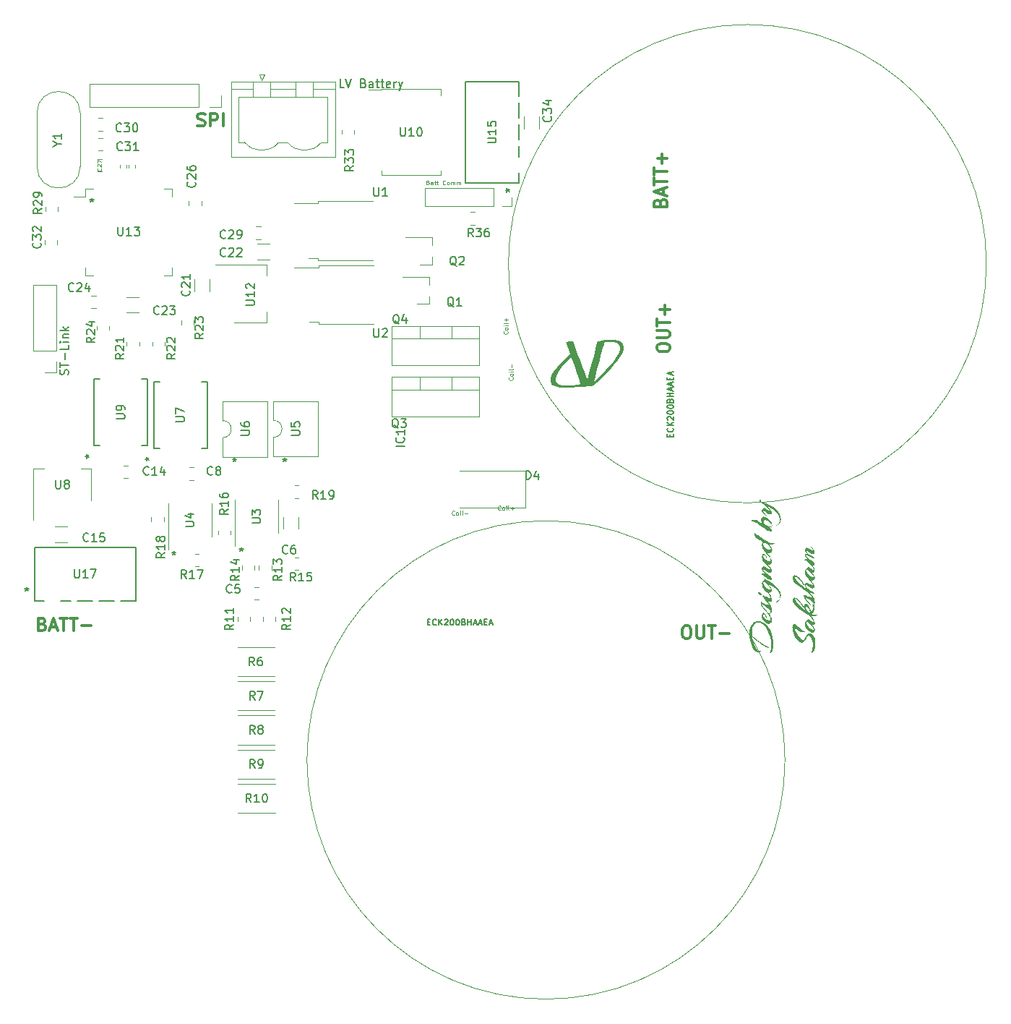
<source format=gbr>
%TF.GenerationSoftware,KiCad,Pcbnew,7.0.9*%
%TF.CreationDate,2024-06-21T01:41:24+05:30*%
%TF.ProjectId,BMS_Master,424d535f-4d61-4737-9465-722e6b696361,rev?*%
%TF.SameCoordinates,Original*%
%TF.FileFunction,Legend,Top*%
%TF.FilePolarity,Positive*%
%FSLAX46Y46*%
G04 Gerber Fmt 4.6, Leading zero omitted, Abs format (unit mm)*
G04 Created by KiCad (PCBNEW 7.0.9) date 2024-06-21 01:41:24*
%MOMM*%
%LPD*%
G01*
G04 APERTURE LIST*
%ADD10C,0.300000*%
%ADD11C,0.150000*%
%ADD12C,0.125000*%
%ADD13C,0.152400*%
%ADD14C,0.120000*%
G04 APERTURE END LIST*
D10*
X261400828Y-89359774D02*
X261400828Y-89074060D01*
X261400828Y-89074060D02*
X261472257Y-88931203D01*
X261472257Y-88931203D02*
X261615114Y-88788346D01*
X261615114Y-88788346D02*
X261900828Y-88716917D01*
X261900828Y-88716917D02*
X262400828Y-88716917D01*
X262400828Y-88716917D02*
X262686542Y-88788346D01*
X262686542Y-88788346D02*
X262829400Y-88931203D01*
X262829400Y-88931203D02*
X262900828Y-89074060D01*
X262900828Y-89074060D02*
X262900828Y-89359774D01*
X262900828Y-89359774D02*
X262829400Y-89502632D01*
X262829400Y-89502632D02*
X262686542Y-89645489D01*
X262686542Y-89645489D02*
X262400828Y-89716917D01*
X262400828Y-89716917D02*
X261900828Y-89716917D01*
X261900828Y-89716917D02*
X261615114Y-89645489D01*
X261615114Y-89645489D02*
X261472257Y-89502632D01*
X261472257Y-89502632D02*
X261400828Y-89359774D01*
X261400828Y-88074060D02*
X262615114Y-88074060D01*
X262615114Y-88074060D02*
X262757971Y-88002631D01*
X262757971Y-88002631D02*
X262829400Y-87931203D01*
X262829400Y-87931203D02*
X262900828Y-87788345D01*
X262900828Y-87788345D02*
X262900828Y-87502631D01*
X262900828Y-87502631D02*
X262829400Y-87359774D01*
X262829400Y-87359774D02*
X262757971Y-87288345D01*
X262757971Y-87288345D02*
X262615114Y-87216917D01*
X262615114Y-87216917D02*
X261400828Y-87216917D01*
X261400828Y-86716916D02*
X261400828Y-85859774D01*
X262900828Y-86288345D02*
X261400828Y-86288345D01*
X262329400Y-85359774D02*
X262329400Y-84216917D01*
X262900828Y-84788345D02*
X261757971Y-84788345D01*
D11*
X195200000Y-71754819D02*
X195200000Y-71992914D01*
X194961905Y-71897676D02*
X195200000Y-71992914D01*
X195200000Y-71992914D02*
X195438095Y-71897676D01*
X195057143Y-72183390D02*
X195200000Y-71992914D01*
X195200000Y-71992914D02*
X195342857Y-72183390D01*
D10*
X264740225Y-121800828D02*
X265025939Y-121800828D01*
X265025939Y-121800828D02*
X265168796Y-121872257D01*
X265168796Y-121872257D02*
X265311653Y-122015114D01*
X265311653Y-122015114D02*
X265383082Y-122300828D01*
X265383082Y-122300828D02*
X265383082Y-122800828D01*
X265383082Y-122800828D02*
X265311653Y-123086542D01*
X265311653Y-123086542D02*
X265168796Y-123229400D01*
X265168796Y-123229400D02*
X265025939Y-123300828D01*
X265025939Y-123300828D02*
X264740225Y-123300828D01*
X264740225Y-123300828D02*
X264597368Y-123229400D01*
X264597368Y-123229400D02*
X264454510Y-123086542D01*
X264454510Y-123086542D02*
X264383082Y-122800828D01*
X264383082Y-122800828D02*
X264383082Y-122300828D01*
X264383082Y-122300828D02*
X264454510Y-122015114D01*
X264454510Y-122015114D02*
X264597368Y-121872257D01*
X264597368Y-121872257D02*
X264740225Y-121800828D01*
X266025939Y-121800828D02*
X266025939Y-123015114D01*
X266025939Y-123015114D02*
X266097368Y-123157971D01*
X266097368Y-123157971D02*
X266168797Y-123229400D01*
X266168797Y-123229400D02*
X266311654Y-123300828D01*
X266311654Y-123300828D02*
X266597368Y-123300828D01*
X266597368Y-123300828D02*
X266740225Y-123229400D01*
X266740225Y-123229400D02*
X266811654Y-123157971D01*
X266811654Y-123157971D02*
X266883082Y-123015114D01*
X266883082Y-123015114D02*
X266883082Y-121800828D01*
X267383083Y-121800828D02*
X268240226Y-121800828D01*
X267811654Y-123300828D02*
X267811654Y-121800828D01*
X268740225Y-122729400D02*
X269883083Y-122729400D01*
D12*
X243884690Y-87313002D02*
X243908500Y-87336811D01*
X243908500Y-87336811D02*
X243932309Y-87408240D01*
X243932309Y-87408240D02*
X243932309Y-87455859D01*
X243932309Y-87455859D02*
X243908500Y-87527287D01*
X243908500Y-87527287D02*
X243860880Y-87574906D01*
X243860880Y-87574906D02*
X243813261Y-87598716D01*
X243813261Y-87598716D02*
X243718023Y-87622525D01*
X243718023Y-87622525D02*
X243646595Y-87622525D01*
X243646595Y-87622525D02*
X243551357Y-87598716D01*
X243551357Y-87598716D02*
X243503738Y-87574906D01*
X243503738Y-87574906D02*
X243456119Y-87527287D01*
X243456119Y-87527287D02*
X243432309Y-87455859D01*
X243432309Y-87455859D02*
X243432309Y-87408240D01*
X243432309Y-87408240D02*
X243456119Y-87336811D01*
X243456119Y-87336811D02*
X243479928Y-87313002D01*
X243932309Y-87027287D02*
X243908500Y-87074906D01*
X243908500Y-87074906D02*
X243884690Y-87098716D01*
X243884690Y-87098716D02*
X243837071Y-87122525D01*
X243837071Y-87122525D02*
X243694214Y-87122525D01*
X243694214Y-87122525D02*
X243646595Y-87098716D01*
X243646595Y-87098716D02*
X243622785Y-87074906D01*
X243622785Y-87074906D02*
X243598976Y-87027287D01*
X243598976Y-87027287D02*
X243598976Y-86955859D01*
X243598976Y-86955859D02*
X243622785Y-86908240D01*
X243622785Y-86908240D02*
X243646595Y-86884430D01*
X243646595Y-86884430D02*
X243694214Y-86860621D01*
X243694214Y-86860621D02*
X243837071Y-86860621D01*
X243837071Y-86860621D02*
X243884690Y-86884430D01*
X243884690Y-86884430D02*
X243908500Y-86908240D01*
X243908500Y-86908240D02*
X243932309Y-86955859D01*
X243932309Y-86955859D02*
X243932309Y-87027287D01*
X243932309Y-86646335D02*
X243598976Y-86646335D01*
X243432309Y-86646335D02*
X243456119Y-86670144D01*
X243456119Y-86670144D02*
X243479928Y-86646335D01*
X243479928Y-86646335D02*
X243456119Y-86622525D01*
X243456119Y-86622525D02*
X243432309Y-86646335D01*
X243432309Y-86646335D02*
X243479928Y-86646335D01*
X243932309Y-86336811D02*
X243908500Y-86384430D01*
X243908500Y-86384430D02*
X243860880Y-86408240D01*
X243860880Y-86408240D02*
X243432309Y-86408240D01*
X243741833Y-86146335D02*
X243741833Y-85765383D01*
X243932309Y-85955859D02*
X243551357Y-85955859D01*
D11*
X204800000Y-113054819D02*
X204800000Y-113292914D01*
X204561905Y-113197676D02*
X204800000Y-113292914D01*
X204800000Y-113292914D02*
X205038095Y-113197676D01*
X204657143Y-113483390D02*
X204800000Y-113292914D01*
X204800000Y-113292914D02*
X204942857Y-113483390D01*
D12*
X243086997Y-108184690D02*
X243063188Y-108208500D01*
X243063188Y-108208500D02*
X242991759Y-108232309D01*
X242991759Y-108232309D02*
X242944140Y-108232309D01*
X242944140Y-108232309D02*
X242872712Y-108208500D01*
X242872712Y-108208500D02*
X242825093Y-108160880D01*
X242825093Y-108160880D02*
X242801283Y-108113261D01*
X242801283Y-108113261D02*
X242777474Y-108018023D01*
X242777474Y-108018023D02*
X242777474Y-107946595D01*
X242777474Y-107946595D02*
X242801283Y-107851357D01*
X242801283Y-107851357D02*
X242825093Y-107803738D01*
X242825093Y-107803738D02*
X242872712Y-107756119D01*
X242872712Y-107756119D02*
X242944140Y-107732309D01*
X242944140Y-107732309D02*
X242991759Y-107732309D01*
X242991759Y-107732309D02*
X243063188Y-107756119D01*
X243063188Y-107756119D02*
X243086997Y-107779928D01*
X243372712Y-108232309D02*
X243325093Y-108208500D01*
X243325093Y-108208500D02*
X243301283Y-108184690D01*
X243301283Y-108184690D02*
X243277474Y-108137071D01*
X243277474Y-108137071D02*
X243277474Y-107994214D01*
X243277474Y-107994214D02*
X243301283Y-107946595D01*
X243301283Y-107946595D02*
X243325093Y-107922785D01*
X243325093Y-107922785D02*
X243372712Y-107898976D01*
X243372712Y-107898976D02*
X243444140Y-107898976D01*
X243444140Y-107898976D02*
X243491759Y-107922785D01*
X243491759Y-107922785D02*
X243515569Y-107946595D01*
X243515569Y-107946595D02*
X243539378Y-107994214D01*
X243539378Y-107994214D02*
X243539378Y-108137071D01*
X243539378Y-108137071D02*
X243515569Y-108184690D01*
X243515569Y-108184690D02*
X243491759Y-108208500D01*
X243491759Y-108208500D02*
X243444140Y-108232309D01*
X243444140Y-108232309D02*
X243372712Y-108232309D01*
X243753664Y-108232309D02*
X243753664Y-107898976D01*
X243753664Y-107732309D02*
X243729855Y-107756119D01*
X243729855Y-107756119D02*
X243753664Y-107779928D01*
X243753664Y-107779928D02*
X243777474Y-107756119D01*
X243777474Y-107756119D02*
X243753664Y-107732309D01*
X243753664Y-107732309D02*
X243753664Y-107779928D01*
X244063188Y-108232309D02*
X244015569Y-108208500D01*
X244015569Y-108208500D02*
X243991759Y-108160880D01*
X243991759Y-108160880D02*
X243991759Y-107732309D01*
X244253664Y-108041833D02*
X244634617Y-108041833D01*
X244444140Y-108232309D02*
X244444140Y-107851357D01*
D10*
X207583082Y-63229400D02*
X207797368Y-63300828D01*
X207797368Y-63300828D02*
X208154510Y-63300828D01*
X208154510Y-63300828D02*
X208297368Y-63229400D01*
X208297368Y-63229400D02*
X208368796Y-63157971D01*
X208368796Y-63157971D02*
X208440225Y-63015114D01*
X208440225Y-63015114D02*
X208440225Y-62872257D01*
X208440225Y-62872257D02*
X208368796Y-62729400D01*
X208368796Y-62729400D02*
X208297368Y-62657971D01*
X208297368Y-62657971D02*
X208154510Y-62586542D01*
X208154510Y-62586542D02*
X207868796Y-62515114D01*
X207868796Y-62515114D02*
X207725939Y-62443685D01*
X207725939Y-62443685D02*
X207654510Y-62372257D01*
X207654510Y-62372257D02*
X207583082Y-62229400D01*
X207583082Y-62229400D02*
X207583082Y-62086542D01*
X207583082Y-62086542D02*
X207654510Y-61943685D01*
X207654510Y-61943685D02*
X207725939Y-61872257D01*
X207725939Y-61872257D02*
X207868796Y-61800828D01*
X207868796Y-61800828D02*
X208225939Y-61800828D01*
X208225939Y-61800828D02*
X208440225Y-61872257D01*
X209083081Y-63300828D02*
X209083081Y-61800828D01*
X209083081Y-61800828D02*
X209654510Y-61800828D01*
X209654510Y-61800828D02*
X209797367Y-61872257D01*
X209797367Y-61872257D02*
X209868796Y-61943685D01*
X209868796Y-61943685D02*
X209940224Y-62086542D01*
X209940224Y-62086542D02*
X209940224Y-62300828D01*
X209940224Y-62300828D02*
X209868796Y-62443685D01*
X209868796Y-62443685D02*
X209797367Y-62515114D01*
X209797367Y-62515114D02*
X209654510Y-62586542D01*
X209654510Y-62586542D02*
X209083081Y-62586542D01*
X210583081Y-63300828D02*
X210583081Y-61800828D01*
D11*
X217800000Y-102154819D02*
X217800000Y-102392914D01*
X217561905Y-102297676D02*
X217800000Y-102392914D01*
X217800000Y-102392914D02*
X218038095Y-102297676D01*
X217657143Y-102583390D02*
X217800000Y-102392914D01*
X217800000Y-102392914D02*
X217942857Y-102583390D01*
D12*
X237686997Y-108784690D02*
X237663188Y-108808500D01*
X237663188Y-108808500D02*
X237591759Y-108832309D01*
X237591759Y-108832309D02*
X237544140Y-108832309D01*
X237544140Y-108832309D02*
X237472712Y-108808500D01*
X237472712Y-108808500D02*
X237425093Y-108760880D01*
X237425093Y-108760880D02*
X237401283Y-108713261D01*
X237401283Y-108713261D02*
X237377474Y-108618023D01*
X237377474Y-108618023D02*
X237377474Y-108546595D01*
X237377474Y-108546595D02*
X237401283Y-108451357D01*
X237401283Y-108451357D02*
X237425093Y-108403738D01*
X237425093Y-108403738D02*
X237472712Y-108356119D01*
X237472712Y-108356119D02*
X237544140Y-108332309D01*
X237544140Y-108332309D02*
X237591759Y-108332309D01*
X237591759Y-108332309D02*
X237663188Y-108356119D01*
X237663188Y-108356119D02*
X237686997Y-108379928D01*
X237972712Y-108832309D02*
X237925093Y-108808500D01*
X237925093Y-108808500D02*
X237901283Y-108784690D01*
X237901283Y-108784690D02*
X237877474Y-108737071D01*
X237877474Y-108737071D02*
X237877474Y-108594214D01*
X237877474Y-108594214D02*
X237901283Y-108546595D01*
X237901283Y-108546595D02*
X237925093Y-108522785D01*
X237925093Y-108522785D02*
X237972712Y-108498976D01*
X237972712Y-108498976D02*
X238044140Y-108498976D01*
X238044140Y-108498976D02*
X238091759Y-108522785D01*
X238091759Y-108522785D02*
X238115569Y-108546595D01*
X238115569Y-108546595D02*
X238139378Y-108594214D01*
X238139378Y-108594214D02*
X238139378Y-108737071D01*
X238139378Y-108737071D02*
X238115569Y-108784690D01*
X238115569Y-108784690D02*
X238091759Y-108808500D01*
X238091759Y-108808500D02*
X238044140Y-108832309D01*
X238044140Y-108832309D02*
X237972712Y-108832309D01*
X238353664Y-108832309D02*
X238353664Y-108498976D01*
X238353664Y-108332309D02*
X238329855Y-108356119D01*
X238329855Y-108356119D02*
X238353664Y-108379928D01*
X238353664Y-108379928D02*
X238377474Y-108356119D01*
X238377474Y-108356119D02*
X238353664Y-108332309D01*
X238353664Y-108332309D02*
X238353664Y-108379928D01*
X238663188Y-108832309D02*
X238615569Y-108808500D01*
X238615569Y-108808500D02*
X238591759Y-108760880D01*
X238591759Y-108760880D02*
X238591759Y-108332309D01*
X238853664Y-108641833D02*
X239234617Y-108641833D01*
D11*
X212700000Y-112654819D02*
X212700000Y-112892914D01*
X212461905Y-112797676D02*
X212700000Y-112892914D01*
X212700000Y-112892914D02*
X212938095Y-112797676D01*
X212557143Y-113083390D02*
X212700000Y-112892914D01*
X212700000Y-112892914D02*
X212842857Y-113083390D01*
X211900000Y-102154819D02*
X211900000Y-102392914D01*
X211661905Y-102297676D02*
X211900000Y-102392914D01*
X211900000Y-102392914D02*
X212138095Y-102297676D01*
X211757143Y-102583390D02*
X211900000Y-102392914D01*
X211900000Y-102392914D02*
X212042857Y-102583390D01*
D12*
X244484690Y-92713002D02*
X244508500Y-92736811D01*
X244508500Y-92736811D02*
X244532309Y-92808240D01*
X244532309Y-92808240D02*
X244532309Y-92855859D01*
X244532309Y-92855859D02*
X244508500Y-92927287D01*
X244508500Y-92927287D02*
X244460880Y-92974906D01*
X244460880Y-92974906D02*
X244413261Y-92998716D01*
X244413261Y-92998716D02*
X244318023Y-93022525D01*
X244318023Y-93022525D02*
X244246595Y-93022525D01*
X244246595Y-93022525D02*
X244151357Y-92998716D01*
X244151357Y-92998716D02*
X244103738Y-92974906D01*
X244103738Y-92974906D02*
X244056119Y-92927287D01*
X244056119Y-92927287D02*
X244032309Y-92855859D01*
X244032309Y-92855859D02*
X244032309Y-92808240D01*
X244032309Y-92808240D02*
X244056119Y-92736811D01*
X244056119Y-92736811D02*
X244079928Y-92713002D01*
X244532309Y-92427287D02*
X244508500Y-92474906D01*
X244508500Y-92474906D02*
X244484690Y-92498716D01*
X244484690Y-92498716D02*
X244437071Y-92522525D01*
X244437071Y-92522525D02*
X244294214Y-92522525D01*
X244294214Y-92522525D02*
X244246595Y-92498716D01*
X244246595Y-92498716D02*
X244222785Y-92474906D01*
X244222785Y-92474906D02*
X244198976Y-92427287D01*
X244198976Y-92427287D02*
X244198976Y-92355859D01*
X244198976Y-92355859D02*
X244222785Y-92308240D01*
X244222785Y-92308240D02*
X244246595Y-92284430D01*
X244246595Y-92284430D02*
X244294214Y-92260621D01*
X244294214Y-92260621D02*
X244437071Y-92260621D01*
X244437071Y-92260621D02*
X244484690Y-92284430D01*
X244484690Y-92284430D02*
X244508500Y-92308240D01*
X244508500Y-92308240D02*
X244532309Y-92355859D01*
X244532309Y-92355859D02*
X244532309Y-92427287D01*
X244532309Y-92046335D02*
X244198976Y-92046335D01*
X244032309Y-92046335D02*
X244056119Y-92070144D01*
X244056119Y-92070144D02*
X244079928Y-92046335D01*
X244079928Y-92046335D02*
X244056119Y-92022525D01*
X244056119Y-92022525D02*
X244032309Y-92046335D01*
X244032309Y-92046335D02*
X244079928Y-92046335D01*
X244532309Y-91736811D02*
X244508500Y-91784430D01*
X244508500Y-91784430D02*
X244460880Y-91808240D01*
X244460880Y-91808240D02*
X244032309Y-91808240D01*
X244341833Y-91546335D02*
X244341833Y-91165383D01*
D10*
X261815114Y-72245489D02*
X261886542Y-72031203D01*
X261886542Y-72031203D02*
X261957971Y-71959774D01*
X261957971Y-71959774D02*
X262100828Y-71888346D01*
X262100828Y-71888346D02*
X262315114Y-71888346D01*
X262315114Y-71888346D02*
X262457971Y-71959774D01*
X262457971Y-71959774D02*
X262529400Y-72031203D01*
X262529400Y-72031203D02*
X262600828Y-72174060D01*
X262600828Y-72174060D02*
X262600828Y-72745489D01*
X262600828Y-72745489D02*
X261100828Y-72745489D01*
X261100828Y-72745489D02*
X261100828Y-72245489D01*
X261100828Y-72245489D02*
X261172257Y-72102632D01*
X261172257Y-72102632D02*
X261243685Y-72031203D01*
X261243685Y-72031203D02*
X261386542Y-71959774D01*
X261386542Y-71959774D02*
X261529400Y-71959774D01*
X261529400Y-71959774D02*
X261672257Y-72031203D01*
X261672257Y-72031203D02*
X261743685Y-72102632D01*
X261743685Y-72102632D02*
X261815114Y-72245489D01*
X261815114Y-72245489D02*
X261815114Y-72745489D01*
X262172257Y-71316917D02*
X262172257Y-70602632D01*
X262600828Y-71459774D02*
X261100828Y-70959774D01*
X261100828Y-70959774D02*
X262600828Y-70459774D01*
X261100828Y-70174060D02*
X261100828Y-69316918D01*
X262600828Y-69745489D02*
X261100828Y-69745489D01*
X261100828Y-69031203D02*
X261100828Y-68174061D01*
X262600828Y-68602632D02*
X261100828Y-68602632D01*
X262029400Y-67674061D02*
X262029400Y-66531204D01*
X262600828Y-67102632D02*
X261457971Y-67102632D01*
D11*
X193151905Y-115184819D02*
X193151905Y-115994342D01*
X193151905Y-115994342D02*
X193199524Y-116089580D01*
X193199524Y-116089580D02*
X193247143Y-116137200D01*
X193247143Y-116137200D02*
X193342381Y-116184819D01*
X193342381Y-116184819D02*
X193532857Y-116184819D01*
X193532857Y-116184819D02*
X193628095Y-116137200D01*
X193628095Y-116137200D02*
X193675714Y-116089580D01*
X193675714Y-116089580D02*
X193723333Y-115994342D01*
X193723333Y-115994342D02*
X193723333Y-115184819D01*
X194723333Y-116184819D02*
X194151905Y-116184819D01*
X194437619Y-116184819D02*
X194437619Y-115184819D01*
X194437619Y-115184819D02*
X194342381Y-115327676D01*
X194342381Y-115327676D02*
X194247143Y-115422914D01*
X194247143Y-115422914D02*
X194151905Y-115470533D01*
X195056667Y-115184819D02*
X195723333Y-115184819D01*
X195723333Y-115184819D02*
X195294762Y-116184819D01*
X187570100Y-117293019D02*
X187570100Y-117531114D01*
X187332005Y-117435876D02*
X187570100Y-117531114D01*
X187570100Y-117531114D02*
X187808195Y-117435876D01*
X187427243Y-117721590D02*
X187570100Y-117531114D01*
X187570100Y-117531114D02*
X187712957Y-117721590D01*
X187570100Y-117293019D02*
X187570100Y-117531114D01*
X187332005Y-117435876D02*
X187570100Y-117531114D01*
X187570100Y-117531114D02*
X187808195Y-117435876D01*
X187427243Y-117721590D02*
X187570100Y-117531114D01*
X187570100Y-117531114D02*
X187712957Y-117721590D01*
X241554819Y-65238094D02*
X242364342Y-65238094D01*
X242364342Y-65238094D02*
X242459580Y-65190475D01*
X242459580Y-65190475D02*
X242507200Y-65142856D01*
X242507200Y-65142856D02*
X242554819Y-65047618D01*
X242554819Y-65047618D02*
X242554819Y-64857142D01*
X242554819Y-64857142D02*
X242507200Y-64761904D01*
X242507200Y-64761904D02*
X242459580Y-64714285D01*
X242459580Y-64714285D02*
X242364342Y-64666666D01*
X242364342Y-64666666D02*
X241554819Y-64666666D01*
X242554819Y-63666666D02*
X242554819Y-64238094D01*
X242554819Y-63952380D02*
X241554819Y-63952380D01*
X241554819Y-63952380D02*
X241697676Y-64047618D01*
X241697676Y-64047618D02*
X241792914Y-64142856D01*
X241792914Y-64142856D02*
X241840533Y-64238094D01*
X241554819Y-62761904D02*
X241554819Y-63238094D01*
X241554819Y-63238094D02*
X242031009Y-63285713D01*
X242031009Y-63285713D02*
X241983390Y-63238094D01*
X241983390Y-63238094D02*
X241935771Y-63142856D01*
X241935771Y-63142856D02*
X241935771Y-62904761D01*
X241935771Y-62904761D02*
X241983390Y-62809523D01*
X241983390Y-62809523D02*
X242031009Y-62761904D01*
X242031009Y-62761904D02*
X242126247Y-62714285D01*
X242126247Y-62714285D02*
X242364342Y-62714285D01*
X242364342Y-62714285D02*
X242459580Y-62761904D01*
X242459580Y-62761904D02*
X242507200Y-62809523D01*
X242507200Y-62809523D02*
X242554819Y-62904761D01*
X242554819Y-62904761D02*
X242554819Y-63142856D01*
X242554819Y-63142856D02*
X242507200Y-63238094D01*
X242507200Y-63238094D02*
X242459580Y-63285713D01*
X243663019Y-70819899D02*
X243901114Y-70819899D01*
X243805876Y-71057994D02*
X243901114Y-70819899D01*
X243901114Y-70819899D02*
X243805876Y-70581804D01*
X244091590Y-70962756D02*
X243901114Y-70819899D01*
X243901114Y-70819899D02*
X244091590Y-70677042D01*
X243663019Y-70819899D02*
X243901114Y-70819899D01*
X243805876Y-71057994D02*
X243901114Y-70819899D01*
X243901114Y-70819899D02*
X243805876Y-70581804D01*
X244091590Y-70962756D02*
X243901114Y-70819899D01*
X243901114Y-70819899D02*
X244091590Y-70677042D01*
X198054819Y-97561904D02*
X198864342Y-97561904D01*
X198864342Y-97561904D02*
X198959580Y-97514285D01*
X198959580Y-97514285D02*
X199007200Y-97466666D01*
X199007200Y-97466666D02*
X199054819Y-97371428D01*
X199054819Y-97371428D02*
X199054819Y-97180952D01*
X199054819Y-97180952D02*
X199007200Y-97085714D01*
X199007200Y-97085714D02*
X198959580Y-97038095D01*
X198959580Y-97038095D02*
X198864342Y-96990476D01*
X198864342Y-96990476D02*
X198054819Y-96990476D01*
X199054819Y-96466666D02*
X199054819Y-96276190D01*
X199054819Y-96276190D02*
X199007200Y-96180952D01*
X199007200Y-96180952D02*
X198959580Y-96133333D01*
X198959580Y-96133333D02*
X198816723Y-96038095D01*
X198816723Y-96038095D02*
X198626247Y-95990476D01*
X198626247Y-95990476D02*
X198245295Y-95990476D01*
X198245295Y-95990476D02*
X198150057Y-96038095D01*
X198150057Y-96038095D02*
X198102438Y-96085714D01*
X198102438Y-96085714D02*
X198054819Y-96180952D01*
X198054819Y-96180952D02*
X198054819Y-96371428D01*
X198054819Y-96371428D02*
X198102438Y-96466666D01*
X198102438Y-96466666D02*
X198150057Y-96514285D01*
X198150057Y-96514285D02*
X198245295Y-96561904D01*
X198245295Y-96561904D02*
X198483390Y-96561904D01*
X198483390Y-96561904D02*
X198578628Y-96514285D01*
X198578628Y-96514285D02*
X198626247Y-96466666D01*
X198626247Y-96466666D02*
X198673866Y-96371428D01*
X198673866Y-96371428D02*
X198673866Y-96180952D01*
X198673866Y-96180952D02*
X198626247Y-96085714D01*
X198626247Y-96085714D02*
X198578628Y-96038095D01*
X198578628Y-96038095D02*
X198483390Y-95990476D01*
X194448019Y-101930799D02*
X194686114Y-101930799D01*
X194590876Y-102168894D02*
X194686114Y-101930799D01*
X194686114Y-101930799D02*
X194590876Y-101692704D01*
X194876590Y-102073656D02*
X194686114Y-101930799D01*
X194686114Y-101930799D02*
X194876590Y-101787942D01*
X194448019Y-101930799D02*
X194686114Y-101930799D01*
X194590876Y-102168894D02*
X194686114Y-101930799D01*
X194686114Y-101930799D02*
X194590876Y-101692704D01*
X194876590Y-102073656D02*
X194686114Y-101930799D01*
X194686114Y-101930799D02*
X194876590Y-101787942D01*
X205049819Y-97885104D02*
X205859342Y-97885104D01*
X205859342Y-97885104D02*
X205954580Y-97837485D01*
X205954580Y-97837485D02*
X206002200Y-97789866D01*
X206002200Y-97789866D02*
X206049819Y-97694628D01*
X206049819Y-97694628D02*
X206049819Y-97504152D01*
X206049819Y-97504152D02*
X206002200Y-97408914D01*
X206002200Y-97408914D02*
X205954580Y-97361295D01*
X205954580Y-97361295D02*
X205859342Y-97313676D01*
X205859342Y-97313676D02*
X205049819Y-97313676D01*
X205049819Y-96932723D02*
X205049819Y-96266057D01*
X205049819Y-96266057D02*
X206049819Y-96694628D01*
X201443019Y-102253999D02*
X201681114Y-102253999D01*
X201585876Y-102492094D02*
X201681114Y-102253999D01*
X201681114Y-102253999D02*
X201585876Y-102015904D01*
X201871590Y-102396856D02*
X201681114Y-102253999D01*
X201681114Y-102253999D02*
X201871590Y-102111142D01*
X201443019Y-102253999D02*
X201681114Y-102253999D01*
X201585876Y-102492094D02*
X201681114Y-102253999D01*
X201681114Y-102253999D02*
X201585876Y-102015904D01*
X201871590Y-102396856D02*
X201681114Y-102253999D01*
X201681114Y-102253999D02*
X201871590Y-102111142D01*
X231204761Y-86450057D02*
X231109523Y-86402438D01*
X231109523Y-86402438D02*
X231014285Y-86307200D01*
X231014285Y-86307200D02*
X230871428Y-86164342D01*
X230871428Y-86164342D02*
X230776190Y-86116723D01*
X230776190Y-86116723D02*
X230680952Y-86116723D01*
X230728571Y-86354819D02*
X230633333Y-86307200D01*
X230633333Y-86307200D02*
X230538095Y-86211961D01*
X230538095Y-86211961D02*
X230490476Y-86021485D01*
X230490476Y-86021485D02*
X230490476Y-85688152D01*
X230490476Y-85688152D02*
X230538095Y-85497676D01*
X230538095Y-85497676D02*
X230633333Y-85402438D01*
X230633333Y-85402438D02*
X230728571Y-85354819D01*
X230728571Y-85354819D02*
X230919047Y-85354819D01*
X230919047Y-85354819D02*
X231014285Y-85402438D01*
X231014285Y-85402438D02*
X231109523Y-85497676D01*
X231109523Y-85497676D02*
X231157142Y-85688152D01*
X231157142Y-85688152D02*
X231157142Y-86021485D01*
X231157142Y-86021485D02*
X231109523Y-86211961D01*
X231109523Y-86211961D02*
X231014285Y-86307200D01*
X231014285Y-86307200D02*
X230919047Y-86354819D01*
X230919047Y-86354819D02*
X230728571Y-86354819D01*
X232014285Y-85688152D02*
X232014285Y-86354819D01*
X231776190Y-85307200D02*
X231538095Y-86021485D01*
X231538095Y-86021485D02*
X232157142Y-86021485D01*
X231104761Y-98650057D02*
X231009523Y-98602438D01*
X231009523Y-98602438D02*
X230914285Y-98507200D01*
X230914285Y-98507200D02*
X230771428Y-98364342D01*
X230771428Y-98364342D02*
X230676190Y-98316723D01*
X230676190Y-98316723D02*
X230580952Y-98316723D01*
X230628571Y-98554819D02*
X230533333Y-98507200D01*
X230533333Y-98507200D02*
X230438095Y-98411961D01*
X230438095Y-98411961D02*
X230390476Y-98221485D01*
X230390476Y-98221485D02*
X230390476Y-97888152D01*
X230390476Y-97888152D02*
X230438095Y-97697676D01*
X230438095Y-97697676D02*
X230533333Y-97602438D01*
X230533333Y-97602438D02*
X230628571Y-97554819D01*
X230628571Y-97554819D02*
X230819047Y-97554819D01*
X230819047Y-97554819D02*
X230914285Y-97602438D01*
X230914285Y-97602438D02*
X231009523Y-97697676D01*
X231009523Y-97697676D02*
X231057142Y-97888152D01*
X231057142Y-97888152D02*
X231057142Y-98221485D01*
X231057142Y-98221485D02*
X231009523Y-98411961D01*
X231009523Y-98411961D02*
X230914285Y-98507200D01*
X230914285Y-98507200D02*
X230819047Y-98554819D01*
X230819047Y-98554819D02*
X230628571Y-98554819D01*
X231390476Y-97554819D02*
X232009523Y-97554819D01*
X232009523Y-97554819D02*
X231676190Y-97935771D01*
X231676190Y-97935771D02*
X231819047Y-97935771D01*
X231819047Y-97935771D02*
X231914285Y-97983390D01*
X231914285Y-97983390D02*
X231961904Y-98031009D01*
X231961904Y-98031009D02*
X232009523Y-98126247D01*
X232009523Y-98126247D02*
X232009523Y-98364342D01*
X232009523Y-98364342D02*
X231961904Y-98459580D01*
X231961904Y-98459580D02*
X231914285Y-98507200D01*
X231914285Y-98507200D02*
X231819047Y-98554819D01*
X231819047Y-98554819D02*
X231533333Y-98554819D01*
X231533333Y-98554819D02*
X231438095Y-98507200D01*
X231438095Y-98507200D02*
X231390476Y-98459580D01*
X246061905Y-104654819D02*
X246061905Y-103654819D01*
X246061905Y-103654819D02*
X246300000Y-103654819D01*
X246300000Y-103654819D02*
X246442857Y-103702438D01*
X246442857Y-103702438D02*
X246538095Y-103797676D01*
X246538095Y-103797676D02*
X246585714Y-103892914D01*
X246585714Y-103892914D02*
X246633333Y-104083390D01*
X246633333Y-104083390D02*
X246633333Y-104226247D01*
X246633333Y-104226247D02*
X246585714Y-104416723D01*
X246585714Y-104416723D02*
X246538095Y-104511961D01*
X246538095Y-104511961D02*
X246442857Y-104607200D01*
X246442857Y-104607200D02*
X246300000Y-104654819D01*
X246300000Y-104654819D02*
X246061905Y-104654819D01*
X247490476Y-103988152D02*
X247490476Y-104654819D01*
X247252381Y-103607200D02*
X247014286Y-104321485D01*
X247014286Y-104321485D02*
X247633333Y-104321485D01*
X214233333Y-126454819D02*
X213900000Y-125978628D01*
X213661905Y-126454819D02*
X213661905Y-125454819D01*
X213661905Y-125454819D02*
X214042857Y-125454819D01*
X214042857Y-125454819D02*
X214138095Y-125502438D01*
X214138095Y-125502438D02*
X214185714Y-125550057D01*
X214185714Y-125550057D02*
X214233333Y-125645295D01*
X214233333Y-125645295D02*
X214233333Y-125788152D01*
X214233333Y-125788152D02*
X214185714Y-125883390D01*
X214185714Y-125883390D02*
X214138095Y-125931009D01*
X214138095Y-125931009D02*
X214042857Y-125978628D01*
X214042857Y-125978628D02*
X213661905Y-125978628D01*
X215090476Y-125454819D02*
X214900000Y-125454819D01*
X214900000Y-125454819D02*
X214804762Y-125502438D01*
X214804762Y-125502438D02*
X214757143Y-125550057D01*
X214757143Y-125550057D02*
X214661905Y-125692914D01*
X214661905Y-125692914D02*
X214614286Y-125883390D01*
X214614286Y-125883390D02*
X214614286Y-126264342D01*
X214614286Y-126264342D02*
X214661905Y-126359580D01*
X214661905Y-126359580D02*
X214709524Y-126407200D01*
X214709524Y-126407200D02*
X214804762Y-126454819D01*
X214804762Y-126454819D02*
X214995238Y-126454819D01*
X214995238Y-126454819D02*
X215090476Y-126407200D01*
X215090476Y-126407200D02*
X215138095Y-126359580D01*
X215138095Y-126359580D02*
X215185714Y-126264342D01*
X215185714Y-126264342D02*
X215185714Y-126026247D01*
X215185714Y-126026247D02*
X215138095Y-125931009D01*
X215138095Y-125931009D02*
X215090476Y-125883390D01*
X215090476Y-125883390D02*
X214995238Y-125835771D01*
X214995238Y-125835771D02*
X214804762Y-125835771D01*
X214804762Y-125835771D02*
X214709524Y-125883390D01*
X214709524Y-125883390D02*
X214661905Y-125931009D01*
X214661905Y-125931009D02*
X214614286Y-126026247D01*
X198261905Y-75104819D02*
X198261905Y-75914342D01*
X198261905Y-75914342D02*
X198309524Y-76009580D01*
X198309524Y-76009580D02*
X198357143Y-76057200D01*
X198357143Y-76057200D02*
X198452381Y-76104819D01*
X198452381Y-76104819D02*
X198642857Y-76104819D01*
X198642857Y-76104819D02*
X198738095Y-76057200D01*
X198738095Y-76057200D02*
X198785714Y-76009580D01*
X198785714Y-76009580D02*
X198833333Y-75914342D01*
X198833333Y-75914342D02*
X198833333Y-75104819D01*
X199833333Y-76104819D02*
X199261905Y-76104819D01*
X199547619Y-76104819D02*
X199547619Y-75104819D01*
X199547619Y-75104819D02*
X199452381Y-75247676D01*
X199452381Y-75247676D02*
X199357143Y-75342914D01*
X199357143Y-75342914D02*
X199261905Y-75390533D01*
X200166667Y-75104819D02*
X200785714Y-75104819D01*
X200785714Y-75104819D02*
X200452381Y-75485771D01*
X200452381Y-75485771D02*
X200595238Y-75485771D01*
X200595238Y-75485771D02*
X200690476Y-75533390D01*
X200690476Y-75533390D02*
X200738095Y-75581009D01*
X200738095Y-75581009D02*
X200785714Y-75676247D01*
X200785714Y-75676247D02*
X200785714Y-75914342D01*
X200785714Y-75914342D02*
X200738095Y-76009580D01*
X200738095Y-76009580D02*
X200690476Y-76057200D01*
X200690476Y-76057200D02*
X200595238Y-76104819D01*
X200595238Y-76104819D02*
X200309524Y-76104819D01*
X200309524Y-76104819D02*
X200214286Y-76057200D01*
X200214286Y-76057200D02*
X200166667Y-76009580D01*
X218554819Y-99496904D02*
X219364342Y-99496904D01*
X219364342Y-99496904D02*
X219459580Y-99449285D01*
X219459580Y-99449285D02*
X219507200Y-99401666D01*
X219507200Y-99401666D02*
X219554819Y-99306428D01*
X219554819Y-99306428D02*
X219554819Y-99115952D01*
X219554819Y-99115952D02*
X219507200Y-99020714D01*
X219507200Y-99020714D02*
X219459580Y-98973095D01*
X219459580Y-98973095D02*
X219364342Y-98925476D01*
X219364342Y-98925476D02*
X218554819Y-98925476D01*
X218554819Y-97973095D02*
X218554819Y-98449285D01*
X218554819Y-98449285D02*
X219031009Y-98496904D01*
X219031009Y-98496904D02*
X218983390Y-98449285D01*
X218983390Y-98449285D02*
X218935771Y-98354047D01*
X218935771Y-98354047D02*
X218935771Y-98115952D01*
X218935771Y-98115952D02*
X218983390Y-98020714D01*
X218983390Y-98020714D02*
X219031009Y-97973095D01*
X219031009Y-97973095D02*
X219126247Y-97925476D01*
X219126247Y-97925476D02*
X219364342Y-97925476D01*
X219364342Y-97925476D02*
X219459580Y-97973095D01*
X219459580Y-97973095D02*
X219507200Y-98020714D01*
X219507200Y-98020714D02*
X219554819Y-98115952D01*
X219554819Y-98115952D02*
X219554819Y-98354047D01*
X219554819Y-98354047D02*
X219507200Y-98449285D01*
X219507200Y-98449285D02*
X219459580Y-98496904D01*
X237904761Y-79650057D02*
X237809523Y-79602438D01*
X237809523Y-79602438D02*
X237714285Y-79507200D01*
X237714285Y-79507200D02*
X237571428Y-79364342D01*
X237571428Y-79364342D02*
X237476190Y-79316723D01*
X237476190Y-79316723D02*
X237380952Y-79316723D01*
X237428571Y-79554819D02*
X237333333Y-79507200D01*
X237333333Y-79507200D02*
X237238095Y-79411961D01*
X237238095Y-79411961D02*
X237190476Y-79221485D01*
X237190476Y-79221485D02*
X237190476Y-78888152D01*
X237190476Y-78888152D02*
X237238095Y-78697676D01*
X237238095Y-78697676D02*
X237333333Y-78602438D01*
X237333333Y-78602438D02*
X237428571Y-78554819D01*
X237428571Y-78554819D02*
X237619047Y-78554819D01*
X237619047Y-78554819D02*
X237714285Y-78602438D01*
X237714285Y-78602438D02*
X237809523Y-78697676D01*
X237809523Y-78697676D02*
X237857142Y-78888152D01*
X237857142Y-78888152D02*
X237857142Y-79221485D01*
X237857142Y-79221485D02*
X237809523Y-79411961D01*
X237809523Y-79411961D02*
X237714285Y-79507200D01*
X237714285Y-79507200D02*
X237619047Y-79554819D01*
X237619047Y-79554819D02*
X237428571Y-79554819D01*
X238238095Y-78650057D02*
X238285714Y-78602438D01*
X238285714Y-78602438D02*
X238380952Y-78554819D01*
X238380952Y-78554819D02*
X238619047Y-78554819D01*
X238619047Y-78554819D02*
X238714285Y-78602438D01*
X238714285Y-78602438D02*
X238761904Y-78650057D01*
X238761904Y-78650057D02*
X238809523Y-78745295D01*
X238809523Y-78745295D02*
X238809523Y-78840533D01*
X238809523Y-78840533D02*
X238761904Y-78983390D01*
X238761904Y-78983390D02*
X238190476Y-79554819D01*
X238190476Y-79554819D02*
X238809523Y-79554819D01*
X224757141Y-58792319D02*
X224280951Y-58792319D01*
X224280951Y-58792319D02*
X224280951Y-57792319D01*
X224947618Y-57792319D02*
X225280951Y-58792319D01*
X225280951Y-58792319D02*
X225614284Y-57792319D01*
X227042856Y-58268509D02*
X227185713Y-58316128D01*
X227185713Y-58316128D02*
X227233332Y-58363747D01*
X227233332Y-58363747D02*
X227280951Y-58458985D01*
X227280951Y-58458985D02*
X227280951Y-58601842D01*
X227280951Y-58601842D02*
X227233332Y-58697080D01*
X227233332Y-58697080D02*
X227185713Y-58744700D01*
X227185713Y-58744700D02*
X227090475Y-58792319D01*
X227090475Y-58792319D02*
X226709523Y-58792319D01*
X226709523Y-58792319D02*
X226709523Y-57792319D01*
X226709523Y-57792319D02*
X227042856Y-57792319D01*
X227042856Y-57792319D02*
X227138094Y-57839938D01*
X227138094Y-57839938D02*
X227185713Y-57887557D01*
X227185713Y-57887557D02*
X227233332Y-57982795D01*
X227233332Y-57982795D02*
X227233332Y-58078033D01*
X227233332Y-58078033D02*
X227185713Y-58173271D01*
X227185713Y-58173271D02*
X227138094Y-58220890D01*
X227138094Y-58220890D02*
X227042856Y-58268509D01*
X227042856Y-58268509D02*
X226709523Y-58268509D01*
X228138094Y-58792319D02*
X228138094Y-58268509D01*
X228138094Y-58268509D02*
X228090475Y-58173271D01*
X228090475Y-58173271D02*
X227995237Y-58125652D01*
X227995237Y-58125652D02*
X227804761Y-58125652D01*
X227804761Y-58125652D02*
X227709523Y-58173271D01*
X228138094Y-58744700D02*
X228042856Y-58792319D01*
X228042856Y-58792319D02*
X227804761Y-58792319D01*
X227804761Y-58792319D02*
X227709523Y-58744700D01*
X227709523Y-58744700D02*
X227661904Y-58649461D01*
X227661904Y-58649461D02*
X227661904Y-58554223D01*
X227661904Y-58554223D02*
X227709523Y-58458985D01*
X227709523Y-58458985D02*
X227804761Y-58411366D01*
X227804761Y-58411366D02*
X228042856Y-58411366D01*
X228042856Y-58411366D02*
X228138094Y-58363747D01*
X228471428Y-58125652D02*
X228852380Y-58125652D01*
X228614285Y-57792319D02*
X228614285Y-58649461D01*
X228614285Y-58649461D02*
X228661904Y-58744700D01*
X228661904Y-58744700D02*
X228757142Y-58792319D01*
X228757142Y-58792319D02*
X228852380Y-58792319D01*
X229042857Y-58125652D02*
X229423809Y-58125652D01*
X229185714Y-57792319D02*
X229185714Y-58649461D01*
X229185714Y-58649461D02*
X229233333Y-58744700D01*
X229233333Y-58744700D02*
X229328571Y-58792319D01*
X229328571Y-58792319D02*
X229423809Y-58792319D01*
X230138095Y-58744700D02*
X230042857Y-58792319D01*
X230042857Y-58792319D02*
X229852381Y-58792319D01*
X229852381Y-58792319D02*
X229757143Y-58744700D01*
X229757143Y-58744700D02*
X229709524Y-58649461D01*
X229709524Y-58649461D02*
X229709524Y-58268509D01*
X229709524Y-58268509D02*
X229757143Y-58173271D01*
X229757143Y-58173271D02*
X229852381Y-58125652D01*
X229852381Y-58125652D02*
X230042857Y-58125652D01*
X230042857Y-58125652D02*
X230138095Y-58173271D01*
X230138095Y-58173271D02*
X230185714Y-58268509D01*
X230185714Y-58268509D02*
X230185714Y-58363747D01*
X230185714Y-58363747D02*
X229709524Y-58458985D01*
X230614286Y-58792319D02*
X230614286Y-58125652D01*
X230614286Y-58316128D02*
X230661905Y-58220890D01*
X230661905Y-58220890D02*
X230709524Y-58173271D01*
X230709524Y-58173271D02*
X230804762Y-58125652D01*
X230804762Y-58125652D02*
X230900000Y-58125652D01*
X231138096Y-58125652D02*
X231376191Y-58792319D01*
X231614286Y-58125652D02*
X231376191Y-58792319D01*
X231376191Y-58792319D02*
X231280953Y-59030414D01*
X231280953Y-59030414D02*
X231233334Y-59078033D01*
X231233334Y-59078033D02*
X231138096Y-59125652D01*
X212654819Y-99461904D02*
X213464342Y-99461904D01*
X213464342Y-99461904D02*
X213559580Y-99414285D01*
X213559580Y-99414285D02*
X213607200Y-99366666D01*
X213607200Y-99366666D02*
X213654819Y-99271428D01*
X213654819Y-99271428D02*
X213654819Y-99080952D01*
X213654819Y-99080952D02*
X213607200Y-98985714D01*
X213607200Y-98985714D02*
X213559580Y-98938095D01*
X213559580Y-98938095D02*
X213464342Y-98890476D01*
X213464342Y-98890476D02*
X212654819Y-98890476D01*
X212654819Y-97985714D02*
X212654819Y-98176190D01*
X212654819Y-98176190D02*
X212702438Y-98271428D01*
X212702438Y-98271428D02*
X212750057Y-98319047D01*
X212750057Y-98319047D02*
X212892914Y-98414285D01*
X212892914Y-98414285D02*
X213083390Y-98461904D01*
X213083390Y-98461904D02*
X213464342Y-98461904D01*
X213464342Y-98461904D02*
X213559580Y-98414285D01*
X213559580Y-98414285D02*
X213607200Y-98366666D01*
X213607200Y-98366666D02*
X213654819Y-98271428D01*
X213654819Y-98271428D02*
X213654819Y-98080952D01*
X213654819Y-98080952D02*
X213607200Y-97985714D01*
X213607200Y-97985714D02*
X213559580Y-97938095D01*
X213559580Y-97938095D02*
X213464342Y-97890476D01*
X213464342Y-97890476D02*
X213226247Y-97890476D01*
X213226247Y-97890476D02*
X213131009Y-97938095D01*
X213131009Y-97938095D02*
X213083390Y-97985714D01*
X213083390Y-97985714D02*
X213035771Y-98080952D01*
X213035771Y-98080952D02*
X213035771Y-98271428D01*
X213035771Y-98271428D02*
X213083390Y-98366666D01*
X213083390Y-98366666D02*
X213131009Y-98414285D01*
X213131009Y-98414285D02*
X213226247Y-98461904D01*
X194787142Y-111839580D02*
X194739523Y-111887200D01*
X194739523Y-111887200D02*
X194596666Y-111934819D01*
X194596666Y-111934819D02*
X194501428Y-111934819D01*
X194501428Y-111934819D02*
X194358571Y-111887200D01*
X194358571Y-111887200D02*
X194263333Y-111791961D01*
X194263333Y-111791961D02*
X194215714Y-111696723D01*
X194215714Y-111696723D02*
X194168095Y-111506247D01*
X194168095Y-111506247D02*
X194168095Y-111363390D01*
X194168095Y-111363390D02*
X194215714Y-111172914D01*
X194215714Y-111172914D02*
X194263333Y-111077676D01*
X194263333Y-111077676D02*
X194358571Y-110982438D01*
X194358571Y-110982438D02*
X194501428Y-110934819D01*
X194501428Y-110934819D02*
X194596666Y-110934819D01*
X194596666Y-110934819D02*
X194739523Y-110982438D01*
X194739523Y-110982438D02*
X194787142Y-111030057D01*
X195739523Y-111934819D02*
X195168095Y-111934819D01*
X195453809Y-111934819D02*
X195453809Y-110934819D01*
X195453809Y-110934819D02*
X195358571Y-111077676D01*
X195358571Y-111077676D02*
X195263333Y-111172914D01*
X195263333Y-111172914D02*
X195168095Y-111220533D01*
X196644285Y-110934819D02*
X196168095Y-110934819D01*
X196168095Y-110934819D02*
X196120476Y-111411009D01*
X196120476Y-111411009D02*
X196168095Y-111363390D01*
X196168095Y-111363390D02*
X196263333Y-111315771D01*
X196263333Y-111315771D02*
X196501428Y-111315771D01*
X196501428Y-111315771D02*
X196596666Y-111363390D01*
X196596666Y-111363390D02*
X196644285Y-111411009D01*
X196644285Y-111411009D02*
X196691904Y-111506247D01*
X196691904Y-111506247D02*
X196691904Y-111744342D01*
X196691904Y-111744342D02*
X196644285Y-111839580D01*
X196644285Y-111839580D02*
X196596666Y-111887200D01*
X196596666Y-111887200D02*
X196501428Y-111934819D01*
X196501428Y-111934819D02*
X196263333Y-111934819D01*
X196263333Y-111934819D02*
X196168095Y-111887200D01*
X196168095Y-111887200D02*
X196120476Y-111839580D01*
X203754819Y-113242857D02*
X203278628Y-113576190D01*
X203754819Y-113814285D02*
X202754819Y-113814285D01*
X202754819Y-113814285D02*
X202754819Y-113433333D01*
X202754819Y-113433333D02*
X202802438Y-113338095D01*
X202802438Y-113338095D02*
X202850057Y-113290476D01*
X202850057Y-113290476D02*
X202945295Y-113242857D01*
X202945295Y-113242857D02*
X203088152Y-113242857D01*
X203088152Y-113242857D02*
X203183390Y-113290476D01*
X203183390Y-113290476D02*
X203231009Y-113338095D01*
X203231009Y-113338095D02*
X203278628Y-113433333D01*
X203278628Y-113433333D02*
X203278628Y-113814285D01*
X203754819Y-112290476D02*
X203754819Y-112861904D01*
X203754819Y-112576190D02*
X202754819Y-112576190D01*
X202754819Y-112576190D02*
X202897676Y-112671428D01*
X202897676Y-112671428D02*
X202992914Y-112766666D01*
X202992914Y-112766666D02*
X203040533Y-112861904D01*
X203183390Y-111719047D02*
X203135771Y-111814285D01*
X203135771Y-111814285D02*
X203088152Y-111861904D01*
X203088152Y-111861904D02*
X202992914Y-111909523D01*
X202992914Y-111909523D02*
X202945295Y-111909523D01*
X202945295Y-111909523D02*
X202850057Y-111861904D01*
X202850057Y-111861904D02*
X202802438Y-111814285D01*
X202802438Y-111814285D02*
X202754819Y-111719047D01*
X202754819Y-111719047D02*
X202754819Y-111528571D01*
X202754819Y-111528571D02*
X202802438Y-111433333D01*
X202802438Y-111433333D02*
X202850057Y-111385714D01*
X202850057Y-111385714D02*
X202945295Y-111338095D01*
X202945295Y-111338095D02*
X202992914Y-111338095D01*
X202992914Y-111338095D02*
X203088152Y-111385714D01*
X203088152Y-111385714D02*
X203135771Y-111433333D01*
X203135771Y-111433333D02*
X203183390Y-111528571D01*
X203183390Y-111528571D02*
X203183390Y-111719047D01*
X203183390Y-111719047D02*
X203231009Y-111814285D01*
X203231009Y-111814285D02*
X203278628Y-111861904D01*
X203278628Y-111861904D02*
X203373866Y-111909523D01*
X203373866Y-111909523D02*
X203564342Y-111909523D01*
X203564342Y-111909523D02*
X203659580Y-111861904D01*
X203659580Y-111861904D02*
X203707200Y-111814285D01*
X203707200Y-111814285D02*
X203754819Y-111719047D01*
X203754819Y-111719047D02*
X203754819Y-111528571D01*
X203754819Y-111528571D02*
X203707200Y-111433333D01*
X203707200Y-111433333D02*
X203659580Y-111385714D01*
X203659580Y-111385714D02*
X203564342Y-111338095D01*
X203564342Y-111338095D02*
X203373866Y-111338095D01*
X203373866Y-111338095D02*
X203278628Y-111385714D01*
X203278628Y-111385714D02*
X203231009Y-111433333D01*
X203231009Y-111433333D02*
X203183390Y-111528571D01*
X228238095Y-70494819D02*
X228238095Y-71304342D01*
X228238095Y-71304342D02*
X228285714Y-71399580D01*
X228285714Y-71399580D02*
X228333333Y-71447200D01*
X228333333Y-71447200D02*
X228428571Y-71494819D01*
X228428571Y-71494819D02*
X228619047Y-71494819D01*
X228619047Y-71494819D02*
X228714285Y-71447200D01*
X228714285Y-71447200D02*
X228761904Y-71399580D01*
X228761904Y-71399580D02*
X228809523Y-71304342D01*
X228809523Y-71304342D02*
X228809523Y-70494819D01*
X229809523Y-71494819D02*
X229238095Y-71494819D01*
X229523809Y-71494819D02*
X229523809Y-70494819D01*
X229523809Y-70494819D02*
X229428571Y-70637676D01*
X229428571Y-70637676D02*
X229333333Y-70732914D01*
X229333333Y-70732914D02*
X229238095Y-70780533D01*
X213254819Y-84238094D02*
X214064342Y-84238094D01*
X214064342Y-84238094D02*
X214159580Y-84190475D01*
X214159580Y-84190475D02*
X214207200Y-84142856D01*
X214207200Y-84142856D02*
X214254819Y-84047618D01*
X214254819Y-84047618D02*
X214254819Y-83857142D01*
X214254819Y-83857142D02*
X214207200Y-83761904D01*
X214207200Y-83761904D02*
X214159580Y-83714285D01*
X214159580Y-83714285D02*
X214064342Y-83666666D01*
X214064342Y-83666666D02*
X213254819Y-83666666D01*
X214254819Y-82666666D02*
X214254819Y-83238094D01*
X214254819Y-82952380D02*
X213254819Y-82952380D01*
X213254819Y-82952380D02*
X213397676Y-83047618D01*
X213397676Y-83047618D02*
X213492914Y-83142856D01*
X213492914Y-83142856D02*
X213540533Y-83238094D01*
X213350057Y-82285713D02*
X213302438Y-82238094D01*
X213302438Y-82238094D02*
X213254819Y-82142856D01*
X213254819Y-82142856D02*
X213254819Y-81904761D01*
X213254819Y-81904761D02*
X213302438Y-81809523D01*
X213302438Y-81809523D02*
X213350057Y-81761904D01*
X213350057Y-81761904D02*
X213445295Y-81714285D01*
X213445295Y-81714285D02*
X213540533Y-81714285D01*
X213540533Y-81714285D02*
X213683390Y-81761904D01*
X213683390Y-81761904D02*
X214254819Y-82333332D01*
X214254819Y-82333332D02*
X214254819Y-81714285D01*
X206154819Y-110161904D02*
X206964342Y-110161904D01*
X206964342Y-110161904D02*
X207059580Y-110114285D01*
X207059580Y-110114285D02*
X207107200Y-110066666D01*
X207107200Y-110066666D02*
X207154819Y-109971428D01*
X207154819Y-109971428D02*
X207154819Y-109780952D01*
X207154819Y-109780952D02*
X207107200Y-109685714D01*
X207107200Y-109685714D02*
X207059580Y-109638095D01*
X207059580Y-109638095D02*
X206964342Y-109590476D01*
X206964342Y-109590476D02*
X206154819Y-109590476D01*
X206488152Y-108685714D02*
X207154819Y-108685714D01*
X206107200Y-108923809D02*
X206821485Y-109161904D01*
X206821485Y-109161904D02*
X206821485Y-108542857D01*
X221657142Y-106954819D02*
X221323809Y-106478628D01*
X221085714Y-106954819D02*
X221085714Y-105954819D01*
X221085714Y-105954819D02*
X221466666Y-105954819D01*
X221466666Y-105954819D02*
X221561904Y-106002438D01*
X221561904Y-106002438D02*
X221609523Y-106050057D01*
X221609523Y-106050057D02*
X221657142Y-106145295D01*
X221657142Y-106145295D02*
X221657142Y-106288152D01*
X221657142Y-106288152D02*
X221609523Y-106383390D01*
X221609523Y-106383390D02*
X221561904Y-106431009D01*
X221561904Y-106431009D02*
X221466666Y-106478628D01*
X221466666Y-106478628D02*
X221085714Y-106478628D01*
X222609523Y-106954819D02*
X222038095Y-106954819D01*
X222323809Y-106954819D02*
X222323809Y-105954819D01*
X222323809Y-105954819D02*
X222228571Y-106097676D01*
X222228571Y-106097676D02*
X222133333Y-106192914D01*
X222133333Y-106192914D02*
X222038095Y-106240533D01*
X223085714Y-106954819D02*
X223276190Y-106954819D01*
X223276190Y-106954819D02*
X223371428Y-106907200D01*
X223371428Y-106907200D02*
X223419047Y-106859580D01*
X223419047Y-106859580D02*
X223514285Y-106716723D01*
X223514285Y-106716723D02*
X223561904Y-106526247D01*
X223561904Y-106526247D02*
X223561904Y-106145295D01*
X223561904Y-106145295D02*
X223514285Y-106050057D01*
X223514285Y-106050057D02*
X223466666Y-106002438D01*
X223466666Y-106002438D02*
X223371428Y-105954819D01*
X223371428Y-105954819D02*
X223180952Y-105954819D01*
X223180952Y-105954819D02*
X223085714Y-106002438D01*
X223085714Y-106002438D02*
X223038095Y-106050057D01*
X223038095Y-106050057D02*
X222990476Y-106145295D01*
X222990476Y-106145295D02*
X222990476Y-106383390D01*
X222990476Y-106383390D02*
X223038095Y-106478628D01*
X223038095Y-106478628D02*
X223085714Y-106526247D01*
X223085714Y-106526247D02*
X223180952Y-106573866D01*
X223180952Y-106573866D02*
X223371428Y-106573866D01*
X223371428Y-106573866D02*
X223466666Y-106526247D01*
X223466666Y-106526247D02*
X223514285Y-106478628D01*
X223514285Y-106478628D02*
X223561904Y-106383390D01*
X189159580Y-76942857D02*
X189207200Y-76990476D01*
X189207200Y-76990476D02*
X189254819Y-77133333D01*
X189254819Y-77133333D02*
X189254819Y-77228571D01*
X189254819Y-77228571D02*
X189207200Y-77371428D01*
X189207200Y-77371428D02*
X189111961Y-77466666D01*
X189111961Y-77466666D02*
X189016723Y-77514285D01*
X189016723Y-77514285D02*
X188826247Y-77561904D01*
X188826247Y-77561904D02*
X188683390Y-77561904D01*
X188683390Y-77561904D02*
X188492914Y-77514285D01*
X188492914Y-77514285D02*
X188397676Y-77466666D01*
X188397676Y-77466666D02*
X188302438Y-77371428D01*
X188302438Y-77371428D02*
X188254819Y-77228571D01*
X188254819Y-77228571D02*
X188254819Y-77133333D01*
X188254819Y-77133333D02*
X188302438Y-76990476D01*
X188302438Y-76990476D02*
X188350057Y-76942857D01*
X188254819Y-76609523D02*
X188254819Y-75990476D01*
X188254819Y-75990476D02*
X188635771Y-76323809D01*
X188635771Y-76323809D02*
X188635771Y-76180952D01*
X188635771Y-76180952D02*
X188683390Y-76085714D01*
X188683390Y-76085714D02*
X188731009Y-76038095D01*
X188731009Y-76038095D02*
X188826247Y-75990476D01*
X188826247Y-75990476D02*
X189064342Y-75990476D01*
X189064342Y-75990476D02*
X189159580Y-76038095D01*
X189159580Y-76038095D02*
X189207200Y-76085714D01*
X189207200Y-76085714D02*
X189254819Y-76180952D01*
X189254819Y-76180952D02*
X189254819Y-76466666D01*
X189254819Y-76466666D02*
X189207200Y-76561904D01*
X189207200Y-76561904D02*
X189159580Y-76609523D01*
X188350057Y-75609523D02*
X188302438Y-75561904D01*
X188302438Y-75561904D02*
X188254819Y-75466666D01*
X188254819Y-75466666D02*
X188254819Y-75228571D01*
X188254819Y-75228571D02*
X188302438Y-75133333D01*
X188302438Y-75133333D02*
X188350057Y-75085714D01*
X188350057Y-75085714D02*
X188445295Y-75038095D01*
X188445295Y-75038095D02*
X188540533Y-75038095D01*
X188540533Y-75038095D02*
X188683390Y-75085714D01*
X188683390Y-75085714D02*
X189254819Y-75657142D01*
X189254819Y-75657142D02*
X189254819Y-75038095D01*
X214283333Y-138454819D02*
X213950000Y-137978628D01*
X213711905Y-138454819D02*
X213711905Y-137454819D01*
X213711905Y-137454819D02*
X214092857Y-137454819D01*
X214092857Y-137454819D02*
X214188095Y-137502438D01*
X214188095Y-137502438D02*
X214235714Y-137550057D01*
X214235714Y-137550057D02*
X214283333Y-137645295D01*
X214283333Y-137645295D02*
X214283333Y-137788152D01*
X214283333Y-137788152D02*
X214235714Y-137883390D01*
X214235714Y-137883390D02*
X214188095Y-137931009D01*
X214188095Y-137931009D02*
X214092857Y-137978628D01*
X214092857Y-137978628D02*
X213711905Y-137978628D01*
X214759524Y-138454819D02*
X214950000Y-138454819D01*
X214950000Y-138454819D02*
X215045238Y-138407200D01*
X215045238Y-138407200D02*
X215092857Y-138359580D01*
X215092857Y-138359580D02*
X215188095Y-138216723D01*
X215188095Y-138216723D02*
X215235714Y-138026247D01*
X215235714Y-138026247D02*
X215235714Y-137645295D01*
X215235714Y-137645295D02*
X215188095Y-137550057D01*
X215188095Y-137550057D02*
X215140476Y-137502438D01*
X215140476Y-137502438D02*
X215045238Y-137454819D01*
X215045238Y-137454819D02*
X214854762Y-137454819D01*
X214854762Y-137454819D02*
X214759524Y-137502438D01*
X214759524Y-137502438D02*
X214711905Y-137550057D01*
X214711905Y-137550057D02*
X214664286Y-137645295D01*
X214664286Y-137645295D02*
X214664286Y-137883390D01*
X214664286Y-137883390D02*
X214711905Y-137978628D01*
X214711905Y-137978628D02*
X214759524Y-138026247D01*
X214759524Y-138026247D02*
X214854762Y-138073866D01*
X214854762Y-138073866D02*
X215045238Y-138073866D01*
X215045238Y-138073866D02*
X215140476Y-138026247D01*
X215140476Y-138026247D02*
X215188095Y-137978628D01*
X215188095Y-137978628D02*
X215235714Y-137883390D01*
X213857142Y-142454819D02*
X213523809Y-141978628D01*
X213285714Y-142454819D02*
X213285714Y-141454819D01*
X213285714Y-141454819D02*
X213666666Y-141454819D01*
X213666666Y-141454819D02*
X213761904Y-141502438D01*
X213761904Y-141502438D02*
X213809523Y-141550057D01*
X213809523Y-141550057D02*
X213857142Y-141645295D01*
X213857142Y-141645295D02*
X213857142Y-141788152D01*
X213857142Y-141788152D02*
X213809523Y-141883390D01*
X213809523Y-141883390D02*
X213761904Y-141931009D01*
X213761904Y-141931009D02*
X213666666Y-141978628D01*
X213666666Y-141978628D02*
X213285714Y-141978628D01*
X214809523Y-142454819D02*
X214238095Y-142454819D01*
X214523809Y-142454819D02*
X214523809Y-141454819D01*
X214523809Y-141454819D02*
X214428571Y-141597676D01*
X214428571Y-141597676D02*
X214333333Y-141692914D01*
X214333333Y-141692914D02*
X214238095Y-141740533D01*
X215428571Y-141454819D02*
X215523809Y-141454819D01*
X215523809Y-141454819D02*
X215619047Y-141502438D01*
X215619047Y-141502438D02*
X215666666Y-141550057D01*
X215666666Y-141550057D02*
X215714285Y-141645295D01*
X215714285Y-141645295D02*
X215761904Y-141835771D01*
X215761904Y-141835771D02*
X215761904Y-142073866D01*
X215761904Y-142073866D02*
X215714285Y-142264342D01*
X215714285Y-142264342D02*
X215666666Y-142359580D01*
X215666666Y-142359580D02*
X215619047Y-142407200D01*
X215619047Y-142407200D02*
X215523809Y-142454819D01*
X215523809Y-142454819D02*
X215428571Y-142454819D01*
X215428571Y-142454819D02*
X215333333Y-142407200D01*
X215333333Y-142407200D02*
X215285714Y-142359580D01*
X215285714Y-142359580D02*
X215238095Y-142264342D01*
X215238095Y-142264342D02*
X215190476Y-142073866D01*
X215190476Y-142073866D02*
X215190476Y-141835771D01*
X215190476Y-141835771D02*
X215238095Y-141645295D01*
X215238095Y-141645295D02*
X215285714Y-141550057D01*
X215285714Y-141550057D02*
X215333333Y-141502438D01*
X215333333Y-141502438D02*
X215428571Y-141454819D01*
X198657142Y-63859580D02*
X198609523Y-63907200D01*
X198609523Y-63907200D02*
X198466666Y-63954819D01*
X198466666Y-63954819D02*
X198371428Y-63954819D01*
X198371428Y-63954819D02*
X198228571Y-63907200D01*
X198228571Y-63907200D02*
X198133333Y-63811961D01*
X198133333Y-63811961D02*
X198085714Y-63716723D01*
X198085714Y-63716723D02*
X198038095Y-63526247D01*
X198038095Y-63526247D02*
X198038095Y-63383390D01*
X198038095Y-63383390D02*
X198085714Y-63192914D01*
X198085714Y-63192914D02*
X198133333Y-63097676D01*
X198133333Y-63097676D02*
X198228571Y-63002438D01*
X198228571Y-63002438D02*
X198371428Y-62954819D01*
X198371428Y-62954819D02*
X198466666Y-62954819D01*
X198466666Y-62954819D02*
X198609523Y-63002438D01*
X198609523Y-63002438D02*
X198657142Y-63050057D01*
X198990476Y-62954819D02*
X199609523Y-62954819D01*
X199609523Y-62954819D02*
X199276190Y-63335771D01*
X199276190Y-63335771D02*
X199419047Y-63335771D01*
X199419047Y-63335771D02*
X199514285Y-63383390D01*
X199514285Y-63383390D02*
X199561904Y-63431009D01*
X199561904Y-63431009D02*
X199609523Y-63526247D01*
X199609523Y-63526247D02*
X199609523Y-63764342D01*
X199609523Y-63764342D02*
X199561904Y-63859580D01*
X199561904Y-63859580D02*
X199514285Y-63907200D01*
X199514285Y-63907200D02*
X199419047Y-63954819D01*
X199419047Y-63954819D02*
X199133333Y-63954819D01*
X199133333Y-63954819D02*
X199038095Y-63907200D01*
X199038095Y-63907200D02*
X198990476Y-63859580D01*
X200228571Y-62954819D02*
X200323809Y-62954819D01*
X200323809Y-62954819D02*
X200419047Y-63002438D01*
X200419047Y-63002438D02*
X200466666Y-63050057D01*
X200466666Y-63050057D02*
X200514285Y-63145295D01*
X200514285Y-63145295D02*
X200561904Y-63335771D01*
X200561904Y-63335771D02*
X200561904Y-63573866D01*
X200561904Y-63573866D02*
X200514285Y-63764342D01*
X200514285Y-63764342D02*
X200466666Y-63859580D01*
X200466666Y-63859580D02*
X200419047Y-63907200D01*
X200419047Y-63907200D02*
X200323809Y-63954819D01*
X200323809Y-63954819D02*
X200228571Y-63954819D01*
X200228571Y-63954819D02*
X200133333Y-63907200D01*
X200133333Y-63907200D02*
X200085714Y-63859580D01*
X200085714Y-63859580D02*
X200038095Y-63764342D01*
X200038095Y-63764342D02*
X199990476Y-63573866D01*
X199990476Y-63573866D02*
X199990476Y-63335771D01*
X199990476Y-63335771D02*
X200038095Y-63145295D01*
X200038095Y-63145295D02*
X200085714Y-63050057D01*
X200085714Y-63050057D02*
X200133333Y-63002438D01*
X200133333Y-63002438D02*
X200228571Y-62954819D01*
X237604761Y-84450057D02*
X237509523Y-84402438D01*
X237509523Y-84402438D02*
X237414285Y-84307200D01*
X237414285Y-84307200D02*
X237271428Y-84164342D01*
X237271428Y-84164342D02*
X237176190Y-84116723D01*
X237176190Y-84116723D02*
X237080952Y-84116723D01*
X237128571Y-84354819D02*
X237033333Y-84307200D01*
X237033333Y-84307200D02*
X236938095Y-84211961D01*
X236938095Y-84211961D02*
X236890476Y-84021485D01*
X236890476Y-84021485D02*
X236890476Y-83688152D01*
X236890476Y-83688152D02*
X236938095Y-83497676D01*
X236938095Y-83497676D02*
X237033333Y-83402438D01*
X237033333Y-83402438D02*
X237128571Y-83354819D01*
X237128571Y-83354819D02*
X237319047Y-83354819D01*
X237319047Y-83354819D02*
X237414285Y-83402438D01*
X237414285Y-83402438D02*
X237509523Y-83497676D01*
X237509523Y-83497676D02*
X237557142Y-83688152D01*
X237557142Y-83688152D02*
X237557142Y-84021485D01*
X237557142Y-84021485D02*
X237509523Y-84211961D01*
X237509523Y-84211961D02*
X237414285Y-84307200D01*
X237414285Y-84307200D02*
X237319047Y-84354819D01*
X237319047Y-84354819D02*
X237128571Y-84354819D01*
X238509523Y-84354819D02*
X237938095Y-84354819D01*
X238223809Y-84354819D02*
X238223809Y-83354819D01*
X238223809Y-83354819D02*
X238128571Y-83497676D01*
X238128571Y-83497676D02*
X238033333Y-83592914D01*
X238033333Y-83592914D02*
X237938095Y-83640533D01*
X248959580Y-62142857D02*
X249007200Y-62190476D01*
X249007200Y-62190476D02*
X249054819Y-62333333D01*
X249054819Y-62333333D02*
X249054819Y-62428571D01*
X249054819Y-62428571D02*
X249007200Y-62571428D01*
X249007200Y-62571428D02*
X248911961Y-62666666D01*
X248911961Y-62666666D02*
X248816723Y-62714285D01*
X248816723Y-62714285D02*
X248626247Y-62761904D01*
X248626247Y-62761904D02*
X248483390Y-62761904D01*
X248483390Y-62761904D02*
X248292914Y-62714285D01*
X248292914Y-62714285D02*
X248197676Y-62666666D01*
X248197676Y-62666666D02*
X248102438Y-62571428D01*
X248102438Y-62571428D02*
X248054819Y-62428571D01*
X248054819Y-62428571D02*
X248054819Y-62333333D01*
X248054819Y-62333333D02*
X248102438Y-62190476D01*
X248102438Y-62190476D02*
X248150057Y-62142857D01*
X248054819Y-61809523D02*
X248054819Y-61190476D01*
X248054819Y-61190476D02*
X248435771Y-61523809D01*
X248435771Y-61523809D02*
X248435771Y-61380952D01*
X248435771Y-61380952D02*
X248483390Y-61285714D01*
X248483390Y-61285714D02*
X248531009Y-61238095D01*
X248531009Y-61238095D02*
X248626247Y-61190476D01*
X248626247Y-61190476D02*
X248864342Y-61190476D01*
X248864342Y-61190476D02*
X248959580Y-61238095D01*
X248959580Y-61238095D02*
X249007200Y-61285714D01*
X249007200Y-61285714D02*
X249054819Y-61380952D01*
X249054819Y-61380952D02*
X249054819Y-61666666D01*
X249054819Y-61666666D02*
X249007200Y-61761904D01*
X249007200Y-61761904D02*
X248959580Y-61809523D01*
X248388152Y-60333333D02*
X249054819Y-60333333D01*
X248007200Y-60571428D02*
X248721485Y-60809523D01*
X248721485Y-60809523D02*
X248721485Y-60190476D01*
X217454819Y-115892857D02*
X216978628Y-116226190D01*
X217454819Y-116464285D02*
X216454819Y-116464285D01*
X216454819Y-116464285D02*
X216454819Y-116083333D01*
X216454819Y-116083333D02*
X216502438Y-115988095D01*
X216502438Y-115988095D02*
X216550057Y-115940476D01*
X216550057Y-115940476D02*
X216645295Y-115892857D01*
X216645295Y-115892857D02*
X216788152Y-115892857D01*
X216788152Y-115892857D02*
X216883390Y-115940476D01*
X216883390Y-115940476D02*
X216931009Y-115988095D01*
X216931009Y-115988095D02*
X216978628Y-116083333D01*
X216978628Y-116083333D02*
X216978628Y-116464285D01*
X217454819Y-114940476D02*
X217454819Y-115511904D01*
X217454819Y-115226190D02*
X216454819Y-115226190D01*
X216454819Y-115226190D02*
X216597676Y-115321428D01*
X216597676Y-115321428D02*
X216692914Y-115416666D01*
X216692914Y-115416666D02*
X216740533Y-115511904D01*
X216454819Y-114607142D02*
X216454819Y-113988095D01*
X216454819Y-113988095D02*
X216835771Y-114321428D01*
X216835771Y-114321428D02*
X216835771Y-114178571D01*
X216835771Y-114178571D02*
X216883390Y-114083333D01*
X216883390Y-114083333D02*
X216931009Y-114035714D01*
X216931009Y-114035714D02*
X217026247Y-113988095D01*
X217026247Y-113988095D02*
X217264342Y-113988095D01*
X217264342Y-113988095D02*
X217359580Y-114035714D01*
X217359580Y-114035714D02*
X217407200Y-114083333D01*
X217407200Y-114083333D02*
X217454819Y-114178571D01*
X217454819Y-114178571D02*
X217454819Y-114464285D01*
X217454819Y-114464285D02*
X217407200Y-114559523D01*
X217407200Y-114559523D02*
X217359580Y-114607142D01*
X214283333Y-134454819D02*
X213950000Y-133978628D01*
X213711905Y-134454819D02*
X213711905Y-133454819D01*
X213711905Y-133454819D02*
X214092857Y-133454819D01*
X214092857Y-133454819D02*
X214188095Y-133502438D01*
X214188095Y-133502438D02*
X214235714Y-133550057D01*
X214235714Y-133550057D02*
X214283333Y-133645295D01*
X214283333Y-133645295D02*
X214283333Y-133788152D01*
X214283333Y-133788152D02*
X214235714Y-133883390D01*
X214235714Y-133883390D02*
X214188095Y-133931009D01*
X214188095Y-133931009D02*
X214092857Y-133978628D01*
X214092857Y-133978628D02*
X213711905Y-133978628D01*
X214854762Y-133883390D02*
X214759524Y-133835771D01*
X214759524Y-133835771D02*
X214711905Y-133788152D01*
X214711905Y-133788152D02*
X214664286Y-133692914D01*
X214664286Y-133692914D02*
X214664286Y-133645295D01*
X214664286Y-133645295D02*
X214711905Y-133550057D01*
X214711905Y-133550057D02*
X214759524Y-133502438D01*
X214759524Y-133502438D02*
X214854762Y-133454819D01*
X214854762Y-133454819D02*
X215045238Y-133454819D01*
X215045238Y-133454819D02*
X215140476Y-133502438D01*
X215140476Y-133502438D02*
X215188095Y-133550057D01*
X215188095Y-133550057D02*
X215235714Y-133645295D01*
X215235714Y-133645295D02*
X215235714Y-133692914D01*
X215235714Y-133692914D02*
X215188095Y-133788152D01*
X215188095Y-133788152D02*
X215140476Y-133835771D01*
X215140476Y-133835771D02*
X215045238Y-133883390D01*
X215045238Y-133883390D02*
X214854762Y-133883390D01*
X214854762Y-133883390D02*
X214759524Y-133931009D01*
X214759524Y-133931009D02*
X214711905Y-133978628D01*
X214711905Y-133978628D02*
X214664286Y-134073866D01*
X214664286Y-134073866D02*
X214664286Y-134264342D01*
X214664286Y-134264342D02*
X214711905Y-134359580D01*
X214711905Y-134359580D02*
X214759524Y-134407200D01*
X214759524Y-134407200D02*
X214854762Y-134454819D01*
X214854762Y-134454819D02*
X215045238Y-134454819D01*
X215045238Y-134454819D02*
X215140476Y-134407200D01*
X215140476Y-134407200D02*
X215188095Y-134359580D01*
X215188095Y-134359580D02*
X215235714Y-134264342D01*
X215235714Y-134264342D02*
X215235714Y-134073866D01*
X215235714Y-134073866D02*
X215188095Y-133978628D01*
X215188095Y-133978628D02*
X215140476Y-133931009D01*
X215140476Y-133931009D02*
X215045238Y-133883390D01*
X192407200Y-92385713D02*
X192454819Y-92242856D01*
X192454819Y-92242856D02*
X192454819Y-92004761D01*
X192454819Y-92004761D02*
X192407200Y-91909523D01*
X192407200Y-91909523D02*
X192359580Y-91861904D01*
X192359580Y-91861904D02*
X192264342Y-91814285D01*
X192264342Y-91814285D02*
X192169104Y-91814285D01*
X192169104Y-91814285D02*
X192073866Y-91861904D01*
X192073866Y-91861904D02*
X192026247Y-91909523D01*
X192026247Y-91909523D02*
X191978628Y-92004761D01*
X191978628Y-92004761D02*
X191931009Y-92195237D01*
X191931009Y-92195237D02*
X191883390Y-92290475D01*
X191883390Y-92290475D02*
X191835771Y-92338094D01*
X191835771Y-92338094D02*
X191740533Y-92385713D01*
X191740533Y-92385713D02*
X191645295Y-92385713D01*
X191645295Y-92385713D02*
X191550057Y-92338094D01*
X191550057Y-92338094D02*
X191502438Y-92290475D01*
X191502438Y-92290475D02*
X191454819Y-92195237D01*
X191454819Y-92195237D02*
X191454819Y-91957142D01*
X191454819Y-91957142D02*
X191502438Y-91814285D01*
X191454819Y-91528570D02*
X191454819Y-90957142D01*
X192454819Y-91242856D02*
X191454819Y-91242856D01*
X192073866Y-90623808D02*
X192073866Y-89861904D01*
X192454819Y-88909523D02*
X192454819Y-89385713D01*
X192454819Y-89385713D02*
X191454819Y-89385713D01*
X192454819Y-88576189D02*
X191788152Y-88576189D01*
X191454819Y-88576189D02*
X191502438Y-88623808D01*
X191502438Y-88623808D02*
X191550057Y-88576189D01*
X191550057Y-88576189D02*
X191502438Y-88528570D01*
X191502438Y-88528570D02*
X191454819Y-88576189D01*
X191454819Y-88576189D02*
X191550057Y-88576189D01*
X191788152Y-88099999D02*
X192454819Y-88099999D01*
X191883390Y-88099999D02*
X191835771Y-88052380D01*
X191835771Y-88052380D02*
X191788152Y-87957142D01*
X191788152Y-87957142D02*
X191788152Y-87814285D01*
X191788152Y-87814285D02*
X191835771Y-87719047D01*
X191835771Y-87719047D02*
X191931009Y-87671428D01*
X191931009Y-87671428D02*
X192454819Y-87671428D01*
X192454819Y-87195237D02*
X191454819Y-87195237D01*
X192073866Y-87099999D02*
X192454819Y-86814285D01*
X191788152Y-86814285D02*
X192169104Y-87195237D01*
X212454819Y-115892857D02*
X211978628Y-116226190D01*
X212454819Y-116464285D02*
X211454819Y-116464285D01*
X211454819Y-116464285D02*
X211454819Y-116083333D01*
X211454819Y-116083333D02*
X211502438Y-115988095D01*
X211502438Y-115988095D02*
X211550057Y-115940476D01*
X211550057Y-115940476D02*
X211645295Y-115892857D01*
X211645295Y-115892857D02*
X211788152Y-115892857D01*
X211788152Y-115892857D02*
X211883390Y-115940476D01*
X211883390Y-115940476D02*
X211931009Y-115988095D01*
X211931009Y-115988095D02*
X211978628Y-116083333D01*
X211978628Y-116083333D02*
X211978628Y-116464285D01*
X212454819Y-114940476D02*
X212454819Y-115511904D01*
X212454819Y-115226190D02*
X211454819Y-115226190D01*
X211454819Y-115226190D02*
X211597676Y-115321428D01*
X211597676Y-115321428D02*
X211692914Y-115416666D01*
X211692914Y-115416666D02*
X211740533Y-115511904D01*
X211788152Y-114083333D02*
X212454819Y-114083333D01*
X211407200Y-114321428D02*
X212121485Y-114559523D01*
X212121485Y-114559523D02*
X212121485Y-113940476D01*
X198757142Y-66059580D02*
X198709523Y-66107200D01*
X198709523Y-66107200D02*
X198566666Y-66154819D01*
X198566666Y-66154819D02*
X198471428Y-66154819D01*
X198471428Y-66154819D02*
X198328571Y-66107200D01*
X198328571Y-66107200D02*
X198233333Y-66011961D01*
X198233333Y-66011961D02*
X198185714Y-65916723D01*
X198185714Y-65916723D02*
X198138095Y-65726247D01*
X198138095Y-65726247D02*
X198138095Y-65583390D01*
X198138095Y-65583390D02*
X198185714Y-65392914D01*
X198185714Y-65392914D02*
X198233333Y-65297676D01*
X198233333Y-65297676D02*
X198328571Y-65202438D01*
X198328571Y-65202438D02*
X198471428Y-65154819D01*
X198471428Y-65154819D02*
X198566666Y-65154819D01*
X198566666Y-65154819D02*
X198709523Y-65202438D01*
X198709523Y-65202438D02*
X198757142Y-65250057D01*
X199090476Y-65154819D02*
X199709523Y-65154819D01*
X199709523Y-65154819D02*
X199376190Y-65535771D01*
X199376190Y-65535771D02*
X199519047Y-65535771D01*
X199519047Y-65535771D02*
X199614285Y-65583390D01*
X199614285Y-65583390D02*
X199661904Y-65631009D01*
X199661904Y-65631009D02*
X199709523Y-65726247D01*
X199709523Y-65726247D02*
X199709523Y-65964342D01*
X199709523Y-65964342D02*
X199661904Y-66059580D01*
X199661904Y-66059580D02*
X199614285Y-66107200D01*
X199614285Y-66107200D02*
X199519047Y-66154819D01*
X199519047Y-66154819D02*
X199233333Y-66154819D01*
X199233333Y-66154819D02*
X199138095Y-66107200D01*
X199138095Y-66107200D02*
X199090476Y-66059580D01*
X200661904Y-66154819D02*
X200090476Y-66154819D01*
X200376190Y-66154819D02*
X200376190Y-65154819D01*
X200376190Y-65154819D02*
X200280952Y-65297676D01*
X200280952Y-65297676D02*
X200185714Y-65392914D01*
X200185714Y-65392914D02*
X200090476Y-65440533D01*
X210857142Y-76359580D02*
X210809523Y-76407200D01*
X210809523Y-76407200D02*
X210666666Y-76454819D01*
X210666666Y-76454819D02*
X210571428Y-76454819D01*
X210571428Y-76454819D02*
X210428571Y-76407200D01*
X210428571Y-76407200D02*
X210333333Y-76311961D01*
X210333333Y-76311961D02*
X210285714Y-76216723D01*
X210285714Y-76216723D02*
X210238095Y-76026247D01*
X210238095Y-76026247D02*
X210238095Y-75883390D01*
X210238095Y-75883390D02*
X210285714Y-75692914D01*
X210285714Y-75692914D02*
X210333333Y-75597676D01*
X210333333Y-75597676D02*
X210428571Y-75502438D01*
X210428571Y-75502438D02*
X210571428Y-75454819D01*
X210571428Y-75454819D02*
X210666666Y-75454819D01*
X210666666Y-75454819D02*
X210809523Y-75502438D01*
X210809523Y-75502438D02*
X210857142Y-75550057D01*
X211238095Y-75550057D02*
X211285714Y-75502438D01*
X211285714Y-75502438D02*
X211380952Y-75454819D01*
X211380952Y-75454819D02*
X211619047Y-75454819D01*
X211619047Y-75454819D02*
X211714285Y-75502438D01*
X211714285Y-75502438D02*
X211761904Y-75550057D01*
X211761904Y-75550057D02*
X211809523Y-75645295D01*
X211809523Y-75645295D02*
X211809523Y-75740533D01*
X211809523Y-75740533D02*
X211761904Y-75883390D01*
X211761904Y-75883390D02*
X211190476Y-76454819D01*
X211190476Y-76454819D02*
X211809523Y-76454819D01*
X212285714Y-76454819D02*
X212476190Y-76454819D01*
X212476190Y-76454819D02*
X212571428Y-76407200D01*
X212571428Y-76407200D02*
X212619047Y-76359580D01*
X212619047Y-76359580D02*
X212714285Y-76216723D01*
X212714285Y-76216723D02*
X212761904Y-76026247D01*
X212761904Y-76026247D02*
X212761904Y-75645295D01*
X212761904Y-75645295D02*
X212714285Y-75550057D01*
X212714285Y-75550057D02*
X212666666Y-75502438D01*
X212666666Y-75502438D02*
X212571428Y-75454819D01*
X212571428Y-75454819D02*
X212380952Y-75454819D01*
X212380952Y-75454819D02*
X212285714Y-75502438D01*
X212285714Y-75502438D02*
X212238095Y-75550057D01*
X212238095Y-75550057D02*
X212190476Y-75645295D01*
X212190476Y-75645295D02*
X212190476Y-75883390D01*
X212190476Y-75883390D02*
X212238095Y-75978628D01*
X212238095Y-75978628D02*
X212285714Y-76026247D01*
X212285714Y-76026247D02*
X212380952Y-76073866D01*
X212380952Y-76073866D02*
X212571428Y-76073866D01*
X212571428Y-76073866D02*
X212666666Y-76026247D01*
X212666666Y-76026247D02*
X212714285Y-75978628D01*
X212714285Y-75978628D02*
X212761904Y-75883390D01*
X207259580Y-69842857D02*
X207307200Y-69890476D01*
X207307200Y-69890476D02*
X207354819Y-70033333D01*
X207354819Y-70033333D02*
X207354819Y-70128571D01*
X207354819Y-70128571D02*
X207307200Y-70271428D01*
X207307200Y-70271428D02*
X207211961Y-70366666D01*
X207211961Y-70366666D02*
X207116723Y-70414285D01*
X207116723Y-70414285D02*
X206926247Y-70461904D01*
X206926247Y-70461904D02*
X206783390Y-70461904D01*
X206783390Y-70461904D02*
X206592914Y-70414285D01*
X206592914Y-70414285D02*
X206497676Y-70366666D01*
X206497676Y-70366666D02*
X206402438Y-70271428D01*
X206402438Y-70271428D02*
X206354819Y-70128571D01*
X206354819Y-70128571D02*
X206354819Y-70033333D01*
X206354819Y-70033333D02*
X206402438Y-69890476D01*
X206402438Y-69890476D02*
X206450057Y-69842857D01*
X206450057Y-69461904D02*
X206402438Y-69414285D01*
X206402438Y-69414285D02*
X206354819Y-69319047D01*
X206354819Y-69319047D02*
X206354819Y-69080952D01*
X206354819Y-69080952D02*
X206402438Y-68985714D01*
X206402438Y-68985714D02*
X206450057Y-68938095D01*
X206450057Y-68938095D02*
X206545295Y-68890476D01*
X206545295Y-68890476D02*
X206640533Y-68890476D01*
X206640533Y-68890476D02*
X206783390Y-68938095D01*
X206783390Y-68938095D02*
X207354819Y-69509523D01*
X207354819Y-69509523D02*
X207354819Y-68890476D01*
X206354819Y-68033333D02*
X206354819Y-68223809D01*
X206354819Y-68223809D02*
X206402438Y-68319047D01*
X206402438Y-68319047D02*
X206450057Y-68366666D01*
X206450057Y-68366666D02*
X206592914Y-68461904D01*
X206592914Y-68461904D02*
X206783390Y-68509523D01*
X206783390Y-68509523D02*
X207164342Y-68509523D01*
X207164342Y-68509523D02*
X207259580Y-68461904D01*
X207259580Y-68461904D02*
X207307200Y-68414285D01*
X207307200Y-68414285D02*
X207354819Y-68319047D01*
X207354819Y-68319047D02*
X207354819Y-68128571D01*
X207354819Y-68128571D02*
X207307200Y-68033333D01*
X207307200Y-68033333D02*
X207259580Y-67985714D01*
X207259580Y-67985714D02*
X207164342Y-67938095D01*
X207164342Y-67938095D02*
X206926247Y-67938095D01*
X206926247Y-67938095D02*
X206831009Y-67985714D01*
X206831009Y-67985714D02*
X206783390Y-68033333D01*
X206783390Y-68033333D02*
X206735771Y-68128571D01*
X206735771Y-68128571D02*
X206735771Y-68319047D01*
X206735771Y-68319047D02*
X206783390Y-68414285D01*
X206783390Y-68414285D02*
X206831009Y-68461904D01*
X206831009Y-68461904D02*
X206926247Y-68509523D01*
X219057142Y-116554819D02*
X218723809Y-116078628D01*
X218485714Y-116554819D02*
X218485714Y-115554819D01*
X218485714Y-115554819D02*
X218866666Y-115554819D01*
X218866666Y-115554819D02*
X218961904Y-115602438D01*
X218961904Y-115602438D02*
X219009523Y-115650057D01*
X219009523Y-115650057D02*
X219057142Y-115745295D01*
X219057142Y-115745295D02*
X219057142Y-115888152D01*
X219057142Y-115888152D02*
X219009523Y-115983390D01*
X219009523Y-115983390D02*
X218961904Y-116031009D01*
X218961904Y-116031009D02*
X218866666Y-116078628D01*
X218866666Y-116078628D02*
X218485714Y-116078628D01*
X220009523Y-116554819D02*
X219438095Y-116554819D01*
X219723809Y-116554819D02*
X219723809Y-115554819D01*
X219723809Y-115554819D02*
X219628571Y-115697676D01*
X219628571Y-115697676D02*
X219533333Y-115792914D01*
X219533333Y-115792914D02*
X219438095Y-115840533D01*
X220914285Y-115554819D02*
X220438095Y-115554819D01*
X220438095Y-115554819D02*
X220390476Y-116031009D01*
X220390476Y-116031009D02*
X220438095Y-115983390D01*
X220438095Y-115983390D02*
X220533333Y-115935771D01*
X220533333Y-115935771D02*
X220771428Y-115935771D01*
X220771428Y-115935771D02*
X220866666Y-115983390D01*
X220866666Y-115983390D02*
X220914285Y-116031009D01*
X220914285Y-116031009D02*
X220961904Y-116126247D01*
X220961904Y-116126247D02*
X220961904Y-116364342D01*
X220961904Y-116364342D02*
X220914285Y-116459580D01*
X220914285Y-116459580D02*
X220866666Y-116507200D01*
X220866666Y-116507200D02*
X220771428Y-116554819D01*
X220771428Y-116554819D02*
X220533333Y-116554819D01*
X220533333Y-116554819D02*
X220438095Y-116507200D01*
X220438095Y-116507200D02*
X220390476Y-116459580D01*
X208254819Y-87542857D02*
X207778628Y-87876190D01*
X208254819Y-88114285D02*
X207254819Y-88114285D01*
X207254819Y-88114285D02*
X207254819Y-87733333D01*
X207254819Y-87733333D02*
X207302438Y-87638095D01*
X207302438Y-87638095D02*
X207350057Y-87590476D01*
X207350057Y-87590476D02*
X207445295Y-87542857D01*
X207445295Y-87542857D02*
X207588152Y-87542857D01*
X207588152Y-87542857D02*
X207683390Y-87590476D01*
X207683390Y-87590476D02*
X207731009Y-87638095D01*
X207731009Y-87638095D02*
X207778628Y-87733333D01*
X207778628Y-87733333D02*
X207778628Y-88114285D01*
X207350057Y-87161904D02*
X207302438Y-87114285D01*
X207302438Y-87114285D02*
X207254819Y-87019047D01*
X207254819Y-87019047D02*
X207254819Y-86780952D01*
X207254819Y-86780952D02*
X207302438Y-86685714D01*
X207302438Y-86685714D02*
X207350057Y-86638095D01*
X207350057Y-86638095D02*
X207445295Y-86590476D01*
X207445295Y-86590476D02*
X207540533Y-86590476D01*
X207540533Y-86590476D02*
X207683390Y-86638095D01*
X207683390Y-86638095D02*
X208254819Y-87209523D01*
X208254819Y-87209523D02*
X208254819Y-86590476D01*
X207254819Y-86257142D02*
X207254819Y-85638095D01*
X207254819Y-85638095D02*
X207635771Y-85971428D01*
X207635771Y-85971428D02*
X207635771Y-85828571D01*
X207635771Y-85828571D02*
X207683390Y-85733333D01*
X207683390Y-85733333D02*
X207731009Y-85685714D01*
X207731009Y-85685714D02*
X207826247Y-85638095D01*
X207826247Y-85638095D02*
X208064342Y-85638095D01*
X208064342Y-85638095D02*
X208159580Y-85685714D01*
X208159580Y-85685714D02*
X208207200Y-85733333D01*
X208207200Y-85733333D02*
X208254819Y-85828571D01*
X208254819Y-85828571D02*
X208254819Y-86114285D01*
X208254819Y-86114285D02*
X208207200Y-86209523D01*
X208207200Y-86209523D02*
X208159580Y-86257142D01*
X206257142Y-116254819D02*
X205923809Y-115778628D01*
X205685714Y-116254819D02*
X205685714Y-115254819D01*
X205685714Y-115254819D02*
X206066666Y-115254819D01*
X206066666Y-115254819D02*
X206161904Y-115302438D01*
X206161904Y-115302438D02*
X206209523Y-115350057D01*
X206209523Y-115350057D02*
X206257142Y-115445295D01*
X206257142Y-115445295D02*
X206257142Y-115588152D01*
X206257142Y-115588152D02*
X206209523Y-115683390D01*
X206209523Y-115683390D02*
X206161904Y-115731009D01*
X206161904Y-115731009D02*
X206066666Y-115778628D01*
X206066666Y-115778628D02*
X205685714Y-115778628D01*
X207209523Y-116254819D02*
X206638095Y-116254819D01*
X206923809Y-116254819D02*
X206923809Y-115254819D01*
X206923809Y-115254819D02*
X206828571Y-115397676D01*
X206828571Y-115397676D02*
X206733333Y-115492914D01*
X206733333Y-115492914D02*
X206638095Y-115540533D01*
X207542857Y-115254819D02*
X208209523Y-115254819D01*
X208209523Y-115254819D02*
X207780952Y-116254819D01*
X195554819Y-88042857D02*
X195078628Y-88376190D01*
X195554819Y-88614285D02*
X194554819Y-88614285D01*
X194554819Y-88614285D02*
X194554819Y-88233333D01*
X194554819Y-88233333D02*
X194602438Y-88138095D01*
X194602438Y-88138095D02*
X194650057Y-88090476D01*
X194650057Y-88090476D02*
X194745295Y-88042857D01*
X194745295Y-88042857D02*
X194888152Y-88042857D01*
X194888152Y-88042857D02*
X194983390Y-88090476D01*
X194983390Y-88090476D02*
X195031009Y-88138095D01*
X195031009Y-88138095D02*
X195078628Y-88233333D01*
X195078628Y-88233333D02*
X195078628Y-88614285D01*
X194650057Y-87661904D02*
X194602438Y-87614285D01*
X194602438Y-87614285D02*
X194554819Y-87519047D01*
X194554819Y-87519047D02*
X194554819Y-87280952D01*
X194554819Y-87280952D02*
X194602438Y-87185714D01*
X194602438Y-87185714D02*
X194650057Y-87138095D01*
X194650057Y-87138095D02*
X194745295Y-87090476D01*
X194745295Y-87090476D02*
X194840533Y-87090476D01*
X194840533Y-87090476D02*
X194983390Y-87138095D01*
X194983390Y-87138095D02*
X195554819Y-87709523D01*
X195554819Y-87709523D02*
X195554819Y-87090476D01*
X194888152Y-86233333D02*
X195554819Y-86233333D01*
X194507200Y-86471428D02*
X195221485Y-86709523D01*
X195221485Y-86709523D02*
X195221485Y-86090476D01*
X218133333Y-113259580D02*
X218085714Y-113307200D01*
X218085714Y-113307200D02*
X217942857Y-113354819D01*
X217942857Y-113354819D02*
X217847619Y-113354819D01*
X217847619Y-113354819D02*
X217704762Y-113307200D01*
X217704762Y-113307200D02*
X217609524Y-113211961D01*
X217609524Y-113211961D02*
X217561905Y-113116723D01*
X217561905Y-113116723D02*
X217514286Y-112926247D01*
X217514286Y-112926247D02*
X217514286Y-112783390D01*
X217514286Y-112783390D02*
X217561905Y-112592914D01*
X217561905Y-112592914D02*
X217609524Y-112497676D01*
X217609524Y-112497676D02*
X217704762Y-112402438D01*
X217704762Y-112402438D02*
X217847619Y-112354819D01*
X217847619Y-112354819D02*
X217942857Y-112354819D01*
X217942857Y-112354819D02*
X218085714Y-112402438D01*
X218085714Y-112402438D02*
X218133333Y-112450057D01*
X218990476Y-112354819D02*
X218800000Y-112354819D01*
X218800000Y-112354819D02*
X218704762Y-112402438D01*
X218704762Y-112402438D02*
X218657143Y-112450057D01*
X218657143Y-112450057D02*
X218561905Y-112592914D01*
X218561905Y-112592914D02*
X218514286Y-112783390D01*
X218514286Y-112783390D02*
X218514286Y-113164342D01*
X218514286Y-113164342D02*
X218561905Y-113259580D01*
X218561905Y-113259580D02*
X218609524Y-113307200D01*
X218609524Y-113307200D02*
X218704762Y-113354819D01*
X218704762Y-113354819D02*
X218895238Y-113354819D01*
X218895238Y-113354819D02*
X218990476Y-113307200D01*
X218990476Y-113307200D02*
X219038095Y-113259580D01*
X219038095Y-113259580D02*
X219085714Y-113164342D01*
X219085714Y-113164342D02*
X219085714Y-112926247D01*
X219085714Y-112926247D02*
X219038095Y-112831009D01*
X219038095Y-112831009D02*
X218990476Y-112783390D01*
X218990476Y-112783390D02*
X218895238Y-112735771D01*
X218895238Y-112735771D02*
X218704762Y-112735771D01*
X218704762Y-112735771D02*
X218609524Y-112783390D01*
X218609524Y-112783390D02*
X218561905Y-112831009D01*
X218561905Y-112831009D02*
X218514286Y-112926247D01*
D10*
X189392857Y-121592614D02*
X189607143Y-121664042D01*
X189607143Y-121664042D02*
X189678572Y-121735471D01*
X189678572Y-121735471D02*
X189750000Y-121878328D01*
X189750000Y-121878328D02*
X189750000Y-122092614D01*
X189750000Y-122092614D02*
X189678572Y-122235471D01*
X189678572Y-122235471D02*
X189607143Y-122306900D01*
X189607143Y-122306900D02*
X189464286Y-122378328D01*
X189464286Y-122378328D02*
X188892857Y-122378328D01*
X188892857Y-122378328D02*
X188892857Y-120878328D01*
X188892857Y-120878328D02*
X189392857Y-120878328D01*
X189392857Y-120878328D02*
X189535715Y-120949757D01*
X189535715Y-120949757D02*
X189607143Y-121021185D01*
X189607143Y-121021185D02*
X189678572Y-121164042D01*
X189678572Y-121164042D02*
X189678572Y-121306900D01*
X189678572Y-121306900D02*
X189607143Y-121449757D01*
X189607143Y-121449757D02*
X189535715Y-121521185D01*
X189535715Y-121521185D02*
X189392857Y-121592614D01*
X189392857Y-121592614D02*
X188892857Y-121592614D01*
X190321429Y-121949757D02*
X191035715Y-121949757D01*
X190178572Y-122378328D02*
X190678572Y-120878328D01*
X190678572Y-120878328D02*
X191178572Y-122378328D01*
X191464286Y-120878328D02*
X192321429Y-120878328D01*
X191892857Y-122378328D02*
X191892857Y-120878328D01*
X192607143Y-120878328D02*
X193464286Y-120878328D01*
X193035714Y-122378328D02*
X193035714Y-120878328D01*
X193964285Y-121806900D02*
X195107143Y-121806900D01*
D11*
X225854819Y-67942857D02*
X225378628Y-68276190D01*
X225854819Y-68514285D02*
X224854819Y-68514285D01*
X224854819Y-68514285D02*
X224854819Y-68133333D01*
X224854819Y-68133333D02*
X224902438Y-68038095D01*
X224902438Y-68038095D02*
X224950057Y-67990476D01*
X224950057Y-67990476D02*
X225045295Y-67942857D01*
X225045295Y-67942857D02*
X225188152Y-67942857D01*
X225188152Y-67942857D02*
X225283390Y-67990476D01*
X225283390Y-67990476D02*
X225331009Y-68038095D01*
X225331009Y-68038095D02*
X225378628Y-68133333D01*
X225378628Y-68133333D02*
X225378628Y-68514285D01*
X224854819Y-67609523D02*
X224854819Y-66990476D01*
X224854819Y-66990476D02*
X225235771Y-67323809D01*
X225235771Y-67323809D02*
X225235771Y-67180952D01*
X225235771Y-67180952D02*
X225283390Y-67085714D01*
X225283390Y-67085714D02*
X225331009Y-67038095D01*
X225331009Y-67038095D02*
X225426247Y-66990476D01*
X225426247Y-66990476D02*
X225664342Y-66990476D01*
X225664342Y-66990476D02*
X225759580Y-67038095D01*
X225759580Y-67038095D02*
X225807200Y-67085714D01*
X225807200Y-67085714D02*
X225854819Y-67180952D01*
X225854819Y-67180952D02*
X225854819Y-67466666D01*
X225854819Y-67466666D02*
X225807200Y-67561904D01*
X225807200Y-67561904D02*
X225759580Y-67609523D01*
X224854819Y-66657142D02*
X224854819Y-66038095D01*
X224854819Y-66038095D02*
X225235771Y-66371428D01*
X225235771Y-66371428D02*
X225235771Y-66228571D01*
X225235771Y-66228571D02*
X225283390Y-66133333D01*
X225283390Y-66133333D02*
X225331009Y-66085714D01*
X225331009Y-66085714D02*
X225426247Y-66038095D01*
X225426247Y-66038095D02*
X225664342Y-66038095D01*
X225664342Y-66038095D02*
X225759580Y-66085714D01*
X225759580Y-66085714D02*
X225807200Y-66133333D01*
X225807200Y-66133333D02*
X225854819Y-66228571D01*
X225854819Y-66228571D02*
X225854819Y-66514285D01*
X225854819Y-66514285D02*
X225807200Y-66609523D01*
X225807200Y-66609523D02*
X225759580Y-66657142D01*
X211804819Y-121642857D02*
X211328628Y-121976190D01*
X211804819Y-122214285D02*
X210804819Y-122214285D01*
X210804819Y-122214285D02*
X210804819Y-121833333D01*
X210804819Y-121833333D02*
X210852438Y-121738095D01*
X210852438Y-121738095D02*
X210900057Y-121690476D01*
X210900057Y-121690476D02*
X210995295Y-121642857D01*
X210995295Y-121642857D02*
X211138152Y-121642857D01*
X211138152Y-121642857D02*
X211233390Y-121690476D01*
X211233390Y-121690476D02*
X211281009Y-121738095D01*
X211281009Y-121738095D02*
X211328628Y-121833333D01*
X211328628Y-121833333D02*
X211328628Y-122214285D01*
X211804819Y-120690476D02*
X211804819Y-121261904D01*
X211804819Y-120976190D02*
X210804819Y-120976190D01*
X210804819Y-120976190D02*
X210947676Y-121071428D01*
X210947676Y-121071428D02*
X211042914Y-121166666D01*
X211042914Y-121166666D02*
X211090533Y-121261904D01*
X211804819Y-119738095D02*
X211804819Y-120309523D01*
X211804819Y-120023809D02*
X210804819Y-120023809D01*
X210804819Y-120023809D02*
X210947676Y-120119047D01*
X210947676Y-120119047D02*
X211042914Y-120214285D01*
X211042914Y-120214285D02*
X211090533Y-120309523D01*
X228238095Y-86994819D02*
X228238095Y-87804342D01*
X228238095Y-87804342D02*
X228285714Y-87899580D01*
X228285714Y-87899580D02*
X228333333Y-87947200D01*
X228333333Y-87947200D02*
X228428571Y-87994819D01*
X228428571Y-87994819D02*
X228619047Y-87994819D01*
X228619047Y-87994819D02*
X228714285Y-87947200D01*
X228714285Y-87947200D02*
X228761904Y-87899580D01*
X228761904Y-87899580D02*
X228809523Y-87804342D01*
X228809523Y-87804342D02*
X228809523Y-86994819D01*
X229238095Y-87090057D02*
X229285714Y-87042438D01*
X229285714Y-87042438D02*
X229380952Y-86994819D01*
X229380952Y-86994819D02*
X229619047Y-86994819D01*
X229619047Y-86994819D02*
X229714285Y-87042438D01*
X229714285Y-87042438D02*
X229761904Y-87090057D01*
X229761904Y-87090057D02*
X229809523Y-87185295D01*
X229809523Y-87185295D02*
X229809523Y-87280533D01*
X229809523Y-87280533D02*
X229761904Y-87423390D01*
X229761904Y-87423390D02*
X229190476Y-87994819D01*
X229190476Y-87994819D02*
X229809523Y-87994819D01*
X234516666Y-121349366D02*
X234750000Y-121349366D01*
X234850000Y-121716033D02*
X234516666Y-121716033D01*
X234516666Y-121716033D02*
X234516666Y-121016033D01*
X234516666Y-121016033D02*
X234850000Y-121016033D01*
X235549999Y-121649366D02*
X235516666Y-121682700D01*
X235516666Y-121682700D02*
X235416666Y-121716033D01*
X235416666Y-121716033D02*
X235349999Y-121716033D01*
X235349999Y-121716033D02*
X235249999Y-121682700D01*
X235249999Y-121682700D02*
X235183333Y-121616033D01*
X235183333Y-121616033D02*
X235149999Y-121549366D01*
X235149999Y-121549366D02*
X235116666Y-121416033D01*
X235116666Y-121416033D02*
X235116666Y-121316033D01*
X235116666Y-121316033D02*
X235149999Y-121182700D01*
X235149999Y-121182700D02*
X235183333Y-121116033D01*
X235183333Y-121116033D02*
X235249999Y-121049366D01*
X235249999Y-121049366D02*
X235349999Y-121016033D01*
X235349999Y-121016033D02*
X235416666Y-121016033D01*
X235416666Y-121016033D02*
X235516666Y-121049366D01*
X235516666Y-121049366D02*
X235549999Y-121082700D01*
X235849999Y-121716033D02*
X235849999Y-121016033D01*
X236249999Y-121716033D02*
X235949999Y-121316033D01*
X236249999Y-121016033D02*
X235849999Y-121416033D01*
X236516666Y-121082700D02*
X236549999Y-121049366D01*
X236549999Y-121049366D02*
X236616666Y-121016033D01*
X236616666Y-121016033D02*
X236783333Y-121016033D01*
X236783333Y-121016033D02*
X236849999Y-121049366D01*
X236849999Y-121049366D02*
X236883333Y-121082700D01*
X236883333Y-121082700D02*
X236916666Y-121149366D01*
X236916666Y-121149366D02*
X236916666Y-121216033D01*
X236916666Y-121216033D02*
X236883333Y-121316033D01*
X236883333Y-121316033D02*
X236483333Y-121716033D01*
X236483333Y-121716033D02*
X236916666Y-121716033D01*
X237350000Y-121016033D02*
X237416666Y-121016033D01*
X237416666Y-121016033D02*
X237483333Y-121049366D01*
X237483333Y-121049366D02*
X237516666Y-121082700D01*
X237516666Y-121082700D02*
X237550000Y-121149366D01*
X237550000Y-121149366D02*
X237583333Y-121282700D01*
X237583333Y-121282700D02*
X237583333Y-121449366D01*
X237583333Y-121449366D02*
X237550000Y-121582700D01*
X237550000Y-121582700D02*
X237516666Y-121649366D01*
X237516666Y-121649366D02*
X237483333Y-121682700D01*
X237483333Y-121682700D02*
X237416666Y-121716033D01*
X237416666Y-121716033D02*
X237350000Y-121716033D01*
X237350000Y-121716033D02*
X237283333Y-121682700D01*
X237283333Y-121682700D02*
X237250000Y-121649366D01*
X237250000Y-121649366D02*
X237216666Y-121582700D01*
X237216666Y-121582700D02*
X237183333Y-121449366D01*
X237183333Y-121449366D02*
X237183333Y-121282700D01*
X237183333Y-121282700D02*
X237216666Y-121149366D01*
X237216666Y-121149366D02*
X237250000Y-121082700D01*
X237250000Y-121082700D02*
X237283333Y-121049366D01*
X237283333Y-121049366D02*
X237350000Y-121016033D01*
X238016667Y-121016033D02*
X238083333Y-121016033D01*
X238083333Y-121016033D02*
X238150000Y-121049366D01*
X238150000Y-121049366D02*
X238183333Y-121082700D01*
X238183333Y-121082700D02*
X238216667Y-121149366D01*
X238216667Y-121149366D02*
X238250000Y-121282700D01*
X238250000Y-121282700D02*
X238250000Y-121449366D01*
X238250000Y-121449366D02*
X238216667Y-121582700D01*
X238216667Y-121582700D02*
X238183333Y-121649366D01*
X238183333Y-121649366D02*
X238150000Y-121682700D01*
X238150000Y-121682700D02*
X238083333Y-121716033D01*
X238083333Y-121716033D02*
X238016667Y-121716033D01*
X238016667Y-121716033D02*
X237950000Y-121682700D01*
X237950000Y-121682700D02*
X237916667Y-121649366D01*
X237916667Y-121649366D02*
X237883333Y-121582700D01*
X237883333Y-121582700D02*
X237850000Y-121449366D01*
X237850000Y-121449366D02*
X237850000Y-121282700D01*
X237850000Y-121282700D02*
X237883333Y-121149366D01*
X237883333Y-121149366D02*
X237916667Y-121082700D01*
X237916667Y-121082700D02*
X237950000Y-121049366D01*
X237950000Y-121049366D02*
X238016667Y-121016033D01*
X238783334Y-121349366D02*
X238883334Y-121382700D01*
X238883334Y-121382700D02*
X238916667Y-121416033D01*
X238916667Y-121416033D02*
X238950000Y-121482700D01*
X238950000Y-121482700D02*
X238950000Y-121582700D01*
X238950000Y-121582700D02*
X238916667Y-121649366D01*
X238916667Y-121649366D02*
X238883334Y-121682700D01*
X238883334Y-121682700D02*
X238816667Y-121716033D01*
X238816667Y-121716033D02*
X238550000Y-121716033D01*
X238550000Y-121716033D02*
X238550000Y-121016033D01*
X238550000Y-121016033D02*
X238783334Y-121016033D01*
X238783334Y-121016033D02*
X238850000Y-121049366D01*
X238850000Y-121049366D02*
X238883334Y-121082700D01*
X238883334Y-121082700D02*
X238916667Y-121149366D01*
X238916667Y-121149366D02*
X238916667Y-121216033D01*
X238916667Y-121216033D02*
X238883334Y-121282700D01*
X238883334Y-121282700D02*
X238850000Y-121316033D01*
X238850000Y-121316033D02*
X238783334Y-121349366D01*
X238783334Y-121349366D02*
X238550000Y-121349366D01*
X239250000Y-121716033D02*
X239250000Y-121016033D01*
X239250000Y-121349366D02*
X239650000Y-121349366D01*
X239650000Y-121716033D02*
X239650000Y-121016033D01*
X239950000Y-121516033D02*
X240283333Y-121516033D01*
X239883333Y-121716033D02*
X240116667Y-121016033D01*
X240116667Y-121016033D02*
X240350000Y-121716033D01*
X240550000Y-121516033D02*
X240883333Y-121516033D01*
X240483333Y-121716033D02*
X240716667Y-121016033D01*
X240716667Y-121016033D02*
X240950000Y-121716033D01*
X241183333Y-121349366D02*
X241416667Y-121349366D01*
X241516667Y-121716033D02*
X241183333Y-121716033D01*
X241183333Y-121716033D02*
X241183333Y-121016033D01*
X241183333Y-121016033D02*
X241516667Y-121016033D01*
X241783333Y-121516033D02*
X242116666Y-121516033D01*
X241716666Y-121716033D02*
X241950000Y-121016033D01*
X241950000Y-121016033D02*
X242183333Y-121716033D01*
X201857142Y-104059580D02*
X201809523Y-104107200D01*
X201809523Y-104107200D02*
X201666666Y-104154819D01*
X201666666Y-104154819D02*
X201571428Y-104154819D01*
X201571428Y-104154819D02*
X201428571Y-104107200D01*
X201428571Y-104107200D02*
X201333333Y-104011961D01*
X201333333Y-104011961D02*
X201285714Y-103916723D01*
X201285714Y-103916723D02*
X201238095Y-103726247D01*
X201238095Y-103726247D02*
X201238095Y-103583390D01*
X201238095Y-103583390D02*
X201285714Y-103392914D01*
X201285714Y-103392914D02*
X201333333Y-103297676D01*
X201333333Y-103297676D02*
X201428571Y-103202438D01*
X201428571Y-103202438D02*
X201571428Y-103154819D01*
X201571428Y-103154819D02*
X201666666Y-103154819D01*
X201666666Y-103154819D02*
X201809523Y-103202438D01*
X201809523Y-103202438D02*
X201857142Y-103250057D01*
X202809523Y-104154819D02*
X202238095Y-104154819D01*
X202523809Y-104154819D02*
X202523809Y-103154819D01*
X202523809Y-103154819D02*
X202428571Y-103297676D01*
X202428571Y-103297676D02*
X202333333Y-103392914D01*
X202333333Y-103392914D02*
X202238095Y-103440533D01*
X203666666Y-103488152D02*
X203666666Y-104154819D01*
X203428571Y-103107200D02*
X203190476Y-103821485D01*
X203190476Y-103821485D02*
X203809523Y-103821485D01*
X189354819Y-72942857D02*
X188878628Y-73276190D01*
X189354819Y-73514285D02*
X188354819Y-73514285D01*
X188354819Y-73514285D02*
X188354819Y-73133333D01*
X188354819Y-73133333D02*
X188402438Y-73038095D01*
X188402438Y-73038095D02*
X188450057Y-72990476D01*
X188450057Y-72990476D02*
X188545295Y-72942857D01*
X188545295Y-72942857D02*
X188688152Y-72942857D01*
X188688152Y-72942857D02*
X188783390Y-72990476D01*
X188783390Y-72990476D02*
X188831009Y-73038095D01*
X188831009Y-73038095D02*
X188878628Y-73133333D01*
X188878628Y-73133333D02*
X188878628Y-73514285D01*
X188450057Y-72561904D02*
X188402438Y-72514285D01*
X188402438Y-72514285D02*
X188354819Y-72419047D01*
X188354819Y-72419047D02*
X188354819Y-72180952D01*
X188354819Y-72180952D02*
X188402438Y-72085714D01*
X188402438Y-72085714D02*
X188450057Y-72038095D01*
X188450057Y-72038095D02*
X188545295Y-71990476D01*
X188545295Y-71990476D02*
X188640533Y-71990476D01*
X188640533Y-71990476D02*
X188783390Y-72038095D01*
X188783390Y-72038095D02*
X189354819Y-72609523D01*
X189354819Y-72609523D02*
X189354819Y-71990476D01*
X189354819Y-71514285D02*
X189354819Y-71323809D01*
X189354819Y-71323809D02*
X189307200Y-71228571D01*
X189307200Y-71228571D02*
X189259580Y-71180952D01*
X189259580Y-71180952D02*
X189116723Y-71085714D01*
X189116723Y-71085714D02*
X188926247Y-71038095D01*
X188926247Y-71038095D02*
X188545295Y-71038095D01*
X188545295Y-71038095D02*
X188450057Y-71085714D01*
X188450057Y-71085714D02*
X188402438Y-71133333D01*
X188402438Y-71133333D02*
X188354819Y-71228571D01*
X188354819Y-71228571D02*
X188354819Y-71419047D01*
X188354819Y-71419047D02*
X188402438Y-71514285D01*
X188402438Y-71514285D02*
X188450057Y-71561904D01*
X188450057Y-71561904D02*
X188545295Y-71609523D01*
X188545295Y-71609523D02*
X188783390Y-71609523D01*
X188783390Y-71609523D02*
X188878628Y-71561904D01*
X188878628Y-71561904D02*
X188926247Y-71514285D01*
X188926247Y-71514285D02*
X188973866Y-71419047D01*
X188973866Y-71419047D02*
X188973866Y-71228571D01*
X188973866Y-71228571D02*
X188926247Y-71133333D01*
X188926247Y-71133333D02*
X188878628Y-71085714D01*
X188878628Y-71085714D02*
X188783390Y-71038095D01*
X214283333Y-130454819D02*
X213950000Y-129978628D01*
X213711905Y-130454819D02*
X213711905Y-129454819D01*
X213711905Y-129454819D02*
X214092857Y-129454819D01*
X214092857Y-129454819D02*
X214188095Y-129502438D01*
X214188095Y-129502438D02*
X214235714Y-129550057D01*
X214235714Y-129550057D02*
X214283333Y-129645295D01*
X214283333Y-129645295D02*
X214283333Y-129788152D01*
X214283333Y-129788152D02*
X214235714Y-129883390D01*
X214235714Y-129883390D02*
X214188095Y-129931009D01*
X214188095Y-129931009D02*
X214092857Y-129978628D01*
X214092857Y-129978628D02*
X213711905Y-129978628D01*
X214616667Y-129454819D02*
X215283333Y-129454819D01*
X215283333Y-129454819D02*
X214854762Y-130454819D01*
X231809819Y-100801189D02*
X230809819Y-100801189D01*
X231714580Y-99753571D02*
X231762200Y-99801190D01*
X231762200Y-99801190D02*
X231809819Y-99944047D01*
X231809819Y-99944047D02*
X231809819Y-100039285D01*
X231809819Y-100039285D02*
X231762200Y-100182142D01*
X231762200Y-100182142D02*
X231666961Y-100277380D01*
X231666961Y-100277380D02*
X231571723Y-100324999D01*
X231571723Y-100324999D02*
X231381247Y-100372618D01*
X231381247Y-100372618D02*
X231238390Y-100372618D01*
X231238390Y-100372618D02*
X231047914Y-100324999D01*
X231047914Y-100324999D02*
X230952676Y-100277380D01*
X230952676Y-100277380D02*
X230857438Y-100182142D01*
X230857438Y-100182142D02*
X230809819Y-100039285D01*
X230809819Y-100039285D02*
X230809819Y-99944047D01*
X230809819Y-99944047D02*
X230857438Y-99801190D01*
X230857438Y-99801190D02*
X230905057Y-99753571D01*
X231809819Y-98801190D02*
X231809819Y-99372618D01*
X231809819Y-99086904D02*
X230809819Y-99086904D01*
X230809819Y-99086904D02*
X230952676Y-99182142D01*
X230952676Y-99182142D02*
X231047914Y-99277380D01*
X231047914Y-99277380D02*
X231095533Y-99372618D01*
X206609580Y-82542857D02*
X206657200Y-82590476D01*
X206657200Y-82590476D02*
X206704819Y-82733333D01*
X206704819Y-82733333D02*
X206704819Y-82828571D01*
X206704819Y-82828571D02*
X206657200Y-82971428D01*
X206657200Y-82971428D02*
X206561961Y-83066666D01*
X206561961Y-83066666D02*
X206466723Y-83114285D01*
X206466723Y-83114285D02*
X206276247Y-83161904D01*
X206276247Y-83161904D02*
X206133390Y-83161904D01*
X206133390Y-83161904D02*
X205942914Y-83114285D01*
X205942914Y-83114285D02*
X205847676Y-83066666D01*
X205847676Y-83066666D02*
X205752438Y-82971428D01*
X205752438Y-82971428D02*
X205704819Y-82828571D01*
X205704819Y-82828571D02*
X205704819Y-82733333D01*
X205704819Y-82733333D02*
X205752438Y-82590476D01*
X205752438Y-82590476D02*
X205800057Y-82542857D01*
X205800057Y-82161904D02*
X205752438Y-82114285D01*
X205752438Y-82114285D02*
X205704819Y-82019047D01*
X205704819Y-82019047D02*
X205704819Y-81780952D01*
X205704819Y-81780952D02*
X205752438Y-81685714D01*
X205752438Y-81685714D02*
X205800057Y-81638095D01*
X205800057Y-81638095D02*
X205895295Y-81590476D01*
X205895295Y-81590476D02*
X205990533Y-81590476D01*
X205990533Y-81590476D02*
X206133390Y-81638095D01*
X206133390Y-81638095D02*
X206704819Y-82209523D01*
X206704819Y-82209523D02*
X206704819Y-81590476D01*
X206704819Y-80638095D02*
X206704819Y-81209523D01*
X206704819Y-80923809D02*
X205704819Y-80923809D01*
X205704819Y-80923809D02*
X205847676Y-81019047D01*
X205847676Y-81019047D02*
X205942914Y-81114285D01*
X205942914Y-81114285D02*
X205990533Y-81209523D01*
X210857142Y-78459580D02*
X210809523Y-78507200D01*
X210809523Y-78507200D02*
X210666666Y-78554819D01*
X210666666Y-78554819D02*
X210571428Y-78554819D01*
X210571428Y-78554819D02*
X210428571Y-78507200D01*
X210428571Y-78507200D02*
X210333333Y-78411961D01*
X210333333Y-78411961D02*
X210285714Y-78316723D01*
X210285714Y-78316723D02*
X210238095Y-78126247D01*
X210238095Y-78126247D02*
X210238095Y-77983390D01*
X210238095Y-77983390D02*
X210285714Y-77792914D01*
X210285714Y-77792914D02*
X210333333Y-77697676D01*
X210333333Y-77697676D02*
X210428571Y-77602438D01*
X210428571Y-77602438D02*
X210571428Y-77554819D01*
X210571428Y-77554819D02*
X210666666Y-77554819D01*
X210666666Y-77554819D02*
X210809523Y-77602438D01*
X210809523Y-77602438D02*
X210857142Y-77650057D01*
X211238095Y-77650057D02*
X211285714Y-77602438D01*
X211285714Y-77602438D02*
X211380952Y-77554819D01*
X211380952Y-77554819D02*
X211619047Y-77554819D01*
X211619047Y-77554819D02*
X211714285Y-77602438D01*
X211714285Y-77602438D02*
X211761904Y-77650057D01*
X211761904Y-77650057D02*
X211809523Y-77745295D01*
X211809523Y-77745295D02*
X211809523Y-77840533D01*
X211809523Y-77840533D02*
X211761904Y-77983390D01*
X211761904Y-77983390D02*
X211190476Y-78554819D01*
X211190476Y-78554819D02*
X211809523Y-78554819D01*
X212190476Y-77650057D02*
X212238095Y-77602438D01*
X212238095Y-77602438D02*
X212333333Y-77554819D01*
X212333333Y-77554819D02*
X212571428Y-77554819D01*
X212571428Y-77554819D02*
X212666666Y-77602438D01*
X212666666Y-77602438D02*
X212714285Y-77650057D01*
X212714285Y-77650057D02*
X212761904Y-77745295D01*
X212761904Y-77745295D02*
X212761904Y-77840533D01*
X212761904Y-77840533D02*
X212714285Y-77983390D01*
X212714285Y-77983390D02*
X212142857Y-78554819D01*
X212142857Y-78554819D02*
X212761904Y-78554819D01*
X203057142Y-85259580D02*
X203009523Y-85307200D01*
X203009523Y-85307200D02*
X202866666Y-85354819D01*
X202866666Y-85354819D02*
X202771428Y-85354819D01*
X202771428Y-85354819D02*
X202628571Y-85307200D01*
X202628571Y-85307200D02*
X202533333Y-85211961D01*
X202533333Y-85211961D02*
X202485714Y-85116723D01*
X202485714Y-85116723D02*
X202438095Y-84926247D01*
X202438095Y-84926247D02*
X202438095Y-84783390D01*
X202438095Y-84783390D02*
X202485714Y-84592914D01*
X202485714Y-84592914D02*
X202533333Y-84497676D01*
X202533333Y-84497676D02*
X202628571Y-84402438D01*
X202628571Y-84402438D02*
X202771428Y-84354819D01*
X202771428Y-84354819D02*
X202866666Y-84354819D01*
X202866666Y-84354819D02*
X203009523Y-84402438D01*
X203009523Y-84402438D02*
X203057142Y-84450057D01*
X203438095Y-84450057D02*
X203485714Y-84402438D01*
X203485714Y-84402438D02*
X203580952Y-84354819D01*
X203580952Y-84354819D02*
X203819047Y-84354819D01*
X203819047Y-84354819D02*
X203914285Y-84402438D01*
X203914285Y-84402438D02*
X203961904Y-84450057D01*
X203961904Y-84450057D02*
X204009523Y-84545295D01*
X204009523Y-84545295D02*
X204009523Y-84640533D01*
X204009523Y-84640533D02*
X203961904Y-84783390D01*
X203961904Y-84783390D02*
X203390476Y-85354819D01*
X203390476Y-85354819D02*
X204009523Y-85354819D01*
X204342857Y-84354819D02*
X204961904Y-84354819D01*
X204961904Y-84354819D02*
X204628571Y-84735771D01*
X204628571Y-84735771D02*
X204771428Y-84735771D01*
X204771428Y-84735771D02*
X204866666Y-84783390D01*
X204866666Y-84783390D02*
X204914285Y-84831009D01*
X204914285Y-84831009D02*
X204961904Y-84926247D01*
X204961904Y-84926247D02*
X204961904Y-85164342D01*
X204961904Y-85164342D02*
X204914285Y-85259580D01*
X204914285Y-85259580D02*
X204866666Y-85307200D01*
X204866666Y-85307200D02*
X204771428Y-85354819D01*
X204771428Y-85354819D02*
X204485714Y-85354819D01*
X204485714Y-85354819D02*
X204390476Y-85307200D01*
X204390476Y-85307200D02*
X204342857Y-85259580D01*
X209333333Y-104059580D02*
X209285714Y-104107200D01*
X209285714Y-104107200D02*
X209142857Y-104154819D01*
X209142857Y-104154819D02*
X209047619Y-104154819D01*
X209047619Y-104154819D02*
X208904762Y-104107200D01*
X208904762Y-104107200D02*
X208809524Y-104011961D01*
X208809524Y-104011961D02*
X208761905Y-103916723D01*
X208761905Y-103916723D02*
X208714286Y-103726247D01*
X208714286Y-103726247D02*
X208714286Y-103583390D01*
X208714286Y-103583390D02*
X208761905Y-103392914D01*
X208761905Y-103392914D02*
X208809524Y-103297676D01*
X208809524Y-103297676D02*
X208904762Y-103202438D01*
X208904762Y-103202438D02*
X209047619Y-103154819D01*
X209047619Y-103154819D02*
X209142857Y-103154819D01*
X209142857Y-103154819D02*
X209285714Y-103202438D01*
X209285714Y-103202438D02*
X209333333Y-103250057D01*
X209904762Y-103583390D02*
X209809524Y-103535771D01*
X209809524Y-103535771D02*
X209761905Y-103488152D01*
X209761905Y-103488152D02*
X209714286Y-103392914D01*
X209714286Y-103392914D02*
X209714286Y-103345295D01*
X209714286Y-103345295D02*
X209761905Y-103250057D01*
X209761905Y-103250057D02*
X209809524Y-103202438D01*
X209809524Y-103202438D02*
X209904762Y-103154819D01*
X209904762Y-103154819D02*
X210095238Y-103154819D01*
X210095238Y-103154819D02*
X210190476Y-103202438D01*
X210190476Y-103202438D02*
X210238095Y-103250057D01*
X210238095Y-103250057D02*
X210285714Y-103345295D01*
X210285714Y-103345295D02*
X210285714Y-103392914D01*
X210285714Y-103392914D02*
X210238095Y-103488152D01*
X210238095Y-103488152D02*
X210190476Y-103535771D01*
X210190476Y-103535771D02*
X210095238Y-103583390D01*
X210095238Y-103583390D02*
X209904762Y-103583390D01*
X209904762Y-103583390D02*
X209809524Y-103631009D01*
X209809524Y-103631009D02*
X209761905Y-103678628D01*
X209761905Y-103678628D02*
X209714286Y-103773866D01*
X209714286Y-103773866D02*
X209714286Y-103964342D01*
X209714286Y-103964342D02*
X209761905Y-104059580D01*
X209761905Y-104059580D02*
X209809524Y-104107200D01*
X209809524Y-104107200D02*
X209904762Y-104154819D01*
X209904762Y-104154819D02*
X210095238Y-104154819D01*
X210095238Y-104154819D02*
X210190476Y-104107200D01*
X210190476Y-104107200D02*
X210238095Y-104059580D01*
X210238095Y-104059580D02*
X210285714Y-103964342D01*
X210285714Y-103964342D02*
X210285714Y-103773866D01*
X210285714Y-103773866D02*
X210238095Y-103678628D01*
X210238095Y-103678628D02*
X210190476Y-103631009D01*
X210190476Y-103631009D02*
X210095238Y-103583390D01*
X239857142Y-76254819D02*
X239523809Y-75778628D01*
X239285714Y-76254819D02*
X239285714Y-75254819D01*
X239285714Y-75254819D02*
X239666666Y-75254819D01*
X239666666Y-75254819D02*
X239761904Y-75302438D01*
X239761904Y-75302438D02*
X239809523Y-75350057D01*
X239809523Y-75350057D02*
X239857142Y-75445295D01*
X239857142Y-75445295D02*
X239857142Y-75588152D01*
X239857142Y-75588152D02*
X239809523Y-75683390D01*
X239809523Y-75683390D02*
X239761904Y-75731009D01*
X239761904Y-75731009D02*
X239666666Y-75778628D01*
X239666666Y-75778628D02*
X239285714Y-75778628D01*
X240190476Y-75254819D02*
X240809523Y-75254819D01*
X240809523Y-75254819D02*
X240476190Y-75635771D01*
X240476190Y-75635771D02*
X240619047Y-75635771D01*
X240619047Y-75635771D02*
X240714285Y-75683390D01*
X240714285Y-75683390D02*
X240761904Y-75731009D01*
X240761904Y-75731009D02*
X240809523Y-75826247D01*
X240809523Y-75826247D02*
X240809523Y-76064342D01*
X240809523Y-76064342D02*
X240761904Y-76159580D01*
X240761904Y-76159580D02*
X240714285Y-76207200D01*
X240714285Y-76207200D02*
X240619047Y-76254819D01*
X240619047Y-76254819D02*
X240333333Y-76254819D01*
X240333333Y-76254819D02*
X240238095Y-76207200D01*
X240238095Y-76207200D02*
X240190476Y-76159580D01*
X241666666Y-75254819D02*
X241476190Y-75254819D01*
X241476190Y-75254819D02*
X241380952Y-75302438D01*
X241380952Y-75302438D02*
X241333333Y-75350057D01*
X241333333Y-75350057D02*
X241238095Y-75492914D01*
X241238095Y-75492914D02*
X241190476Y-75683390D01*
X241190476Y-75683390D02*
X241190476Y-76064342D01*
X241190476Y-76064342D02*
X241238095Y-76159580D01*
X241238095Y-76159580D02*
X241285714Y-76207200D01*
X241285714Y-76207200D02*
X241380952Y-76254819D01*
X241380952Y-76254819D02*
X241571428Y-76254819D01*
X241571428Y-76254819D02*
X241666666Y-76207200D01*
X241666666Y-76207200D02*
X241714285Y-76159580D01*
X241714285Y-76159580D02*
X241761904Y-76064342D01*
X241761904Y-76064342D02*
X241761904Y-75826247D01*
X241761904Y-75826247D02*
X241714285Y-75731009D01*
X241714285Y-75731009D02*
X241666666Y-75683390D01*
X241666666Y-75683390D02*
X241571428Y-75635771D01*
X241571428Y-75635771D02*
X241380952Y-75635771D01*
X241380952Y-75635771D02*
X241285714Y-75683390D01*
X241285714Y-75683390D02*
X241238095Y-75731009D01*
X241238095Y-75731009D02*
X241190476Y-75826247D01*
X204954819Y-89942857D02*
X204478628Y-90276190D01*
X204954819Y-90514285D02*
X203954819Y-90514285D01*
X203954819Y-90514285D02*
X203954819Y-90133333D01*
X203954819Y-90133333D02*
X204002438Y-90038095D01*
X204002438Y-90038095D02*
X204050057Y-89990476D01*
X204050057Y-89990476D02*
X204145295Y-89942857D01*
X204145295Y-89942857D02*
X204288152Y-89942857D01*
X204288152Y-89942857D02*
X204383390Y-89990476D01*
X204383390Y-89990476D02*
X204431009Y-90038095D01*
X204431009Y-90038095D02*
X204478628Y-90133333D01*
X204478628Y-90133333D02*
X204478628Y-90514285D01*
X204050057Y-89561904D02*
X204002438Y-89514285D01*
X204002438Y-89514285D02*
X203954819Y-89419047D01*
X203954819Y-89419047D02*
X203954819Y-89180952D01*
X203954819Y-89180952D02*
X204002438Y-89085714D01*
X204002438Y-89085714D02*
X204050057Y-89038095D01*
X204050057Y-89038095D02*
X204145295Y-88990476D01*
X204145295Y-88990476D02*
X204240533Y-88990476D01*
X204240533Y-88990476D02*
X204383390Y-89038095D01*
X204383390Y-89038095D02*
X204954819Y-89609523D01*
X204954819Y-89609523D02*
X204954819Y-88990476D01*
X204050057Y-88609523D02*
X204002438Y-88561904D01*
X204002438Y-88561904D02*
X203954819Y-88466666D01*
X203954819Y-88466666D02*
X203954819Y-88228571D01*
X203954819Y-88228571D02*
X204002438Y-88133333D01*
X204002438Y-88133333D02*
X204050057Y-88085714D01*
X204050057Y-88085714D02*
X204145295Y-88038095D01*
X204145295Y-88038095D02*
X204240533Y-88038095D01*
X204240533Y-88038095D02*
X204383390Y-88085714D01*
X204383390Y-88085714D02*
X204954819Y-88657142D01*
X204954819Y-88657142D02*
X204954819Y-88038095D01*
X191178628Y-65376190D02*
X191654819Y-65376190D01*
X190654819Y-65709523D02*
X191178628Y-65376190D01*
X191178628Y-65376190D02*
X190654819Y-65042857D01*
X191654819Y-64185714D02*
X191654819Y-64757142D01*
X191654819Y-64471428D02*
X190654819Y-64471428D01*
X190654819Y-64471428D02*
X190797676Y-64566666D01*
X190797676Y-64566666D02*
X190892914Y-64661904D01*
X190892914Y-64661904D02*
X190940533Y-64757142D01*
D12*
X234590476Y-69893804D02*
X234661904Y-69917614D01*
X234661904Y-69917614D02*
X234685714Y-69941423D01*
X234685714Y-69941423D02*
X234709523Y-69989042D01*
X234709523Y-69989042D02*
X234709523Y-70060471D01*
X234709523Y-70060471D02*
X234685714Y-70108090D01*
X234685714Y-70108090D02*
X234661904Y-70131900D01*
X234661904Y-70131900D02*
X234614285Y-70155709D01*
X234614285Y-70155709D02*
X234423809Y-70155709D01*
X234423809Y-70155709D02*
X234423809Y-69655709D01*
X234423809Y-69655709D02*
X234590476Y-69655709D01*
X234590476Y-69655709D02*
X234638095Y-69679519D01*
X234638095Y-69679519D02*
X234661904Y-69703328D01*
X234661904Y-69703328D02*
X234685714Y-69750947D01*
X234685714Y-69750947D02*
X234685714Y-69798566D01*
X234685714Y-69798566D02*
X234661904Y-69846185D01*
X234661904Y-69846185D02*
X234638095Y-69869995D01*
X234638095Y-69869995D02*
X234590476Y-69893804D01*
X234590476Y-69893804D02*
X234423809Y-69893804D01*
X235138095Y-70155709D02*
X235138095Y-69893804D01*
X235138095Y-69893804D02*
X235114285Y-69846185D01*
X235114285Y-69846185D02*
X235066666Y-69822376D01*
X235066666Y-69822376D02*
X234971428Y-69822376D01*
X234971428Y-69822376D02*
X234923809Y-69846185D01*
X235138095Y-70131900D02*
X235090476Y-70155709D01*
X235090476Y-70155709D02*
X234971428Y-70155709D01*
X234971428Y-70155709D02*
X234923809Y-70131900D01*
X234923809Y-70131900D02*
X234900000Y-70084280D01*
X234900000Y-70084280D02*
X234900000Y-70036661D01*
X234900000Y-70036661D02*
X234923809Y-69989042D01*
X234923809Y-69989042D02*
X234971428Y-69965233D01*
X234971428Y-69965233D02*
X235090476Y-69965233D01*
X235090476Y-69965233D02*
X235138095Y-69941423D01*
X235304762Y-69822376D02*
X235495238Y-69822376D01*
X235376190Y-69655709D02*
X235376190Y-70084280D01*
X235376190Y-70084280D02*
X235400000Y-70131900D01*
X235400000Y-70131900D02*
X235447619Y-70155709D01*
X235447619Y-70155709D02*
X235495238Y-70155709D01*
X235590476Y-69822376D02*
X235780952Y-69822376D01*
X235661904Y-69655709D02*
X235661904Y-70084280D01*
X235661904Y-70084280D02*
X235685714Y-70131900D01*
X235685714Y-70131900D02*
X235733333Y-70155709D01*
X235733333Y-70155709D02*
X235780952Y-70155709D01*
X236614284Y-70108090D02*
X236590475Y-70131900D01*
X236590475Y-70131900D02*
X236519046Y-70155709D01*
X236519046Y-70155709D02*
X236471427Y-70155709D01*
X236471427Y-70155709D02*
X236399999Y-70131900D01*
X236399999Y-70131900D02*
X236352380Y-70084280D01*
X236352380Y-70084280D02*
X236328570Y-70036661D01*
X236328570Y-70036661D02*
X236304761Y-69941423D01*
X236304761Y-69941423D02*
X236304761Y-69869995D01*
X236304761Y-69869995D02*
X236328570Y-69774757D01*
X236328570Y-69774757D02*
X236352380Y-69727138D01*
X236352380Y-69727138D02*
X236399999Y-69679519D01*
X236399999Y-69679519D02*
X236471427Y-69655709D01*
X236471427Y-69655709D02*
X236519046Y-69655709D01*
X236519046Y-69655709D02*
X236590475Y-69679519D01*
X236590475Y-69679519D02*
X236614284Y-69703328D01*
X236899999Y-70155709D02*
X236852380Y-70131900D01*
X236852380Y-70131900D02*
X236828570Y-70108090D01*
X236828570Y-70108090D02*
X236804761Y-70060471D01*
X236804761Y-70060471D02*
X236804761Y-69917614D01*
X236804761Y-69917614D02*
X236828570Y-69869995D01*
X236828570Y-69869995D02*
X236852380Y-69846185D01*
X236852380Y-69846185D02*
X236899999Y-69822376D01*
X236899999Y-69822376D02*
X236971427Y-69822376D01*
X236971427Y-69822376D02*
X237019046Y-69846185D01*
X237019046Y-69846185D02*
X237042856Y-69869995D01*
X237042856Y-69869995D02*
X237066665Y-69917614D01*
X237066665Y-69917614D02*
X237066665Y-70060471D01*
X237066665Y-70060471D02*
X237042856Y-70108090D01*
X237042856Y-70108090D02*
X237019046Y-70131900D01*
X237019046Y-70131900D02*
X236971427Y-70155709D01*
X236971427Y-70155709D02*
X236899999Y-70155709D01*
X237280951Y-70155709D02*
X237280951Y-69822376D01*
X237280951Y-69869995D02*
X237304761Y-69846185D01*
X237304761Y-69846185D02*
X237352380Y-69822376D01*
X237352380Y-69822376D02*
X237423808Y-69822376D01*
X237423808Y-69822376D02*
X237471427Y-69846185D01*
X237471427Y-69846185D02*
X237495237Y-69893804D01*
X237495237Y-69893804D02*
X237495237Y-70155709D01*
X237495237Y-69893804D02*
X237519046Y-69846185D01*
X237519046Y-69846185D02*
X237566665Y-69822376D01*
X237566665Y-69822376D02*
X237638094Y-69822376D01*
X237638094Y-69822376D02*
X237685713Y-69846185D01*
X237685713Y-69846185D02*
X237709523Y-69893804D01*
X237709523Y-69893804D02*
X237709523Y-70155709D01*
X237947618Y-70155709D02*
X237947618Y-69822376D01*
X237947618Y-69869995D02*
X237971428Y-69846185D01*
X237971428Y-69846185D02*
X238019047Y-69822376D01*
X238019047Y-69822376D02*
X238090475Y-69822376D01*
X238090475Y-69822376D02*
X238138094Y-69846185D01*
X238138094Y-69846185D02*
X238161904Y-69893804D01*
X238161904Y-69893804D02*
X238161904Y-70155709D01*
X238161904Y-69893804D02*
X238185713Y-69846185D01*
X238185713Y-69846185D02*
X238233332Y-69822376D01*
X238233332Y-69822376D02*
X238304761Y-69822376D01*
X238304761Y-69822376D02*
X238352380Y-69846185D01*
X238352380Y-69846185D02*
X238376190Y-69893804D01*
X238376190Y-69893804D02*
X238376190Y-70155709D01*
D11*
X190968095Y-104734819D02*
X190968095Y-105544342D01*
X190968095Y-105544342D02*
X191015714Y-105639580D01*
X191015714Y-105639580D02*
X191063333Y-105687200D01*
X191063333Y-105687200D02*
X191158571Y-105734819D01*
X191158571Y-105734819D02*
X191349047Y-105734819D01*
X191349047Y-105734819D02*
X191444285Y-105687200D01*
X191444285Y-105687200D02*
X191491904Y-105639580D01*
X191491904Y-105639580D02*
X191539523Y-105544342D01*
X191539523Y-105544342D02*
X191539523Y-104734819D01*
X192158571Y-105163390D02*
X192063333Y-105115771D01*
X192063333Y-105115771D02*
X192015714Y-105068152D01*
X192015714Y-105068152D02*
X191968095Y-104972914D01*
X191968095Y-104972914D02*
X191968095Y-104925295D01*
X191968095Y-104925295D02*
X192015714Y-104830057D01*
X192015714Y-104830057D02*
X192063333Y-104782438D01*
X192063333Y-104782438D02*
X192158571Y-104734819D01*
X192158571Y-104734819D02*
X192349047Y-104734819D01*
X192349047Y-104734819D02*
X192444285Y-104782438D01*
X192444285Y-104782438D02*
X192491904Y-104830057D01*
X192491904Y-104830057D02*
X192539523Y-104925295D01*
X192539523Y-104925295D02*
X192539523Y-104972914D01*
X192539523Y-104972914D02*
X192491904Y-105068152D01*
X192491904Y-105068152D02*
X192444285Y-105115771D01*
X192444285Y-105115771D02*
X192349047Y-105163390D01*
X192349047Y-105163390D02*
X192158571Y-105163390D01*
X192158571Y-105163390D02*
X192063333Y-105211009D01*
X192063333Y-105211009D02*
X192015714Y-105258628D01*
X192015714Y-105258628D02*
X191968095Y-105353866D01*
X191968095Y-105353866D02*
X191968095Y-105544342D01*
X191968095Y-105544342D02*
X192015714Y-105639580D01*
X192015714Y-105639580D02*
X192063333Y-105687200D01*
X192063333Y-105687200D02*
X192158571Y-105734819D01*
X192158571Y-105734819D02*
X192349047Y-105734819D01*
X192349047Y-105734819D02*
X192444285Y-105687200D01*
X192444285Y-105687200D02*
X192491904Y-105639580D01*
X192491904Y-105639580D02*
X192539523Y-105544342D01*
X192539523Y-105544342D02*
X192539523Y-105353866D01*
X192539523Y-105353866D02*
X192491904Y-105258628D01*
X192491904Y-105258628D02*
X192444285Y-105211009D01*
X192444285Y-105211009D02*
X192349047Y-105163390D01*
X262949366Y-99683333D02*
X262949366Y-99450000D01*
X263316033Y-99350000D02*
X263316033Y-99683333D01*
X263316033Y-99683333D02*
X262616033Y-99683333D01*
X262616033Y-99683333D02*
X262616033Y-99350000D01*
X263249366Y-98650000D02*
X263282700Y-98683333D01*
X263282700Y-98683333D02*
X263316033Y-98783333D01*
X263316033Y-98783333D02*
X263316033Y-98850000D01*
X263316033Y-98850000D02*
X263282700Y-98950000D01*
X263282700Y-98950000D02*
X263216033Y-99016667D01*
X263216033Y-99016667D02*
X263149366Y-99050000D01*
X263149366Y-99050000D02*
X263016033Y-99083333D01*
X263016033Y-99083333D02*
X262916033Y-99083333D01*
X262916033Y-99083333D02*
X262782700Y-99050000D01*
X262782700Y-99050000D02*
X262716033Y-99016667D01*
X262716033Y-99016667D02*
X262649366Y-98950000D01*
X262649366Y-98950000D02*
X262616033Y-98850000D01*
X262616033Y-98850000D02*
X262616033Y-98783333D01*
X262616033Y-98783333D02*
X262649366Y-98683333D01*
X262649366Y-98683333D02*
X262682700Y-98650000D01*
X263316033Y-98350000D02*
X262616033Y-98350000D01*
X263316033Y-97950000D02*
X262916033Y-98250000D01*
X262616033Y-97950000D02*
X263016033Y-98350000D01*
X262682700Y-97683333D02*
X262649366Y-97650000D01*
X262649366Y-97650000D02*
X262616033Y-97583333D01*
X262616033Y-97583333D02*
X262616033Y-97416667D01*
X262616033Y-97416667D02*
X262649366Y-97350000D01*
X262649366Y-97350000D02*
X262682700Y-97316667D01*
X262682700Y-97316667D02*
X262749366Y-97283333D01*
X262749366Y-97283333D02*
X262816033Y-97283333D01*
X262816033Y-97283333D02*
X262916033Y-97316667D01*
X262916033Y-97316667D02*
X263316033Y-97716667D01*
X263316033Y-97716667D02*
X263316033Y-97283333D01*
X262616033Y-96850000D02*
X262616033Y-96783333D01*
X262616033Y-96783333D02*
X262649366Y-96716666D01*
X262649366Y-96716666D02*
X262682700Y-96683333D01*
X262682700Y-96683333D02*
X262749366Y-96650000D01*
X262749366Y-96650000D02*
X262882700Y-96616666D01*
X262882700Y-96616666D02*
X263049366Y-96616666D01*
X263049366Y-96616666D02*
X263182700Y-96650000D01*
X263182700Y-96650000D02*
X263249366Y-96683333D01*
X263249366Y-96683333D02*
X263282700Y-96716666D01*
X263282700Y-96716666D02*
X263316033Y-96783333D01*
X263316033Y-96783333D02*
X263316033Y-96850000D01*
X263316033Y-96850000D02*
X263282700Y-96916666D01*
X263282700Y-96916666D02*
X263249366Y-96950000D01*
X263249366Y-96950000D02*
X263182700Y-96983333D01*
X263182700Y-96983333D02*
X263049366Y-97016666D01*
X263049366Y-97016666D02*
X262882700Y-97016666D01*
X262882700Y-97016666D02*
X262749366Y-96983333D01*
X262749366Y-96983333D02*
X262682700Y-96950000D01*
X262682700Y-96950000D02*
X262649366Y-96916666D01*
X262649366Y-96916666D02*
X262616033Y-96850000D01*
X262616033Y-96183333D02*
X262616033Y-96116666D01*
X262616033Y-96116666D02*
X262649366Y-96049999D01*
X262649366Y-96049999D02*
X262682700Y-96016666D01*
X262682700Y-96016666D02*
X262749366Y-95983333D01*
X262749366Y-95983333D02*
X262882700Y-95949999D01*
X262882700Y-95949999D02*
X263049366Y-95949999D01*
X263049366Y-95949999D02*
X263182700Y-95983333D01*
X263182700Y-95983333D02*
X263249366Y-96016666D01*
X263249366Y-96016666D02*
X263282700Y-96049999D01*
X263282700Y-96049999D02*
X263316033Y-96116666D01*
X263316033Y-96116666D02*
X263316033Y-96183333D01*
X263316033Y-96183333D02*
X263282700Y-96249999D01*
X263282700Y-96249999D02*
X263249366Y-96283333D01*
X263249366Y-96283333D02*
X263182700Y-96316666D01*
X263182700Y-96316666D02*
X263049366Y-96349999D01*
X263049366Y-96349999D02*
X262882700Y-96349999D01*
X262882700Y-96349999D02*
X262749366Y-96316666D01*
X262749366Y-96316666D02*
X262682700Y-96283333D01*
X262682700Y-96283333D02*
X262649366Y-96249999D01*
X262649366Y-96249999D02*
X262616033Y-96183333D01*
X262949366Y-95416666D02*
X262982700Y-95316666D01*
X262982700Y-95316666D02*
X263016033Y-95283332D01*
X263016033Y-95283332D02*
X263082700Y-95249999D01*
X263082700Y-95249999D02*
X263182700Y-95249999D01*
X263182700Y-95249999D02*
X263249366Y-95283332D01*
X263249366Y-95283332D02*
X263282700Y-95316666D01*
X263282700Y-95316666D02*
X263316033Y-95383332D01*
X263316033Y-95383332D02*
X263316033Y-95649999D01*
X263316033Y-95649999D02*
X262616033Y-95649999D01*
X262616033Y-95649999D02*
X262616033Y-95416666D01*
X262616033Y-95416666D02*
X262649366Y-95349999D01*
X262649366Y-95349999D02*
X262682700Y-95316666D01*
X262682700Y-95316666D02*
X262749366Y-95283332D01*
X262749366Y-95283332D02*
X262816033Y-95283332D01*
X262816033Y-95283332D02*
X262882700Y-95316666D01*
X262882700Y-95316666D02*
X262916033Y-95349999D01*
X262916033Y-95349999D02*
X262949366Y-95416666D01*
X262949366Y-95416666D02*
X262949366Y-95649999D01*
X263316033Y-94949999D02*
X262616033Y-94949999D01*
X262949366Y-94949999D02*
X262949366Y-94549999D01*
X263316033Y-94549999D02*
X262616033Y-94549999D01*
X263116033Y-94249999D02*
X263116033Y-93916666D01*
X263316033Y-94316666D02*
X262616033Y-94083333D01*
X262616033Y-94083333D02*
X263316033Y-93849999D01*
X263116033Y-93649999D02*
X263116033Y-93316666D01*
X263316033Y-93716666D02*
X262616033Y-93483333D01*
X262616033Y-93483333D02*
X263316033Y-93249999D01*
X262949366Y-93016666D02*
X262949366Y-92783333D01*
X263316033Y-92683333D02*
X263316033Y-93016666D01*
X263316033Y-93016666D02*
X262616033Y-93016666D01*
X262616033Y-93016666D02*
X262616033Y-92683333D01*
X263116033Y-92416666D02*
X263116033Y-92083333D01*
X263316033Y-92483333D02*
X262616033Y-92250000D01*
X262616033Y-92250000D02*
X263316033Y-92016666D01*
X193057142Y-82559580D02*
X193009523Y-82607200D01*
X193009523Y-82607200D02*
X192866666Y-82654819D01*
X192866666Y-82654819D02*
X192771428Y-82654819D01*
X192771428Y-82654819D02*
X192628571Y-82607200D01*
X192628571Y-82607200D02*
X192533333Y-82511961D01*
X192533333Y-82511961D02*
X192485714Y-82416723D01*
X192485714Y-82416723D02*
X192438095Y-82226247D01*
X192438095Y-82226247D02*
X192438095Y-82083390D01*
X192438095Y-82083390D02*
X192485714Y-81892914D01*
X192485714Y-81892914D02*
X192533333Y-81797676D01*
X192533333Y-81797676D02*
X192628571Y-81702438D01*
X192628571Y-81702438D02*
X192771428Y-81654819D01*
X192771428Y-81654819D02*
X192866666Y-81654819D01*
X192866666Y-81654819D02*
X193009523Y-81702438D01*
X193009523Y-81702438D02*
X193057142Y-81750057D01*
X193438095Y-81750057D02*
X193485714Y-81702438D01*
X193485714Y-81702438D02*
X193580952Y-81654819D01*
X193580952Y-81654819D02*
X193819047Y-81654819D01*
X193819047Y-81654819D02*
X193914285Y-81702438D01*
X193914285Y-81702438D02*
X193961904Y-81750057D01*
X193961904Y-81750057D02*
X194009523Y-81845295D01*
X194009523Y-81845295D02*
X194009523Y-81940533D01*
X194009523Y-81940533D02*
X193961904Y-82083390D01*
X193961904Y-82083390D02*
X193390476Y-82654819D01*
X193390476Y-82654819D02*
X194009523Y-82654819D01*
X194866666Y-81988152D02*
X194866666Y-82654819D01*
X194628571Y-81607200D02*
X194390476Y-82321485D01*
X194390476Y-82321485D02*
X195009523Y-82321485D01*
X211583333Y-117859580D02*
X211535714Y-117907200D01*
X211535714Y-117907200D02*
X211392857Y-117954819D01*
X211392857Y-117954819D02*
X211297619Y-117954819D01*
X211297619Y-117954819D02*
X211154762Y-117907200D01*
X211154762Y-117907200D02*
X211059524Y-117811961D01*
X211059524Y-117811961D02*
X211011905Y-117716723D01*
X211011905Y-117716723D02*
X210964286Y-117526247D01*
X210964286Y-117526247D02*
X210964286Y-117383390D01*
X210964286Y-117383390D02*
X211011905Y-117192914D01*
X211011905Y-117192914D02*
X211059524Y-117097676D01*
X211059524Y-117097676D02*
X211154762Y-117002438D01*
X211154762Y-117002438D02*
X211297619Y-116954819D01*
X211297619Y-116954819D02*
X211392857Y-116954819D01*
X211392857Y-116954819D02*
X211535714Y-117002438D01*
X211535714Y-117002438D02*
X211583333Y-117050057D01*
X212488095Y-116954819D02*
X212011905Y-116954819D01*
X212011905Y-116954819D02*
X211964286Y-117431009D01*
X211964286Y-117431009D02*
X212011905Y-117383390D01*
X212011905Y-117383390D02*
X212107143Y-117335771D01*
X212107143Y-117335771D02*
X212345238Y-117335771D01*
X212345238Y-117335771D02*
X212440476Y-117383390D01*
X212440476Y-117383390D02*
X212488095Y-117431009D01*
X212488095Y-117431009D02*
X212535714Y-117526247D01*
X212535714Y-117526247D02*
X212535714Y-117764342D01*
X212535714Y-117764342D02*
X212488095Y-117859580D01*
X212488095Y-117859580D02*
X212440476Y-117907200D01*
X212440476Y-117907200D02*
X212345238Y-117954819D01*
X212345238Y-117954819D02*
X212107143Y-117954819D01*
X212107143Y-117954819D02*
X212011905Y-117907200D01*
X212011905Y-117907200D02*
X211964286Y-117859580D01*
X198954819Y-89942857D02*
X198478628Y-90276190D01*
X198954819Y-90514285D02*
X197954819Y-90514285D01*
X197954819Y-90514285D02*
X197954819Y-90133333D01*
X197954819Y-90133333D02*
X198002438Y-90038095D01*
X198002438Y-90038095D02*
X198050057Y-89990476D01*
X198050057Y-89990476D02*
X198145295Y-89942857D01*
X198145295Y-89942857D02*
X198288152Y-89942857D01*
X198288152Y-89942857D02*
X198383390Y-89990476D01*
X198383390Y-89990476D02*
X198431009Y-90038095D01*
X198431009Y-90038095D02*
X198478628Y-90133333D01*
X198478628Y-90133333D02*
X198478628Y-90514285D01*
X198050057Y-89561904D02*
X198002438Y-89514285D01*
X198002438Y-89514285D02*
X197954819Y-89419047D01*
X197954819Y-89419047D02*
X197954819Y-89180952D01*
X197954819Y-89180952D02*
X198002438Y-89085714D01*
X198002438Y-89085714D02*
X198050057Y-89038095D01*
X198050057Y-89038095D02*
X198145295Y-88990476D01*
X198145295Y-88990476D02*
X198240533Y-88990476D01*
X198240533Y-88990476D02*
X198383390Y-89038095D01*
X198383390Y-89038095D02*
X198954819Y-89609523D01*
X198954819Y-89609523D02*
X198954819Y-88990476D01*
X198954819Y-88038095D02*
X198954819Y-88609523D01*
X198954819Y-88323809D02*
X197954819Y-88323809D01*
X197954819Y-88323809D02*
X198097676Y-88419047D01*
X198097676Y-88419047D02*
X198192914Y-88514285D01*
X198192914Y-88514285D02*
X198240533Y-88609523D01*
X231361905Y-63454819D02*
X231361905Y-64264342D01*
X231361905Y-64264342D02*
X231409524Y-64359580D01*
X231409524Y-64359580D02*
X231457143Y-64407200D01*
X231457143Y-64407200D02*
X231552381Y-64454819D01*
X231552381Y-64454819D02*
X231742857Y-64454819D01*
X231742857Y-64454819D02*
X231838095Y-64407200D01*
X231838095Y-64407200D02*
X231885714Y-64359580D01*
X231885714Y-64359580D02*
X231933333Y-64264342D01*
X231933333Y-64264342D02*
X231933333Y-63454819D01*
X232933333Y-64454819D02*
X232361905Y-64454819D01*
X232647619Y-64454819D02*
X232647619Y-63454819D01*
X232647619Y-63454819D02*
X232552381Y-63597676D01*
X232552381Y-63597676D02*
X232457143Y-63692914D01*
X232457143Y-63692914D02*
X232361905Y-63740533D01*
X233552381Y-63454819D02*
X233647619Y-63454819D01*
X233647619Y-63454819D02*
X233742857Y-63502438D01*
X233742857Y-63502438D02*
X233790476Y-63550057D01*
X233790476Y-63550057D02*
X233838095Y-63645295D01*
X233838095Y-63645295D02*
X233885714Y-63835771D01*
X233885714Y-63835771D02*
X233885714Y-64073866D01*
X233885714Y-64073866D02*
X233838095Y-64264342D01*
X233838095Y-64264342D02*
X233790476Y-64359580D01*
X233790476Y-64359580D02*
X233742857Y-64407200D01*
X233742857Y-64407200D02*
X233647619Y-64454819D01*
X233647619Y-64454819D02*
X233552381Y-64454819D01*
X233552381Y-64454819D02*
X233457143Y-64407200D01*
X233457143Y-64407200D02*
X233409524Y-64359580D01*
X233409524Y-64359580D02*
X233361905Y-64264342D01*
X233361905Y-64264342D02*
X233314286Y-64073866D01*
X233314286Y-64073866D02*
X233314286Y-63835771D01*
X233314286Y-63835771D02*
X233361905Y-63645295D01*
X233361905Y-63645295D02*
X233409524Y-63550057D01*
X233409524Y-63550057D02*
X233457143Y-63502438D01*
X233457143Y-63502438D02*
X233552381Y-63454819D01*
X218454819Y-121642857D02*
X217978628Y-121976190D01*
X218454819Y-122214285D02*
X217454819Y-122214285D01*
X217454819Y-122214285D02*
X217454819Y-121833333D01*
X217454819Y-121833333D02*
X217502438Y-121738095D01*
X217502438Y-121738095D02*
X217550057Y-121690476D01*
X217550057Y-121690476D02*
X217645295Y-121642857D01*
X217645295Y-121642857D02*
X217788152Y-121642857D01*
X217788152Y-121642857D02*
X217883390Y-121690476D01*
X217883390Y-121690476D02*
X217931009Y-121738095D01*
X217931009Y-121738095D02*
X217978628Y-121833333D01*
X217978628Y-121833333D02*
X217978628Y-122214285D01*
X218454819Y-120690476D02*
X218454819Y-121261904D01*
X218454819Y-120976190D02*
X217454819Y-120976190D01*
X217454819Y-120976190D02*
X217597676Y-121071428D01*
X217597676Y-121071428D02*
X217692914Y-121166666D01*
X217692914Y-121166666D02*
X217740533Y-121261904D01*
X217550057Y-120309523D02*
X217502438Y-120261904D01*
X217502438Y-120261904D02*
X217454819Y-120166666D01*
X217454819Y-120166666D02*
X217454819Y-119928571D01*
X217454819Y-119928571D02*
X217502438Y-119833333D01*
X217502438Y-119833333D02*
X217550057Y-119785714D01*
X217550057Y-119785714D02*
X217645295Y-119738095D01*
X217645295Y-119738095D02*
X217740533Y-119738095D01*
X217740533Y-119738095D02*
X217883390Y-119785714D01*
X217883390Y-119785714D02*
X218454819Y-120357142D01*
X218454819Y-120357142D02*
X218454819Y-119738095D01*
X211154819Y-108142857D02*
X210678628Y-108476190D01*
X211154819Y-108714285D02*
X210154819Y-108714285D01*
X210154819Y-108714285D02*
X210154819Y-108333333D01*
X210154819Y-108333333D02*
X210202438Y-108238095D01*
X210202438Y-108238095D02*
X210250057Y-108190476D01*
X210250057Y-108190476D02*
X210345295Y-108142857D01*
X210345295Y-108142857D02*
X210488152Y-108142857D01*
X210488152Y-108142857D02*
X210583390Y-108190476D01*
X210583390Y-108190476D02*
X210631009Y-108238095D01*
X210631009Y-108238095D02*
X210678628Y-108333333D01*
X210678628Y-108333333D02*
X210678628Y-108714285D01*
X211154819Y-107190476D02*
X211154819Y-107761904D01*
X211154819Y-107476190D02*
X210154819Y-107476190D01*
X210154819Y-107476190D02*
X210297676Y-107571428D01*
X210297676Y-107571428D02*
X210392914Y-107666666D01*
X210392914Y-107666666D02*
X210440533Y-107761904D01*
X210154819Y-106333333D02*
X210154819Y-106523809D01*
X210154819Y-106523809D02*
X210202438Y-106619047D01*
X210202438Y-106619047D02*
X210250057Y-106666666D01*
X210250057Y-106666666D02*
X210392914Y-106761904D01*
X210392914Y-106761904D02*
X210583390Y-106809523D01*
X210583390Y-106809523D02*
X210964342Y-106809523D01*
X210964342Y-106809523D02*
X211059580Y-106761904D01*
X211059580Y-106761904D02*
X211107200Y-106714285D01*
X211107200Y-106714285D02*
X211154819Y-106619047D01*
X211154819Y-106619047D02*
X211154819Y-106428571D01*
X211154819Y-106428571D02*
X211107200Y-106333333D01*
X211107200Y-106333333D02*
X211059580Y-106285714D01*
X211059580Y-106285714D02*
X210964342Y-106238095D01*
X210964342Y-106238095D02*
X210726247Y-106238095D01*
X210726247Y-106238095D02*
X210631009Y-106285714D01*
X210631009Y-106285714D02*
X210583390Y-106333333D01*
X210583390Y-106333333D02*
X210535771Y-106428571D01*
X210535771Y-106428571D02*
X210535771Y-106619047D01*
X210535771Y-106619047D02*
X210583390Y-106714285D01*
X210583390Y-106714285D02*
X210631009Y-106761904D01*
X210631009Y-106761904D02*
X210726247Y-106809523D01*
X213954819Y-109761904D02*
X214764342Y-109761904D01*
X214764342Y-109761904D02*
X214859580Y-109714285D01*
X214859580Y-109714285D02*
X214907200Y-109666666D01*
X214907200Y-109666666D02*
X214954819Y-109571428D01*
X214954819Y-109571428D02*
X214954819Y-109380952D01*
X214954819Y-109380952D02*
X214907200Y-109285714D01*
X214907200Y-109285714D02*
X214859580Y-109238095D01*
X214859580Y-109238095D02*
X214764342Y-109190476D01*
X214764342Y-109190476D02*
X213954819Y-109190476D01*
X213954819Y-108809523D02*
X213954819Y-108190476D01*
X213954819Y-108190476D02*
X214335771Y-108523809D01*
X214335771Y-108523809D02*
X214335771Y-108380952D01*
X214335771Y-108380952D02*
X214383390Y-108285714D01*
X214383390Y-108285714D02*
X214431009Y-108238095D01*
X214431009Y-108238095D02*
X214526247Y-108190476D01*
X214526247Y-108190476D02*
X214764342Y-108190476D01*
X214764342Y-108190476D02*
X214859580Y-108238095D01*
X214859580Y-108238095D02*
X214907200Y-108285714D01*
X214907200Y-108285714D02*
X214954819Y-108380952D01*
X214954819Y-108380952D02*
X214954819Y-108666666D01*
X214954819Y-108666666D02*
X214907200Y-108761904D01*
X214907200Y-108761904D02*
X214859580Y-108809523D01*
D12*
X196277190Y-68221428D02*
X196301000Y-68245237D01*
X196301000Y-68245237D02*
X196324809Y-68316666D01*
X196324809Y-68316666D02*
X196324809Y-68364285D01*
X196324809Y-68364285D02*
X196301000Y-68435713D01*
X196301000Y-68435713D02*
X196253380Y-68483332D01*
X196253380Y-68483332D02*
X196205761Y-68507142D01*
X196205761Y-68507142D02*
X196110523Y-68530951D01*
X196110523Y-68530951D02*
X196039095Y-68530951D01*
X196039095Y-68530951D02*
X195943857Y-68507142D01*
X195943857Y-68507142D02*
X195896238Y-68483332D01*
X195896238Y-68483332D02*
X195848619Y-68435713D01*
X195848619Y-68435713D02*
X195824809Y-68364285D01*
X195824809Y-68364285D02*
X195824809Y-68316666D01*
X195824809Y-68316666D02*
X195848619Y-68245237D01*
X195848619Y-68245237D02*
X195872428Y-68221428D01*
X195872428Y-68030951D02*
X195848619Y-68007142D01*
X195848619Y-68007142D02*
X195824809Y-67959523D01*
X195824809Y-67959523D02*
X195824809Y-67840475D01*
X195824809Y-67840475D02*
X195848619Y-67792856D01*
X195848619Y-67792856D02*
X195872428Y-67769047D01*
X195872428Y-67769047D02*
X195920047Y-67745237D01*
X195920047Y-67745237D02*
X195967666Y-67745237D01*
X195967666Y-67745237D02*
X196039095Y-67769047D01*
X196039095Y-67769047D02*
X196324809Y-68054761D01*
X196324809Y-68054761D02*
X196324809Y-67745237D01*
X195824809Y-67578571D02*
X195824809Y-67245238D01*
X195824809Y-67245238D02*
X196324809Y-67459523D01*
D13*
%TO.C,U17*%
X188459100Y-118854200D02*
X189631735Y-118854200D01*
X200320900Y-118854200D02*
X200320900Y-112605800D01*
X200320900Y-112605800D02*
X188459100Y-112605800D01*
X188459100Y-112605800D02*
X188459100Y-118854200D01*
X191528265Y-118854200D02*
X192747771Y-118854200D01*
X193492229Y-118854200D02*
X195287771Y-118854200D01*
X196032229Y-118854200D02*
X197827771Y-118854200D01*
X198572229Y-118854200D02*
X200320900Y-118854200D01*
%TO.C,U15*%
X245224200Y-69930900D02*
X245224200Y-68758265D01*
X245224200Y-58069100D02*
X238975800Y-58069100D01*
X238975800Y-58069100D02*
X238975800Y-69930900D01*
X238975800Y-69930900D02*
X245224200Y-69930900D01*
X245224200Y-66861735D02*
X245224200Y-65642229D01*
X245224200Y-64897771D02*
X245224200Y-63102229D01*
X245224200Y-62357771D02*
X245224200Y-60562229D01*
X245224200Y-59817771D02*
X245224200Y-58069100D01*
%TO.C,U9*%
X201749600Y-100724300D02*
X201749600Y-92875700D01*
X201749600Y-92875700D02*
X201037586Y-92875700D01*
X195450400Y-92875700D02*
X195450400Y-100724300D01*
X195450400Y-100724300D02*
X196162414Y-100724300D01*
X201037586Y-100724300D02*
X201749600Y-100724300D01*
X196162414Y-92875700D02*
X195450400Y-92875700D01*
%TO.C,U7*%
X208744600Y-101047500D02*
X208744600Y-93198900D01*
X208744600Y-93198900D02*
X208032586Y-93198900D01*
X202445400Y-93198900D02*
X202445400Y-101047500D01*
X202445400Y-101047500D02*
X203157414Y-101047500D01*
X208032586Y-101047500D02*
X208744600Y-101047500D01*
X203157414Y-93198900D02*
X202445400Y-93198900D01*
D14*
%TO.C,Q4*%
X230340000Y-86675000D02*
X240580000Y-86675000D01*
X233610000Y-86675000D02*
X233610000Y-88185000D01*
X237311000Y-86675000D02*
X237311000Y-88185000D01*
X230340000Y-86675000D02*
X230340000Y-91316000D01*
X230340000Y-91316000D02*
X240580000Y-91316000D01*
X240580000Y-86675000D02*
X240580000Y-91316000D01*
X230340000Y-88185000D02*
X240580000Y-88185000D01*
%TO.C,Q3*%
X230340000Y-92675000D02*
X240580000Y-92675000D01*
X233610000Y-92675000D02*
X233610000Y-94185000D01*
X237311000Y-92675000D02*
X237311000Y-94185000D01*
X230340000Y-92675000D02*
X230340000Y-97316000D01*
X230340000Y-97316000D02*
X240580000Y-97316000D01*
X240580000Y-92675000D02*
X240580000Y-97316000D01*
X230340000Y-94185000D02*
X240580000Y-94185000D01*
%TO.C,D4*%
X245960000Y-107950000D02*
X245960000Y-103650000D01*
X245960000Y-107950000D02*
X238300000Y-107950000D01*
X245960000Y-103650000D02*
X238300000Y-103650000D01*
%TO.C,R6*%
X212272936Y-124290000D02*
X216627064Y-124290000D01*
X212272936Y-127710000D02*
X216627064Y-127710000D01*
%TO.C,U13*%
X194390000Y-70590000D02*
X194390000Y-71540000D01*
X194390000Y-71540000D02*
X193050000Y-71540000D01*
X194390000Y-80810000D02*
X194390000Y-79860000D01*
X195340000Y-70590000D02*
X194390000Y-70590000D01*
X195340000Y-80810000D02*
X194390000Y-80810000D01*
X203660000Y-70590000D02*
X204610000Y-70590000D01*
X203660000Y-80810000D02*
X204610000Y-80810000D01*
X204610000Y-70590000D02*
X204610000Y-71540000D01*
X204610000Y-80810000D02*
X204610000Y-79860000D01*
%TO.C,R38*%
X199520000Y-68153641D02*
X199520000Y-67846359D01*
X200280000Y-68153641D02*
X200280000Y-67846359D01*
%TO.C,U5*%
X216470000Y-101970000D02*
X221670000Y-101970000D01*
X221670000Y-101970000D02*
X221670000Y-95500000D01*
X216470000Y-99735000D02*
X216470000Y-101970000D01*
X216470000Y-95500000D02*
X216470000Y-97735000D01*
X221670000Y-95500000D02*
X216470000Y-95500000D01*
X216470000Y-99735000D02*
G75*
G03*
X216470000Y-97735000I0J1000000D01*
G01*
%TO.C,Q2*%
X235060000Y-76320000D02*
X231900000Y-76320000D01*
X235060000Y-76320000D02*
X235060000Y-77250000D01*
X235060000Y-79480000D02*
X233600000Y-79480000D01*
X235060000Y-79480000D02*
X235060000Y-78550000D01*
%TO.C,J1*%
X211490000Y-58090000D02*
X211490000Y-66910000D01*
X211490000Y-58900000D02*
X213990000Y-58900000D01*
X211490000Y-66910000D02*
X223710000Y-66910000D01*
X212400000Y-59900000D02*
X222800000Y-59900000D01*
X212400000Y-65200000D02*
X212400000Y-59900000D01*
X213100000Y-65200000D02*
X212400000Y-65200000D01*
X214100000Y-58090000D02*
X216100000Y-58090000D01*
X214100000Y-59900000D02*
X214100000Y-58090000D01*
X214800000Y-57290000D02*
X215400000Y-57290000D01*
X215100000Y-57890000D02*
X214800000Y-57290000D01*
X215400000Y-57290000D02*
X215100000Y-57890000D01*
X216100000Y-58090000D02*
X216100000Y-59900000D01*
X216100000Y-58900000D02*
X219100000Y-58900000D01*
X216100000Y-59900000D02*
X214100000Y-59900000D01*
X217100000Y-65200000D02*
X218100000Y-65200000D01*
X219100000Y-58090000D02*
X221100000Y-58090000D01*
X219100000Y-59900000D02*
X219100000Y-58090000D01*
X221100000Y-58090000D02*
X221100000Y-59900000D01*
X221100000Y-59900000D02*
X219100000Y-59900000D01*
X222800000Y-59900000D02*
X222800000Y-65200000D01*
X222800000Y-65200000D02*
X222100000Y-65200000D01*
X223710000Y-58090000D02*
X211490000Y-58090000D01*
X223710000Y-58900000D02*
X221210000Y-58900000D01*
X223710000Y-66910000D02*
X223710000Y-58090000D01*
X213100000Y-65200000D02*
G75*
G03*
X217086842Y-65215821I2000000J1650000D01*
G01*
X218100000Y-65200000D02*
G75*
G03*
X222086842Y-65215821I2000000J1650000D01*
G01*
%TO.C,U6*%
X210530000Y-102000000D02*
X215730000Y-102000000D01*
X215730000Y-102000000D02*
X215730000Y-95530000D01*
X210530000Y-99765000D02*
X210530000Y-102000000D01*
X210530000Y-95530000D02*
X210530000Y-97765000D01*
X215730000Y-95530000D02*
X210530000Y-95530000D01*
X210530000Y-99765000D02*
G75*
G03*
X210530000Y-97765000I0J1000000D01*
G01*
%TO.C,C15*%
X192303752Y-111990000D02*
X190881248Y-111990000D01*
X192303752Y-110170000D02*
X190881248Y-110170000D01*
%TO.C,R39*%
X199280000Y-67846359D02*
X199280000Y-68153641D01*
X198520000Y-67846359D02*
X198520000Y-68153641D01*
%TO.C,R18*%
X203640000Y-109097936D02*
X203640000Y-109552064D01*
X202170000Y-109097936D02*
X202170000Y-109552064D01*
%TO.C,U1*%
X221730000Y-72090000D02*
X221730000Y-72360000D01*
X221730000Y-72360000D02*
X218900000Y-72360000D01*
X221730000Y-78720000D02*
X220630000Y-78720000D01*
X221730000Y-78990000D02*
X221730000Y-78720000D01*
X228150000Y-72090000D02*
X221730000Y-72090000D01*
X228150000Y-78990000D02*
X221730000Y-78990000D01*
%TO.C,U12*%
X209650000Y-79490000D02*
X215660000Y-79490000D01*
X211900000Y-86310000D02*
X215660000Y-86310000D01*
X215660000Y-79490000D02*
X215660000Y-80750000D01*
X215660000Y-86310000D02*
X215660000Y-85050000D01*
%TO.C,G\u002A\u002A\u002A*%
G36*
X256332806Y-88303034D02*
G01*
X256518458Y-88317807D01*
X256833629Y-88389319D01*
X257126224Y-88503079D01*
X257220397Y-88556822D01*
X257440163Y-88797854D01*
X257527603Y-89124656D01*
X257485516Y-89520945D01*
X257316705Y-89970441D01*
X257023969Y-90456864D01*
X256855070Y-90680333D01*
X256685930Y-90868662D01*
X256550180Y-90980732D01*
X256501563Y-90995735D01*
X256459938Y-91026285D01*
X256476063Y-91063053D01*
X256435476Y-91146392D01*
X256291601Y-91326147D01*
X256063894Y-91582082D01*
X255771813Y-91893965D01*
X255434815Y-92241560D01*
X255072357Y-92604635D01*
X254703897Y-92962953D01*
X254348892Y-93296283D01*
X254188808Y-93441620D01*
X254038137Y-93572117D01*
X253906503Y-93660398D01*
X253754996Y-93717036D01*
X253544705Y-93752604D01*
X253236721Y-93777675D01*
X252876474Y-93798227D01*
X252048407Y-93842032D01*
X251376779Y-93874518D01*
X250849105Y-93896084D01*
X250452897Y-93907126D01*
X250175668Y-93908044D01*
X250004930Y-93899234D01*
X249955667Y-93891324D01*
X249513020Y-93766969D01*
X249216041Y-93635616D01*
X249041108Y-93486415D01*
X249025428Y-93464122D01*
X248913834Y-93188670D01*
X248919429Y-92896770D01*
X249527965Y-92896770D01*
X249574393Y-93193612D01*
X249760077Y-93422082D01*
X249988399Y-93550195D01*
X250291693Y-93628221D01*
X250706793Y-93670821D01*
X251179624Y-93676599D01*
X251656116Y-93644162D01*
X251948486Y-93600735D01*
X252205044Y-93547072D01*
X252384153Y-93500231D01*
X252434318Y-93479237D01*
X252418217Y-93391514D01*
X252351300Y-93165749D01*
X252344826Y-93145690D01*
X254065065Y-93145690D01*
X254119634Y-93126734D01*
X254267147Y-93001309D01*
X254488373Y-92789790D01*
X254764081Y-92512558D01*
X255075038Y-92189988D01*
X255141200Y-92119667D01*
X255332000Y-92119667D01*
X255374333Y-92162000D01*
X255416667Y-92119667D01*
X255374333Y-92077333D01*
X255332000Y-92119667D01*
X255141200Y-92119667D01*
X255402014Y-91842460D01*
X255725778Y-91490350D01*
X256027097Y-91154036D01*
X256286740Y-90853898D01*
X256485476Y-90610311D01*
X256581432Y-90479329D01*
X256894200Y-89947550D01*
X257062677Y-89503917D01*
X257086476Y-89147330D01*
X256965213Y-88876685D01*
X256698499Y-88690881D01*
X256285949Y-88588817D01*
X255910770Y-88566610D01*
X255617126Y-88572028D01*
X255395828Y-88589067D01*
X255296816Y-88613177D01*
X255259099Y-88708375D01*
X255185998Y-88941409D01*
X255084602Y-89286195D01*
X254961998Y-89716650D01*
X254825276Y-90206690D01*
X254681524Y-90730229D01*
X254537830Y-91261185D01*
X254401283Y-91773474D01*
X254278972Y-92241011D01*
X254177986Y-92637712D01*
X254105411Y-92937494D01*
X254068339Y-93114273D01*
X254065065Y-93145690D01*
X252344826Y-93145690D01*
X252240677Y-92823018D01*
X252093458Y-92384396D01*
X251916754Y-91870958D01*
X251717673Y-91303781D01*
X251503327Y-90703940D01*
X251424875Y-90487038D01*
X251386343Y-90409002D01*
X251330829Y-90391780D01*
X251236008Y-90450823D01*
X251079553Y-90601583D01*
X250839140Y-90859511D01*
X250757512Y-90948899D01*
X250235566Y-91557622D01*
X249857416Y-92082615D01*
X249621927Y-92527718D01*
X249527965Y-92896770D01*
X248919429Y-92896770D01*
X248919919Y-92871180D01*
X249048491Y-92501948D01*
X249304360Y-92071270D01*
X249692335Y-91569440D01*
X250217225Y-90986756D01*
X250291778Y-90908714D01*
X251220556Y-89941851D01*
X250990278Y-89291736D01*
X250883312Y-88982824D01*
X250802775Y-88737047D01*
X250762299Y-88596448D01*
X250760000Y-88581477D01*
X250836035Y-88546664D01*
X251029797Y-88524950D01*
X251169242Y-88521333D01*
X251578483Y-88521333D01*
X252198832Y-90151167D01*
X252403413Y-90687983D01*
X252603489Y-91211763D01*
X252785361Y-91686732D01*
X252935331Y-92077116D01*
X253039699Y-92347143D01*
X253044251Y-92358838D01*
X253269321Y-92936676D01*
X253458700Y-92231838D01*
X253711808Y-91285195D01*
X253920684Y-90493527D01*
X254087290Y-89848899D01*
X254213590Y-89343376D01*
X254301544Y-88969023D01*
X254353116Y-88717904D01*
X254370268Y-88582085D01*
X254367475Y-88556960D01*
X254426213Y-88503262D01*
X254618494Y-88448753D01*
X254908598Y-88397403D01*
X255260803Y-88353185D01*
X255639387Y-88320069D01*
X256008629Y-88302028D01*
X256332806Y-88303034D01*
G37*
%TO.C,U4*%
X204140000Y-109400000D02*
X204140000Y-112850000D01*
X204140000Y-109400000D02*
X204140000Y-107450000D01*
X209260000Y-109400000D02*
X209260000Y-111350000D01*
X209260000Y-109400000D02*
X209260000Y-107450000D01*
%TO.C,R19*%
X218972936Y-105365000D02*
X219427064Y-105365000D01*
X218972936Y-106835000D02*
X219427064Y-106835000D01*
%TO.C,C32*%
X191135000Y-76601248D02*
X191135000Y-77123752D01*
X189665000Y-76601248D02*
X189665000Y-77123752D01*
%TO.C,R9*%
X212272936Y-136290000D02*
X216627064Y-136290000D01*
X212272936Y-139710000D02*
X216627064Y-139710000D01*
%TO.C,R10*%
X212322936Y-140290000D02*
X216677064Y-140290000D01*
X212322936Y-143710000D02*
X216677064Y-143710000D01*
%TO.C,C30*%
X195938748Y-62365000D02*
X196461252Y-62365000D01*
X195938748Y-63835000D02*
X196461252Y-63835000D01*
%TO.C,Q1*%
X234760000Y-80970000D02*
X231600000Y-80970000D01*
X234760000Y-80970000D02*
X234760000Y-81900000D01*
X234760000Y-84130000D02*
X233300000Y-84130000D01*
X234760000Y-84130000D02*
X234760000Y-83200000D01*
%TO.C,C34*%
X247610000Y-62188748D02*
X247610000Y-63611252D01*
X245790000Y-62188748D02*
X245790000Y-63611252D01*
%TO.C,R13*%
X216235000Y-114772936D02*
X216235000Y-115227064D01*
X214765000Y-114772936D02*
X214765000Y-115227064D01*
%TO.C,R8*%
X212272936Y-132290000D02*
X216627064Y-132290000D01*
X212272936Y-135710000D02*
X216627064Y-135710000D01*
%TO.C,J2*%
X191030000Y-92150000D02*
X189700000Y-92150000D01*
X191030000Y-90820000D02*
X191030000Y-92150000D01*
X191030000Y-89550000D02*
X191030000Y-81870000D01*
X191030000Y-89550000D02*
X188370000Y-89550000D01*
X191030000Y-81870000D02*
X188370000Y-81870000D01*
X188370000Y-89550000D02*
X188370000Y-81870000D01*
%TO.C,R14*%
X214235000Y-114772936D02*
X214235000Y-115227064D01*
X212765000Y-114772936D02*
X212765000Y-115227064D01*
%TO.C,C31*%
X195938748Y-64665000D02*
X196461252Y-64665000D01*
X195938748Y-66135000D02*
X196461252Y-66135000D01*
%TO.C,C29*%
X214438748Y-75065000D02*
X214961252Y-75065000D01*
X214438748Y-76535000D02*
X214961252Y-76535000D01*
%TO.C,C26*%
X206565000Y-72561252D02*
X206565000Y-72038748D01*
X208035000Y-72561252D02*
X208035000Y-72038748D01*
%TO.C,R15*%
X219427064Y-115235000D02*
X218972936Y-115235000D01*
X219427064Y-113765000D02*
X218972936Y-113765000D01*
%TO.C,R23*%
X207135000Y-86072936D02*
X207135000Y-86527064D01*
X205665000Y-86072936D02*
X205665000Y-86527064D01*
%TO.C,R17*%
X207277936Y-113390000D02*
X207732064Y-113390000D01*
X207277936Y-114860000D02*
X207732064Y-114860000D01*
%TO.C,R24*%
X197235000Y-86672936D02*
X197235000Y-87127064D01*
X195765000Y-86672936D02*
X195765000Y-87127064D01*
%TO.C,G\u002A\u002A\u002A*%
G36*
X273519420Y-117846493D02*
G01*
X273603017Y-117919534D01*
X273651237Y-118023339D01*
X273655374Y-118066004D01*
X273632710Y-118150891D01*
X273549201Y-118174492D01*
X273546879Y-118174499D01*
X273428537Y-118138920D01*
X273333608Y-118052288D01*
X273291275Y-117944760D01*
X273293289Y-117912443D01*
X273340864Y-117832900D01*
X273424138Y-117814266D01*
X273519420Y-117846493D01*
G37*
G36*
X272656433Y-123046026D02*
G01*
X272750951Y-123101453D01*
X272898354Y-123209952D01*
X273064301Y-123341569D01*
X273293229Y-123519540D01*
X273542383Y-123701728D01*
X273793574Y-123875885D01*
X274028610Y-124029768D01*
X274229300Y-124151129D01*
X274377454Y-124227725D01*
X274386190Y-124231427D01*
X274493630Y-124289725D01*
X274532226Y-124340213D01*
X274495884Y-124370039D01*
X274453461Y-124373296D01*
X274356630Y-124346510D01*
X274205387Y-124273685D01*
X274013041Y-124164103D01*
X273792899Y-124027042D01*
X273558267Y-123871782D01*
X273322453Y-123707602D01*
X273098765Y-123543782D01*
X272900510Y-123389600D01*
X272740995Y-123254336D01*
X272633528Y-123147270D01*
X272591415Y-123077681D01*
X272591257Y-123074756D01*
X272606101Y-123038762D01*
X272656433Y-123046026D01*
G37*
G36*
X274084166Y-109052873D02*
G01*
X274298500Y-109158476D01*
X274505076Y-109313422D01*
X274685704Y-109500478D01*
X274822194Y-109702415D01*
X274896355Y-109902000D01*
X274904554Y-109984106D01*
X274890092Y-110111278D01*
X274854706Y-110200957D01*
X274849035Y-110207504D01*
X274760976Y-110251771D01*
X274683554Y-110263023D01*
X274641661Y-110265263D01*
X274617718Y-110266544D01*
X274612231Y-110288346D01*
X274671652Y-110345292D01*
X274715940Y-110382801D01*
X274828974Y-110515190D01*
X274858288Y-110634533D01*
X274840581Y-110752505D01*
X274782449Y-110795235D01*
X274676374Y-110764648D01*
X274578022Y-110706274D01*
X274467197Y-110637979D01*
X274412320Y-110621715D01*
X274395866Y-110653261D01*
X274395629Y-110662338D01*
X274369215Y-110680632D01*
X274288540Y-110629961D01*
X274152732Y-110510187D01*
X273983796Y-110365049D01*
X273777282Y-110209263D01*
X273547809Y-110051525D01*
X273309992Y-109900530D01*
X273078449Y-109764973D01*
X272867797Y-109653549D01*
X272692651Y-109574953D01*
X272567630Y-109537881D01*
X272521321Y-109539705D01*
X272460696Y-109544233D01*
X272454007Y-109504789D01*
X272492936Y-109445860D01*
X272569165Y-109391934D01*
X272571952Y-109390644D01*
X272691838Y-109363167D01*
X272847034Y-109379455D01*
X273049155Y-109442557D01*
X273309820Y-109555523D01*
X273438674Y-109618135D01*
X273800299Y-109798068D01*
X273704704Y-109643391D01*
X273675923Y-109575997D01*
X273895641Y-109575997D01*
X273922032Y-109717842D01*
X274019374Y-109862934D01*
X274168037Y-109995627D01*
X274348386Y-110100278D01*
X274540792Y-110161242D01*
X274641661Y-110170491D01*
X274776551Y-110143700D01*
X274836055Y-110064843D01*
X274819683Y-109936197D01*
X274729391Y-109763768D01*
X274600389Y-109630045D01*
X274420030Y-109519468D01*
X274225648Y-109450885D01*
X274085817Y-109438862D01*
X273967731Y-109457891D01*
X273913309Y-109502498D01*
X273895641Y-109575997D01*
X273675923Y-109575997D01*
X273627979Y-109463733D01*
X273613378Y-109291952D01*
X273655598Y-109147059D01*
X273749338Y-109048063D01*
X273880266Y-109013843D01*
X274084166Y-109052873D01*
G37*
G36*
X273525171Y-121292516D02*
G01*
X273664002Y-121338347D01*
X273815741Y-121408893D01*
X274143152Y-121620512D01*
X274426597Y-121906855D01*
X274661668Y-122258991D01*
X274843959Y-122667996D01*
X274969061Y-123124941D01*
X275032568Y-123620899D01*
X275039805Y-123888342D01*
X275031132Y-124129290D01*
X275010333Y-124353518D01*
X274980760Y-124528312D01*
X274970184Y-124567836D01*
X274914411Y-124695073D01*
X274834709Y-124816660D01*
X274748761Y-124912068D01*
X274674246Y-124960763D01*
X274636972Y-124954761D01*
X274641701Y-124903728D01*
X274679973Y-124802072D01*
X274700800Y-124757483D01*
X274751573Y-124590364D01*
X274780576Y-124355179D01*
X274788066Y-124073731D01*
X274774301Y-123767824D01*
X274739539Y-123459264D01*
X274684037Y-123169854D01*
X274681939Y-123161225D01*
X274556708Y-122751983D01*
X274394031Y-122380122D01*
X274201198Y-122054588D01*
X273985499Y-121784334D01*
X273754224Y-121578306D01*
X273514662Y-121445456D01*
X273274105Y-121394732D01*
X273242920Y-121394642D01*
X273110692Y-121407521D01*
X273009745Y-121451589D01*
X272902733Y-121545761D01*
X272863860Y-121586613D01*
X272712764Y-121794764D01*
X272610159Y-122049174D01*
X272552486Y-122362521D01*
X272536187Y-122747482D01*
X272536238Y-122753696D01*
X272570250Y-123199895D01*
X272659995Y-123636419D01*
X272798764Y-124042327D01*
X272979847Y-124396672D01*
X273128803Y-124603548D01*
X273220654Y-124699288D01*
X273305131Y-124736073D01*
X273426631Y-124731639D01*
X273443912Y-124729429D01*
X273632241Y-124704640D01*
X273517120Y-124798624D01*
X273409547Y-124861254D01*
X273277982Y-124876093D01*
X273201309Y-124869988D01*
X273010241Y-124814074D01*
X272839151Y-124688364D01*
X272684086Y-124487477D01*
X272541098Y-124206031D01*
X272406235Y-123838644D01*
X272378107Y-123748528D01*
X272322450Y-123552260D01*
X272285379Y-123379163D01*
X272263112Y-123199672D01*
X272251866Y-122984223D01*
X272248021Y-122731694D01*
X272247483Y-122482542D01*
X272251786Y-122303769D01*
X272264340Y-122173231D01*
X272288555Y-122068787D01*
X272327839Y-121968292D01*
X272383060Y-121854650D01*
X272490301Y-121676785D01*
X272616805Y-121517036D01*
X272697963Y-121439622D01*
X272811385Y-121360930D01*
X272925647Y-121315004D01*
X273076040Y-121290699D01*
X273197382Y-121281911D01*
X273384283Y-121276713D01*
X273525171Y-121292516D01*
G37*
G36*
X277624790Y-121635313D02*
G01*
X277768244Y-121731460D01*
X277954818Y-121892518D01*
X278031726Y-121964355D01*
X278225474Y-122137699D01*
X278400808Y-122275723D01*
X278540121Y-122365090D01*
X278589699Y-122387010D01*
X278695787Y-122426025D01*
X278725086Y-122456424D01*
X278689700Y-122495283D01*
X278674488Y-122506626D01*
X278517656Y-122566422D01*
X278329516Y-122543368D01*
X278115453Y-122439558D01*
X277880847Y-122257090D01*
X277777225Y-122157240D01*
X277526945Y-121902776D01*
X277553310Y-122099339D01*
X277595420Y-122256152D01*
X277678666Y-122446494D01*
X277792864Y-122656111D01*
X277927827Y-122870749D01*
X278073371Y-123076156D01*
X278219311Y-123258079D01*
X278355462Y-123402264D01*
X278471639Y-123494459D01*
X278557657Y-123520409D01*
X278566952Y-123517854D01*
X278619864Y-123464927D01*
X278694290Y-123350237D01*
X278775357Y-123197098D01*
X278786501Y-123173682D01*
X278898957Y-122953960D01*
X279000236Y-122809460D01*
X279104831Y-122726501D01*
X279227235Y-122691406D01*
X279301573Y-122687531D01*
X279496905Y-122731105D01*
X279665133Y-122856714D01*
X279801851Y-123056690D01*
X279902655Y-123323363D01*
X279963137Y-123649064D01*
X279978106Y-123865209D01*
X279981319Y-124064090D01*
X279978668Y-124232297D01*
X279970793Y-124345319D01*
X279964849Y-124374134D01*
X279843395Y-124643171D01*
X279721128Y-124825126D01*
X279621239Y-124907455D01*
X279517104Y-124958365D01*
X279474846Y-124961283D01*
X279487650Y-124904564D01*
X279546826Y-124780344D01*
X279603722Y-124629490D01*
X279640295Y-124437775D01*
X279661053Y-124180762D01*
X279662271Y-124154227D01*
X279662654Y-123820857D01*
X279627815Y-123552786D01*
X279552774Y-123327862D01*
X279432548Y-123123934D01*
X279429631Y-123119893D01*
X279333720Y-123003708D01*
X279252469Y-122952910D01*
X279170235Y-122948611D01*
X279093443Y-122972271D01*
X279026361Y-123035657D01*
X278952509Y-123157545D01*
X278906558Y-123249048D01*
X278772345Y-123495412D01*
X278646232Y-123659100D01*
X278520088Y-123748535D01*
X278401134Y-123772504D01*
X278201552Y-123727011D01*
X277998583Y-123594311D01*
X277797128Y-123379356D01*
X277602092Y-123087098D01*
X277467340Y-122829371D01*
X277368018Y-122599748D01*
X277309255Y-122402195D01*
X277278964Y-122192688D01*
X277273862Y-122124704D01*
X277265855Y-121936401D01*
X277273672Y-121814900D01*
X277300784Y-121735300D01*
X277334530Y-121689589D01*
X277419795Y-121619052D01*
X277512594Y-121599402D01*
X277624790Y-121635313D01*
G37*
G36*
X273588310Y-107050342D02*
G01*
X273609108Y-107138884D01*
X273622998Y-107210840D01*
X273673445Y-107273289D01*
X273773616Y-107334145D01*
X273936676Y-107401322D01*
X274175791Y-107482732D01*
X274187432Y-107486496D01*
X274651233Y-107668505D01*
X275050830Y-107891957D01*
X275381283Y-108151715D01*
X275637654Y-108442640D01*
X275815007Y-108759596D01*
X275908403Y-109097444D01*
X275922195Y-109291438D01*
X275908747Y-109514338D01*
X275864830Y-109676496D01*
X275831909Y-109740018D01*
X275741249Y-109859479D01*
X275642554Y-109950288D01*
X275635451Y-109954963D01*
X275510246Y-110021093D01*
X275400764Y-110057572D01*
X275332152Y-110057613D01*
X275320947Y-110039827D01*
X275359935Y-109995652D01*
X275426328Y-109969010D01*
X275580740Y-109887491D01*
X275711787Y-109741221D01*
X275797988Y-109557962D01*
X275817261Y-109463826D01*
X275799847Y-109213306D01*
X275695618Y-108950682D01*
X275508695Y-108680965D01*
X275243198Y-108409167D01*
X274903247Y-108140300D01*
X274534426Y-107903437D01*
X274279964Y-107754375D01*
X274571980Y-108059215D01*
X274711566Y-108208590D01*
X274796843Y-108314033D01*
X274839767Y-108396191D01*
X274852296Y-108475714D01*
X274849576Y-108538585D01*
X274834371Y-108649737D01*
X274794514Y-108702332D01*
X274701677Y-108722389D01*
X274644387Y-108727054D01*
X274539356Y-108727481D01*
X274445689Y-108703890D01*
X274338151Y-108645093D01*
X274191506Y-108539903D01*
X274148706Y-108507291D01*
X274005707Y-108399966D01*
X273891664Y-108318621D01*
X273825458Y-108276571D01*
X273817354Y-108273588D01*
X273809710Y-108304993D01*
X273857914Y-108391265D01*
X273953771Y-108520483D01*
X274089082Y-108680730D01*
X274124803Y-108720591D01*
X274254374Y-108872723D01*
X274317877Y-108965930D01*
X274320717Y-109000054D01*
X274268299Y-108974941D01*
X274166030Y-108890431D01*
X274019313Y-108746370D01*
X273998203Y-108724258D01*
X273850905Y-108562647D01*
X273760364Y-108444207D01*
X273714604Y-108350159D01*
X273701647Y-108261725D01*
X273701640Y-108259286D01*
X273729829Y-108100244D01*
X273812622Y-108014186D01*
X273947354Y-108001410D01*
X274131360Y-108062219D01*
X274346419Y-108186439D01*
X274486782Y-108275078D01*
X274595947Y-108334522D01*
X274653238Y-108353699D01*
X274656168Y-108352332D01*
X274656515Y-108290956D01*
X274589133Y-108187597D01*
X274463459Y-108051334D01*
X274288929Y-107891250D01*
X274074981Y-107716425D01*
X273831051Y-107535941D01*
X273747905Y-107478272D01*
X273580088Y-107355132D01*
X273481156Y-107258379D01*
X273437073Y-107173341D01*
X273432537Y-107148727D01*
X273436004Y-107056540D01*
X273488389Y-107025577D01*
X273513503Y-107024408D01*
X273588310Y-107050342D01*
G37*
G36*
X273034691Y-111021332D02*
G01*
X273194645Y-111146256D01*
X273244858Y-111188269D01*
X273593916Y-111466660D01*
X273929045Y-111703189D01*
X274241757Y-111893575D01*
X274523561Y-112033535D01*
X274765968Y-112118788D01*
X274960488Y-112145050D01*
X275084707Y-112116289D01*
X275163035Y-112094898D01*
X275179516Y-112128705D01*
X275124317Y-112194148D01*
X274973623Y-112260431D01*
X274775804Y-112272380D01*
X274659410Y-112254681D01*
X274483665Y-112214923D01*
X274694109Y-112439906D01*
X274810850Y-112572639D01*
X274874541Y-112674581D01*
X274900544Y-112777249D01*
X274904554Y-112871709D01*
X274892697Y-113018516D01*
X274846447Y-113114409D01*
X274782650Y-113174419D01*
X274654797Y-113242957D01*
X274574539Y-113260010D01*
X274526068Y-113270309D01*
X274391390Y-113270309D01*
X274559456Y-113490072D01*
X274721642Y-113729612D01*
X274816948Y-113945100D01*
X274855962Y-114163087D01*
X274858288Y-114239479D01*
X274826561Y-114432795D01*
X274739083Y-114574725D01*
X274607409Y-114650107D01*
X274539123Y-114658287D01*
X274478902Y-114661974D01*
X274466775Y-114685775D01*
X274506195Y-114748801D01*
X274570466Y-114831785D01*
X274738415Y-115072815D01*
X274832305Y-115272937D01*
X274850999Y-115428743D01*
X274802769Y-115528087D01*
X274687807Y-115583194D01*
X274527721Y-115562298D01*
X274320940Y-115464844D01*
X274065895Y-115290277D01*
X274011801Y-115248307D01*
X273904458Y-115173481D01*
X273827073Y-115137496D01*
X273806703Y-115139259D01*
X273807651Y-115200605D01*
X273883631Y-115306230D01*
X274030750Y-115452110D01*
X274245118Y-115634219D01*
X274410581Y-115763929D01*
X274606726Y-115917411D01*
X274737971Y-116030414D01*
X274815743Y-116114767D01*
X274851470Y-116182298D01*
X274857580Y-116226589D01*
X274844409Y-116364603D01*
X274800856Y-116425427D01*
X274717725Y-116411142D01*
X274585821Y-116323827D01*
X274550588Y-116296024D01*
X274446682Y-116216620D01*
X274389149Y-116181190D01*
X274390306Y-116197302D01*
X274390655Y-116197748D01*
X274429942Y-116273183D01*
X274425697Y-116309215D01*
X274381377Y-116293174D01*
X274288868Y-116224875D01*
X274165382Y-116117520D01*
X274118500Y-116073610D01*
X273965586Y-115935308D01*
X273857902Y-115858346D01*
X273780871Y-115833453D01*
X273748030Y-115838029D01*
X273671697Y-115840814D01*
X273655374Y-115800586D01*
X273696024Y-115703543D01*
X273803275Y-115645423D01*
X273945349Y-115637398D01*
X274097801Y-115655196D01*
X273899720Y-115465401D01*
X273784302Y-115345477D01*
X273724582Y-115248968D01*
X273703288Y-115142394D01*
X273701640Y-115081466D01*
X273710556Y-114951542D01*
X273747582Y-114881446D01*
X273816903Y-114843504D01*
X273901162Y-114820630D01*
X273984764Y-114826306D01*
X274087936Y-114867809D01*
X274230901Y-114952415D01*
X274364495Y-115040516D01*
X274500721Y-115126661D01*
X274605590Y-115182848D01*
X274657777Y-115197749D01*
X274658934Y-115196924D01*
X274657051Y-115137941D01*
X274597543Y-115032625D01*
X274492042Y-114896013D01*
X274352176Y-114743138D01*
X274189577Y-114589037D01*
X274186889Y-114586674D01*
X273951142Y-114350029D01*
X273797357Y-114121047D01*
X273717628Y-113885354D01*
X273701640Y-113704481D01*
X273718161Y-113519187D01*
X273772359Y-113409886D01*
X273871178Y-113365291D01*
X273911919Y-113362841D01*
X274026307Y-113405215D01*
X274135347Y-113517436D01*
X274225855Y-113677149D01*
X274284648Y-113862002D01*
X274299874Y-114020645D01*
X274295901Y-114101615D01*
X274284356Y-114112413D01*
X274258558Y-114046183D01*
X274227097Y-113945949D01*
X274145871Y-113727323D01*
X274059657Y-113577356D01*
X273974767Y-113506145D01*
X273949329Y-113501639D01*
X273875200Y-113537051D01*
X273854475Y-113630967D01*
X273889222Y-113764908D01*
X273914135Y-113816461D01*
X274024324Y-113971227D01*
X274163304Y-114096140D01*
X274314566Y-114185426D01*
X274461601Y-114233311D01*
X274587902Y-114234022D01*
X274676960Y-114181785D01*
X274710658Y-114095045D01*
X274686891Y-113922881D01*
X274580786Y-113709621D01*
X274392650Y-113455787D01*
X274214837Y-113256906D01*
X274065013Y-113089275D01*
X273929607Y-112921131D01*
X273829418Y-112778988D01*
X273800321Y-112728528D01*
X273741312Y-112567293D01*
X273708279Y-112385309D01*
X273703110Y-112212538D01*
X273711810Y-112165257D01*
X273806695Y-112165257D01*
X273826208Y-112273280D01*
X273918258Y-112423072D01*
X274042619Y-112568701D01*
X274253512Y-112750156D01*
X274462279Y-112841403D01*
X274574539Y-112853916D01*
X274692070Y-112828591D01*
X274735029Y-112756433D01*
X274705001Y-112643166D01*
X274603573Y-112494516D01*
X274432328Y-112316206D01*
X274423347Y-112307891D01*
X274307301Y-112205424D01*
X274217038Y-112133927D01*
X274176899Y-112110707D01*
X274109846Y-112104514D01*
X273995717Y-112093500D01*
X273987388Y-112092685D01*
X273860246Y-112103544D01*
X273806695Y-112165257D01*
X273711810Y-112165257D01*
X273727692Y-112078943D01*
X273756388Y-112031153D01*
X273793592Y-111976759D01*
X273791087Y-111961301D01*
X273744625Y-111932661D01*
X273637770Y-111869149D01*
X273490133Y-111782386D01*
X273424044Y-111743771D01*
X273163331Y-111580818D01*
X272982067Y-111440402D01*
X272872279Y-111314738D01*
X272825993Y-111196042D01*
X272823295Y-111157201D01*
X272832098Y-111029389D01*
X272863525Y-110963643D01*
X272927687Y-110960709D01*
X273034691Y-111021332D01*
G37*
G36*
X274096342Y-116254607D02*
G01*
X274117669Y-116287051D01*
X274175866Y-116342939D01*
X274294897Y-116432231D01*
X274455868Y-116541368D01*
X274593377Y-116628469D01*
X274998436Y-116892303D01*
X275321088Y-117137287D01*
X275567598Y-117371021D01*
X275744230Y-117601105D01*
X275857249Y-117835139D01*
X275912917Y-118080724D01*
X275921388Y-118239721D01*
X275897138Y-118498901D01*
X275832492Y-118715055D01*
X275723704Y-118877727D01*
X275576719Y-118997241D01*
X275419374Y-119052175D01*
X275392644Y-119053551D01*
X275327706Y-119037196D01*
X275342827Y-118994288D01*
X275432736Y-118934061D01*
X275471875Y-118914754D01*
X275652926Y-118784684D01*
X275770245Y-118603803D01*
X275823710Y-118388497D01*
X275813200Y-118155154D01*
X275738591Y-117920161D01*
X275599764Y-117699907D01*
X275481799Y-117578300D01*
X275357165Y-117476175D01*
X275202996Y-117364835D01*
X275003576Y-117233637D01*
X274743186Y-117071942D01*
X274653506Y-117017513D01*
X274471858Y-116907696D01*
X274674326Y-117175863D01*
X274804693Y-117384518D01*
X274870130Y-117571250D01*
X274871432Y-117725271D01*
X274809392Y-117835790D01*
X274684804Y-117892017D01*
X274628600Y-117896341D01*
X274621293Y-117896903D01*
X274515002Y-117913580D01*
X274495202Y-117962079D01*
X274561169Y-118038696D01*
X274649713Y-118146647D01*
X274739063Y-118308902D01*
X274812756Y-118488859D01*
X274854333Y-118649917D01*
X274858288Y-118699354D01*
X274829451Y-118853045D01*
X274740475Y-118937286D01*
X274587658Y-118955233D01*
X274561442Y-118952692D01*
X274475552Y-118944675D01*
X274436643Y-118955849D01*
X274446518Y-119000951D01*
X274506977Y-119094719D01*
X274593557Y-119215482D01*
X274746815Y-119462489D01*
X274831310Y-119694154D01*
X274858249Y-119941686D01*
X274858288Y-119952663D01*
X274844567Y-120131139D01*
X274797728Y-120251219D01*
X274763954Y-120294008D01*
X274683643Y-120366519D01*
X274627627Y-120395264D01*
X274625478Y-120432046D01*
X274660912Y-120528190D01*
X274721962Y-120654424D01*
X274824415Y-120902749D01*
X274864300Y-121127932D01*
X274844469Y-121318416D01*
X274767769Y-121462647D01*
X274637052Y-121549068D01*
X274496429Y-121568843D01*
X274269782Y-121519326D01*
X274063411Y-121393866D01*
X273891346Y-121208842D01*
X273767615Y-120980632D01*
X273706248Y-120725613D01*
X273702074Y-120641465D01*
X273719436Y-120448132D01*
X273771036Y-120332613D01*
X273774343Y-120329169D01*
X273847392Y-120270278D01*
X273914933Y-120268444D01*
X274008959Y-120326532D01*
X274043560Y-120353272D01*
X274175403Y-120506046D01*
X274267050Y-120707633D01*
X274299933Y-120916875D01*
X274299852Y-120921406D01*
X274295021Y-120993809D01*
X274280738Y-120998414D01*
X274250336Y-120927694D01*
X274214384Y-120824909D01*
X274135906Y-120624894D01*
X274060200Y-120503704D01*
X273977630Y-120448466D01*
X273927304Y-120441530D01*
X273857584Y-120472328D01*
X273845786Y-120554265D01*
X273885828Y-120671655D01*
X273971628Y-120808811D01*
X274097103Y-120950047D01*
X274139651Y-120989184D01*
X274332882Y-121124856D01*
X274508575Y-121174323D01*
X274629061Y-121157984D01*
X274708006Y-121092744D01*
X274717916Y-120972067D01*
X274660756Y-120799857D01*
X274548481Y-120597991D01*
X274538487Y-120580022D01*
X274353071Y-120316467D01*
X274106472Y-120013098D01*
X273983276Y-119872680D01*
X273847912Y-119715238D01*
X273730129Y-119567060D01*
X273649162Y-119452748D01*
X273632347Y-119423885D01*
X273583474Y-119287714D01*
X273574168Y-119217973D01*
X273656545Y-119217973D01*
X273685749Y-119283290D01*
X273762926Y-119401829D01*
X273875089Y-119557201D01*
X274009252Y-119733011D01*
X274152430Y-119912871D01*
X274291634Y-120080386D01*
X274413881Y-120219167D01*
X274506182Y-120312822D01*
X274548481Y-120343797D01*
X274609065Y-120325182D01*
X274659686Y-120274398D01*
X274699647Y-120148095D01*
X274670701Y-119998928D01*
X274591028Y-119872537D01*
X274513783Y-119806953D01*
X274384374Y-119716035D01*
X274236071Y-119622675D01*
X274066727Y-119514177D01*
X273906819Y-119398978D01*
X273805738Y-119315105D01*
X273717106Y-119240353D01*
X273663714Y-119211379D01*
X273656545Y-119217973D01*
X273574168Y-119217973D01*
X273564564Y-119145998D01*
X273577369Y-119031873D01*
X273609108Y-118984153D01*
X273651915Y-118983786D01*
X273655374Y-118997528D01*
X273673183Y-119026645D01*
X273733931Y-119065937D01*
X273848594Y-119120628D01*
X274028151Y-119195943D01*
X274283577Y-119297105D01*
X274290793Y-119299918D01*
X274579218Y-119412327D01*
X274498990Y-119274835D01*
X274435067Y-119180982D01*
X274327915Y-119039600D01*
X274194860Y-118873124D01*
X274106466Y-118766563D01*
X273949159Y-118568331D01*
X273843382Y-118409983D01*
X273796061Y-118302197D01*
X273794171Y-118285141D01*
X273815405Y-118195012D01*
X273865560Y-118178682D01*
X273912680Y-118225365D01*
X273972923Y-118274151D01*
X274092021Y-118342120D01*
X274242108Y-118416183D01*
X274395317Y-118483248D01*
X274523783Y-118530227D01*
X274592259Y-118544590D01*
X274656176Y-118513948D01*
X274662217Y-118430696D01*
X274617614Y-118307976D01*
X274529601Y-118158928D01*
X274405410Y-117996692D01*
X274252273Y-117834408D01*
X274151859Y-117744449D01*
X273940833Y-117526898D01*
X273794959Y-117289742D01*
X273718118Y-117047421D01*
X273714193Y-116814371D01*
X273763896Y-116671591D01*
X273857565Y-116671591D01*
X273860659Y-116771547D01*
X273861478Y-116774954D01*
X273927666Y-116936829D01*
X274040598Y-117106775D01*
X274183716Y-117269428D01*
X274340461Y-117409430D01*
X274494276Y-117511419D01*
X274628600Y-117560033D01*
X274701590Y-117554302D01*
X274735672Y-117499986D01*
X274700685Y-117394774D01*
X274600404Y-117244827D01*
X274438606Y-117056310D01*
X274323465Y-116937119D01*
X274146970Y-116775049D01*
X274006581Y-116675399D01*
X273908160Y-116640228D01*
X273857565Y-116671591D01*
X273763896Y-116671591D01*
X273787066Y-116605030D01*
X273828871Y-116543300D01*
X273921278Y-116421612D01*
X273996879Y-116317015D01*
X274012452Y-116294042D01*
X274059966Y-116235307D01*
X274096342Y-116254607D01*
G37*
G36*
X279374835Y-112376208D02*
G01*
X279471213Y-112465717D01*
X279531734Y-112531941D01*
X279709906Y-112760498D01*
X279828478Y-112970099D01*
X279881786Y-113148581D01*
X279872529Y-113264041D01*
X279796313Y-113378346D01*
X279676114Y-113412174D01*
X279511581Y-113365458D01*
X279302364Y-113238129D01*
X279159655Y-113126689D01*
X279024940Y-113019918D01*
X278918160Y-112945235D01*
X278857745Y-112915223D01*
X278851726Y-112916458D01*
X278854758Y-112972273D01*
X278906656Y-113070584D01*
X278991127Y-113188189D01*
X279091879Y-113301883D01*
X279173305Y-113374467D01*
X279303105Y-113462186D01*
X279469041Y-113560054D01*
X279562573Y-113609860D01*
X279732689Y-113704045D01*
X279823520Y-113777341D01*
X279843359Y-113838731D01*
X279815327Y-113883689D01*
X279762176Y-113893454D01*
X279655291Y-113862015D01*
X279485693Y-113786106D01*
X279327954Y-113706375D01*
X279146226Y-113616265D01*
X278994888Y-113549500D01*
X278892217Y-113513633D01*
X278857666Y-113511976D01*
X278851503Y-113578173D01*
X278920513Y-113679864D01*
X279057758Y-113809882D01*
X279256297Y-113961064D01*
X279362542Y-114033270D01*
X279585298Y-114183967D01*
X279738954Y-114300055D01*
X279834553Y-114393177D01*
X279883137Y-114474977D01*
X279895748Y-114557099D01*
X279893177Y-114592795D01*
X279862233Y-114701745D01*
X279799146Y-114731879D01*
X279696048Y-114684141D01*
X279619997Y-114625502D01*
X279541780Y-114563293D01*
X279509021Y-114548820D01*
X279524226Y-114588668D01*
X279589902Y-114689420D01*
X279708179Y-114857135D01*
X279823245Y-115053200D01*
X279886773Y-115238330D01*
X279896162Y-115395277D01*
X279848809Y-115506790D01*
X279810630Y-115536331D01*
X279706898Y-115569170D01*
X279642858Y-115565358D01*
X279631895Y-115586016D01*
X279667221Y-115664674D01*
X279739006Y-115780941D01*
X279858443Y-116000481D01*
X279904869Y-116190868D01*
X279877607Y-116343429D01*
X279790509Y-116440570D01*
X279730047Y-116460266D01*
X279636854Y-116490625D01*
X279550106Y-116480610D01*
X279420469Y-116448073D01*
X279590492Y-116655563D01*
X279759295Y-116889146D01*
X279848505Y-117082141D01*
X279859647Y-117238484D01*
X279839380Y-117298368D01*
X279749440Y-117400434D01*
X279620569Y-117420524D01*
X279451379Y-117358577D01*
X279319727Y-117274720D01*
X279176743Y-117171900D01*
X279048745Y-117079884D01*
X278986079Y-117034855D01*
X278890129Y-116984317D01*
X278848740Y-117007757D01*
X278863442Y-117103324D01*
X278884079Y-117158229D01*
X278961238Y-117274572D01*
X279097672Y-117416840D01*
X279271565Y-117566396D01*
X279461098Y-117704600D01*
X279644454Y-117812814D01*
X279658379Y-117819703D01*
X279793063Y-117903489D01*
X279853127Y-117983756D01*
X279855009Y-117998654D01*
X279852720Y-118050129D01*
X279833759Y-118073094D01*
X279779987Y-118066000D01*
X279673262Y-118027293D01*
X279534391Y-117971234D01*
X279261877Y-117860502D01*
X279487250Y-118140187D01*
X279685137Y-118409377D01*
X279814411Y-118646285D01*
X279883519Y-118869851D01*
X279901275Y-119068469D01*
X279895243Y-119213485D01*
X279879768Y-119318656D01*
X279866628Y-119350372D01*
X279850355Y-119412116D01*
X279844178Y-119535879D01*
X279847444Y-119653472D01*
X279828481Y-119938173D01*
X279732315Y-120180764D01*
X279633806Y-120314582D01*
X279589833Y-120384803D01*
X279610823Y-120430331D01*
X279705173Y-120455445D01*
X279881282Y-120464426D01*
X279928264Y-120464663D01*
X280224428Y-120464663D01*
X280203043Y-120495714D01*
X280189729Y-120515569D01*
X280074582Y-120610023D01*
X279902345Y-120654776D01*
X279695593Y-120647195D01*
X279503976Y-120595509D01*
X279485606Y-120611780D01*
X279523840Y-120693408D01*
X279615874Y-120834810D01*
X279644717Y-120875704D01*
X279793805Y-121114455D01*
X279880388Y-121321304D01*
X279902626Y-121487750D01*
X279858684Y-121605289D01*
X279810630Y-121643434D01*
X279706898Y-121676274D01*
X279642858Y-121672462D01*
X279631895Y-121693119D01*
X279667221Y-121771778D01*
X279739006Y-121888045D01*
X279855396Y-122103569D01*
X279902953Y-122291777D01*
X279885438Y-122442519D01*
X279806617Y-122545645D01*
X279688347Y-122584987D01*
X279670252Y-122591006D01*
X279486086Y-122570087D01*
X279251199Y-122462357D01*
X279043232Y-122284480D01*
X278878694Y-122058254D01*
X278774095Y-121805476D01*
X278744627Y-121591163D01*
X278757460Y-121446116D01*
X278787562Y-121368691D01*
X278883425Y-121368691D01*
X278922082Y-121531756D01*
X279027156Y-121716360D01*
X279182303Y-121902658D01*
X279371177Y-122070806D01*
X279562806Y-122193519D01*
X279688347Y-122240407D01*
X279753782Y-122224193D01*
X279759555Y-122151741D01*
X279706112Y-122029918D01*
X279593898Y-121865590D01*
X279536939Y-121794630D01*
X279338122Y-121569632D01*
X279169034Y-121406336D01*
X279034667Y-121307996D01*
X278940016Y-121277867D01*
X278890072Y-121319204D01*
X278883425Y-121368691D01*
X278787562Y-121368691D01*
X278806478Y-121320038D01*
X278907457Y-121173054D01*
X278912747Y-121166244D01*
X279005621Y-121051163D01*
X279074949Y-120972878D01*
X279101591Y-120950455D01*
X279146111Y-120977091D01*
X279238356Y-121045543D01*
X279315165Y-121106270D01*
X279509071Y-121251573D01*
X279645320Y-121328178D01*
X279722848Y-121336147D01*
X279740587Y-121275544D01*
X279697473Y-121146430D01*
X279668084Y-121085604D01*
X279536588Y-120887957D01*
X279350840Y-120684107D01*
X279286188Y-120628544D01*
X279141631Y-120504308D01*
X278957489Y-120387433D01*
X278699465Y-120242688D01*
X278428631Y-120064290D01*
X278159440Y-119864476D01*
X277906344Y-119655482D01*
X277683795Y-119449543D01*
X277506245Y-119258895D01*
X277388147Y-119095775D01*
X277357581Y-119032871D01*
X277319305Y-118875343D01*
X277314162Y-118716180D01*
X277341530Y-118591144D01*
X277365902Y-118553879D01*
X277475326Y-118504297D01*
X277628100Y-118509991D01*
X277795974Y-118567619D01*
X277875739Y-118614179D01*
X277991391Y-118713552D01*
X278123491Y-118859178D01*
X278259644Y-119032895D01*
X278387454Y-119216538D01*
X278494524Y-119391944D01*
X278568458Y-119540947D01*
X278596861Y-119645386D01*
X278594161Y-119666879D01*
X278564248Y-119656756D01*
X278501418Y-119581909D01*
X278418573Y-119458003D01*
X278408247Y-119441152D01*
X278247743Y-119200280D01*
X278075098Y-118980606D01*
X277906647Y-118800771D01*
X277758731Y-118679418D01*
X277721479Y-118657551D01*
X277630224Y-118615210D01*
X277594132Y-118621888D01*
X277587978Y-118674304D01*
X277623818Y-118797854D01*
X277723790Y-118962407D01*
X277876578Y-119155402D01*
X278070863Y-119364275D01*
X278295328Y-119576465D01*
X278538655Y-119779410D01*
X278676688Y-119882726D01*
X278897570Y-120041044D01*
X278774833Y-119860420D01*
X278691980Y-119694811D01*
X278688706Y-119680124D01*
X278837159Y-119680124D01*
X278863562Y-119768300D01*
X278931627Y-119881423D01*
X279024638Y-120000924D01*
X279125879Y-120108235D01*
X279218634Y-120184786D01*
X279286188Y-120212010D01*
X279305732Y-120200630D01*
X279322749Y-120100666D01*
X279295517Y-119954483D01*
X279241207Y-119816939D01*
X279128721Y-119650687D01*
X279000312Y-119569826D01*
X278945653Y-119562477D01*
X278863014Y-119582999D01*
X278837514Y-119661620D01*
X278837159Y-119680124D01*
X278688706Y-119680124D01*
X278653797Y-119523501D01*
X278663719Y-119375432D01*
X278707614Y-119294134D01*
X278818002Y-119238369D01*
X278945938Y-119256891D01*
X279078332Y-119336672D01*
X279202094Y-119464689D01*
X279304132Y-119627913D01*
X279371357Y-119813321D01*
X279391334Y-119974474D01*
X279392350Y-120132009D01*
X279491416Y-120043873D01*
X279572111Y-119945866D01*
X279656483Y-119805165D01*
X279725545Y-119658170D01*
X279760309Y-119541282D01*
X279761461Y-119526149D01*
X279742672Y-119490186D01*
X279671581Y-119515338D01*
X279669946Y-119516211D01*
X279598115Y-119539192D01*
X279577414Y-119522789D01*
X279614668Y-119472185D01*
X279657082Y-119449273D01*
X279709966Y-119418047D01*
X279677001Y-119381008D01*
X279668649Y-119375633D01*
X279629565Y-119341607D01*
X279676433Y-119331997D01*
X279686528Y-119331856D01*
X279744831Y-119315246D01*
X279750721Y-119249805D01*
X279740755Y-119203916D01*
X279697269Y-119087741D01*
X279619902Y-118985113D01*
X279492128Y-118879556D01*
X279297418Y-118754592D01*
X279279059Y-118743622D01*
X279109714Y-118635124D01*
X278949806Y-118519925D01*
X278848725Y-118436052D01*
X278759538Y-118358975D01*
X278705638Y-118324932D01*
X278698361Y-118328273D01*
X278727329Y-118402173D01*
X278806504Y-118528651D01*
X278924294Y-118691414D01*
X279069106Y-118874171D01*
X279179092Y-119003839D01*
X279329143Y-119183279D01*
X279416379Y-119305415D01*
X279439446Y-119367995D01*
X279399322Y-119369702D01*
X279342972Y-119325103D01*
X279244801Y-119227099D01*
X279121309Y-119094125D01*
X278988993Y-118944617D01*
X278864352Y-118797011D01*
X278763885Y-118669742D01*
X278727627Y-118619135D01*
X278675228Y-118516628D01*
X278653777Y-118474664D01*
X278611185Y-118320703D01*
X278607901Y-118243898D01*
X278652095Y-118243898D01*
X278675228Y-118267030D01*
X278698361Y-118243898D01*
X278675228Y-118220765D01*
X278652095Y-118243898D01*
X278607901Y-118243898D01*
X278605519Y-118188195D01*
X278635157Y-118114326D01*
X278687509Y-118118981D01*
X278773464Y-118170739D01*
X278776573Y-118173165D01*
X278886239Y-118238860D01*
X279040661Y-118307925D01*
X279128939Y-118339849D01*
X279293808Y-118398181D01*
X279443734Y-118458518D01*
X279501225Y-118485153D01*
X279633233Y-118551943D01*
X279547491Y-118399285D01*
X279408475Y-118204940D01*
X279205676Y-117991166D01*
X278959734Y-117776417D01*
X278691288Y-117579146D01*
X278494032Y-117457377D01*
X278242309Y-117300458D01*
X277993026Y-117118318D01*
X277763504Y-116926051D01*
X277571066Y-116738755D01*
X277433034Y-116571524D01*
X277385518Y-116491345D01*
X277325662Y-116307053D01*
X277316032Y-116131890D01*
X277352226Y-115985975D01*
X277429842Y-115889429D01*
X277523370Y-115861202D01*
X277650125Y-115888369D01*
X277811274Y-115958097D01*
X277970956Y-116052724D01*
X278068479Y-116129685D01*
X278155893Y-116225977D01*
X278264851Y-116366453D01*
X278381533Y-116530487D01*
X278492117Y-116697453D01*
X278582783Y-116846726D01*
X278639709Y-116957679D01*
X278652095Y-117000653D01*
X278634249Y-117060362D01*
X278588484Y-117043300D01*
X278526462Y-116956335D01*
X278504551Y-116913752D01*
X278381604Y-116696152D01*
X278232475Y-116491152D01*
X278070612Y-116311639D01*
X277909466Y-116170501D01*
X277762483Y-116080626D01*
X277643114Y-116054902D01*
X277615157Y-116061444D01*
X277572208Y-116099709D01*
X277580012Y-116170044D01*
X277643066Y-116282691D01*
X277765868Y-116447892D01*
X277807980Y-116500521D01*
X277890172Y-116587914D01*
X278016509Y-116705619D01*
X278171939Y-116841424D01*
X278341414Y-116983120D01*
X278509882Y-117118494D01*
X278662292Y-117235335D01*
X278783595Y-117321432D01*
X278858740Y-117364575D01*
X278874622Y-117365936D01*
X278864691Y-117319685D01*
X278818745Y-117241877D01*
X278762819Y-117111693D01*
X278746923Y-116963203D01*
X278772734Y-116836640D01*
X278800146Y-116795774D01*
X278902156Y-116746072D01*
X279050993Y-116759644D01*
X279253595Y-116837785D01*
X279382482Y-116904356D01*
X279529820Y-116980609D01*
X279643852Y-117030792D01*
X279702745Y-117045456D01*
X279705390Y-117044094D01*
X279698442Y-116988757D01*
X279634678Y-116878239D01*
X279522031Y-116723458D01*
X279368437Y-116535334D01*
X279185967Y-116329290D01*
X278993344Y-116107081D01*
X278863209Y-115922662D01*
X278785436Y-115756474D01*
X278749895Y-115588959D01*
X278744627Y-115477020D01*
X278758784Y-115332950D01*
X278777640Y-115287020D01*
X278879335Y-115287020D01*
X278919065Y-115411018D01*
X278993871Y-115554848D01*
X279095806Y-115701336D01*
X279216926Y-115833309D01*
X279264019Y-115874220D01*
X279473505Y-116028277D01*
X279630262Y-116113521D01*
X279730047Y-116133005D01*
X279768617Y-116089781D01*
X279741730Y-115986902D01*
X279645143Y-115827422D01*
X279531895Y-115681464D01*
X279363603Y-115492871D01*
X279202040Y-115336298D01*
X279061993Y-115224525D01*
X278958250Y-115170333D01*
X278936890Y-115167213D01*
X278882628Y-115200027D01*
X278879335Y-115287020D01*
X278777640Y-115287020D01*
X278811737Y-115203967D01*
X278911821Y-115060329D01*
X278992423Y-114957629D01*
X279053878Y-114899348D01*
X279116448Y-114886971D01*
X279200393Y-114921983D01*
X279325976Y-115005871D01*
X279457721Y-115100353D01*
X279597587Y-115189025D01*
X279694642Y-115226788D01*
X279727499Y-115220697D01*
X279738555Y-115147758D01*
X279690513Y-115024241D01*
X279591491Y-114863157D01*
X279449608Y-114677521D01*
X279272983Y-114480346D01*
X279252328Y-114459069D01*
X279098724Y-114306676D01*
X278989939Y-114212862D01*
X278909883Y-114166551D01*
X278842466Y-114156665D01*
X278817840Y-114159957D01*
X278727663Y-114162453D01*
X278698767Y-114113810D01*
X278698361Y-114101630D01*
X278739533Y-114015227D01*
X278859880Y-113970360D01*
X278951981Y-113964298D01*
X279011048Y-113959774D01*
X279018170Y-113935192D01*
X278967868Y-113874035D01*
X278898721Y-113803784D01*
X278792427Y-113678158D01*
X278752395Y-113570976D01*
X278752983Y-113514622D01*
X278778660Y-113421637D01*
X278846331Y-113393644D01*
X278896134Y-113394841D01*
X279024508Y-113403707D01*
X278884568Y-113233935D01*
X278784984Y-113072140D01*
X278741398Y-112909867D01*
X278755558Y-112769559D01*
X278829212Y-112673660D01*
X278840438Y-112667097D01*
X278962402Y-112641943D01*
X279119950Y-112682870D01*
X279321392Y-112792761D01*
X279443950Y-112876464D01*
X279567414Y-112962630D01*
X279658589Y-113021554D01*
X279693186Y-113038979D01*
X279718952Y-113006985D01*
X279682189Y-112914479D01*
X279585498Y-112766676D01*
X279502903Y-112657566D01*
X279391001Y-112503727D01*
X279333305Y-112401418D01*
X279328391Y-112356843D01*
X279374835Y-112376208D01*
G37*
%TO.C,C6*%
X219410000Y-109026248D02*
X219410000Y-110448752D01*
X217590000Y-109026248D02*
X217590000Y-110448752D01*
%TO.C,R33*%
X225935000Y-63772936D02*
X225935000Y-64227064D01*
X224465000Y-63772936D02*
X224465000Y-64227064D01*
%TO.C,R11*%
X212265000Y-121227064D02*
X212265000Y-120772936D01*
X213735000Y-121227064D02*
X213735000Y-120772936D01*
%TO.C,U2*%
X221755000Y-79565000D02*
X221755000Y-79835000D01*
X221755000Y-79835000D02*
X218925000Y-79835000D01*
X221755000Y-86195000D02*
X220655000Y-86195000D01*
X221755000Y-86465000D02*
X221755000Y-86195000D01*
X228175000Y-79565000D02*
X221755000Y-79565000D01*
X228175000Y-86465000D02*
X221755000Y-86465000D01*
%TO.C,K1*%
X276400179Y-137500000D02*
G75*
G03*
X276400179Y-137500000I-28000179J0D01*
G01*
%TO.C,C14*%
X199461252Y-104535000D02*
X198938748Y-104535000D01*
X199461252Y-103065000D02*
X198938748Y-103065000D01*
%TO.C,R29*%
X191235000Y-72772936D02*
X191235000Y-73227064D01*
X189765000Y-72772936D02*
X189765000Y-73227064D01*
%TO.C,R7*%
X212272936Y-128290000D02*
X216627064Y-128290000D01*
X212272936Y-131710000D02*
X216627064Y-131710000D01*
%TO.C,C21*%
X207190000Y-82611252D02*
X207190000Y-81188748D01*
X209010000Y-82611252D02*
X209010000Y-81188748D01*
%TO.C,C22*%
X216011252Y-78910000D02*
X214588748Y-78910000D01*
X216011252Y-77090000D02*
X214588748Y-77090000D01*
%TO.C,C23*%
X199288748Y-83290000D02*
X200711252Y-83290000D01*
X199288748Y-85110000D02*
X200711252Y-85110000D01*
%TO.C,C8*%
X207161252Y-104735000D02*
X206638748Y-104735000D01*
X207161252Y-103265000D02*
X206638748Y-103265000D01*
%TO.C,R36*%
X239572936Y-73365000D02*
X240027064Y-73365000D01*
X239572936Y-74835000D02*
X240027064Y-74835000D01*
%TO.C,R22*%
X203735000Y-88572936D02*
X203735000Y-89027064D01*
X202265000Y-88572936D02*
X202265000Y-89027064D01*
%TO.C,Y1*%
X193825000Y-61765000D02*
X193825000Y-68015000D01*
X188775000Y-61765000D02*
X188775000Y-68015000D01*
X193825000Y-61765000D02*
G75*
G03*
X188775000Y-61765000I-2525000J0D01*
G01*
X188775000Y-68015000D02*
G75*
G03*
X193825000Y-68015000I2525000J0D01*
G01*
%TO.C,J4*%
X242300000Y-70540000D02*
X234240000Y-70540000D01*
X242300000Y-70540000D02*
X242300000Y-72660000D01*
X234240000Y-70540000D02*
X234240000Y-72660000D01*
X244360000Y-71600000D02*
X244360000Y-72660000D01*
X244360000Y-72660000D02*
X243300000Y-72660000D01*
X242300000Y-72660000D02*
X234240000Y-72660000D01*
%TO.C,U8*%
X188320000Y-109380000D02*
X188320000Y-103370000D01*
X195140000Y-107130000D02*
X195140000Y-103370000D01*
X188320000Y-103370000D02*
X189580000Y-103370000D01*
X195140000Y-103370000D02*
X193880000Y-103370000D01*
%TO.C,K2*%
X300000179Y-79400000D02*
G75*
G03*
X300000179Y-79400000I-28000179J0D01*
G01*
%TO.C,C24*%
X195661252Y-84635000D02*
X195138748Y-84635000D01*
X195661252Y-83165000D02*
X195138748Y-83165000D01*
%TO.C,C5*%
X214238748Y-117265000D02*
X214761252Y-117265000D01*
X214238748Y-118735000D02*
X214761252Y-118735000D01*
%TO.C,J3*%
X207710000Y-58370000D02*
X194950000Y-58370000D01*
X207710000Y-58370000D02*
X207710000Y-61030000D01*
X194950000Y-58370000D02*
X194950000Y-61030000D01*
X210310000Y-59700000D02*
X210310000Y-61030000D01*
X210310000Y-61030000D02*
X208980000Y-61030000D01*
X207710000Y-61030000D02*
X194950000Y-61030000D01*
%TO.C,R21*%
X200735000Y-88572936D02*
X200735000Y-89027064D01*
X199265000Y-88572936D02*
X199265000Y-89027064D01*
%TO.C,U10*%
X229100000Y-58980000D02*
X229100000Y-59000000D01*
X229100000Y-59000000D02*
X227600000Y-59000000D01*
X229130000Y-68500000D02*
X229130000Y-69020000D01*
X229130000Y-69020000D02*
X236070000Y-69020000D01*
X236070000Y-58980000D02*
X229100000Y-58980000D01*
X236070000Y-59740000D02*
X236070000Y-58980000D01*
X236070000Y-69020000D02*
X236070000Y-68500000D01*
%TO.C,R12*%
X215265000Y-121227064D02*
X215265000Y-120772936D01*
X216735000Y-121227064D02*
X216735000Y-120772936D01*
%TO.C,R16*%
X211435000Y-110672936D02*
X211435000Y-111127064D01*
X209965000Y-110672936D02*
X209965000Y-111127064D01*
%TO.C,U3*%
X211940000Y-109000000D02*
X211940000Y-112450000D01*
X211940000Y-109000000D02*
X211940000Y-107050000D01*
X217060000Y-109000000D02*
X217060000Y-110950000D01*
X217060000Y-109000000D02*
X217060000Y-107050000D01*
%TO.C,C27*%
X196361252Y-68635000D02*
X195838748Y-68635000D01*
X196361252Y-67165000D02*
X195838748Y-67165000D01*
%TD*%
M02*

</source>
